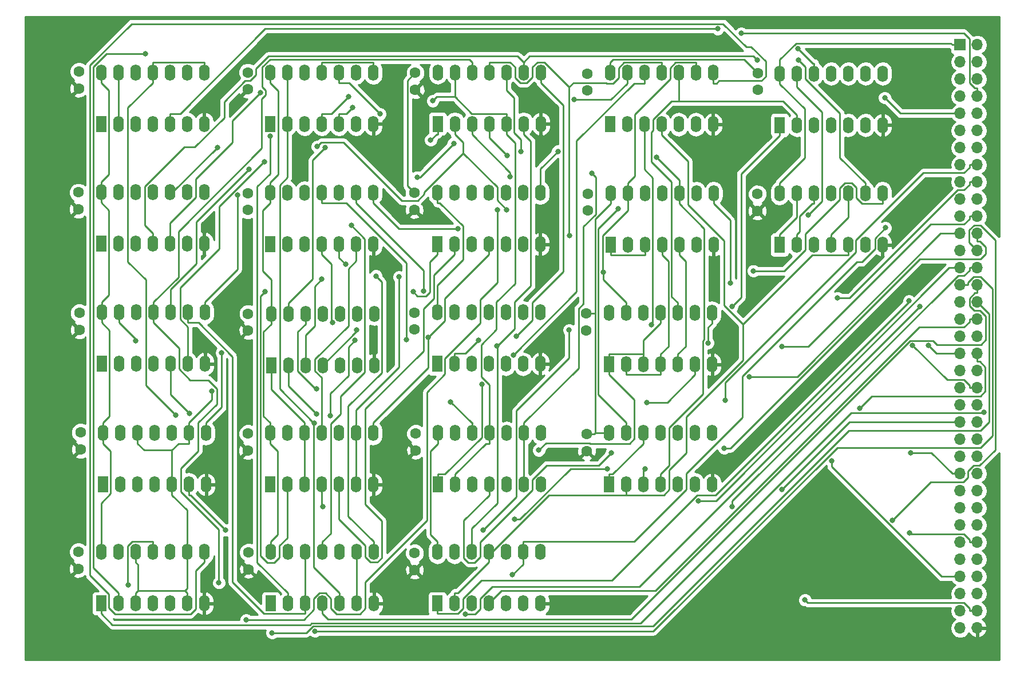
<source format=gbr>
G04 #@! TF.FileFunction,Copper,L2,Bot,Signal*
%FSLAX46Y46*%
G04 Gerber Fmt 4.6, Leading zero omitted, Abs format (unit mm)*
G04 Created by KiCad (PCBNEW (2016-09-07 BZR 7135, Git c8cf783)-product) date Sat Feb  4 03:26:47 2017*
%MOMM*%
%LPD*%
G01*
G04 APERTURE LIST*
%ADD10C,0.100000*%
%ADD11R,1.600000X2.400000*%
%ADD12O,1.600000X2.400000*%
%ADD13R,1.700000X1.700000*%
%ADD14O,1.700000X1.700000*%
%ADD15C,1.600000*%
%ADD16C,0.800000*%
%ADD17C,0.250000*%
%ADD18C,0.254000*%
G04 APERTURE END LIST*
D10*
D11*
X51086900Y-38000000D03*
D12*
X66326900Y-30380000D03*
X53626900Y-38000000D03*
X63786900Y-30380000D03*
X56166900Y-38000000D03*
X61246900Y-30380000D03*
X58706900Y-38000000D03*
X58706900Y-30380000D03*
X61246900Y-38000000D03*
X56166900Y-30380000D03*
X63786900Y-38000000D03*
X53626900Y-30380000D03*
X66326900Y-38000000D03*
X51086900Y-30380000D03*
D11*
X76091100Y-38000000D03*
D12*
X91331100Y-30380000D03*
X78631100Y-38000000D03*
X88791100Y-30380000D03*
X81171100Y-38000000D03*
X86251100Y-30380000D03*
X83711100Y-38000000D03*
X83711100Y-30380000D03*
X86251100Y-38000000D03*
X81171100Y-30380000D03*
X88791100Y-38000000D03*
X78631100Y-30380000D03*
X91331100Y-38000000D03*
X76091100Y-30380000D03*
D11*
X100862000Y-37975000D03*
D12*
X116102000Y-30355000D03*
X103402000Y-37975000D03*
X113562000Y-30355000D03*
X105942000Y-37975000D03*
X111022000Y-30355000D03*
X108482000Y-37975000D03*
X108482000Y-30355000D03*
X111022000Y-37975000D03*
X105942000Y-30355000D03*
X113562000Y-37975000D03*
X103402000Y-30355000D03*
X116102000Y-37975000D03*
X100862000Y-30355000D03*
D11*
X126342000Y-38050000D03*
D12*
X141582000Y-30430000D03*
X128882000Y-38050000D03*
X139042000Y-30430000D03*
X131422000Y-38050000D03*
X136502000Y-30430000D03*
X133962000Y-38050000D03*
X133962000Y-30430000D03*
X136502000Y-38050000D03*
X131422000Y-30430000D03*
X139042000Y-38050000D03*
X128882000Y-30430000D03*
X141582000Y-38050000D03*
X126342000Y-30430000D03*
D11*
X151461000Y-38150000D03*
D12*
X166701000Y-30530000D03*
X154001000Y-38150000D03*
X164161000Y-30530000D03*
X156541000Y-38150000D03*
X161621000Y-30530000D03*
X159081000Y-38150000D03*
X159081000Y-30530000D03*
X161621000Y-38150000D03*
X156541000Y-30530000D03*
X164161000Y-38150000D03*
X154001000Y-30530000D03*
X166701000Y-38150000D03*
X151461000Y-30530000D03*
D11*
X51086900Y-55728100D03*
D12*
X66326900Y-48108100D03*
X53626900Y-55728100D03*
X63786900Y-48108100D03*
X56166900Y-55728100D03*
X61246900Y-48108100D03*
X58706900Y-55728100D03*
X58706900Y-48108100D03*
X61246900Y-55728100D03*
X56166900Y-48108100D03*
X63786900Y-55728100D03*
X53626900Y-48108100D03*
X66326900Y-55728100D03*
X51086900Y-48108100D03*
D11*
X76091100Y-55780000D03*
D12*
X91331100Y-48160000D03*
X78631100Y-55780000D03*
X88791100Y-48160000D03*
X81171100Y-55780000D03*
X86251100Y-48160000D03*
X83711100Y-55780000D03*
X83711100Y-48160000D03*
X86251100Y-55780000D03*
X81171100Y-48160000D03*
X88791100Y-55780000D03*
X78631100Y-48160000D03*
X91331100Y-55780000D03*
X76091100Y-48160000D03*
D11*
X100803000Y-55799400D03*
D12*
X116043000Y-48179400D03*
X103343000Y-55799400D03*
X113503000Y-48179400D03*
X105883000Y-55799400D03*
X110963000Y-48179400D03*
X108423000Y-55799400D03*
X108423000Y-48179400D03*
X110963000Y-55799400D03*
X105883000Y-48179400D03*
X113503000Y-55799400D03*
X103343000Y-48179400D03*
X116043000Y-55799400D03*
X100803000Y-48179400D03*
D11*
X126442000Y-55888300D03*
D12*
X141682000Y-48268300D03*
X128982000Y-55888300D03*
X139142000Y-48268300D03*
X131522000Y-55888300D03*
X136602000Y-48268300D03*
X134062000Y-55888300D03*
X134062000Y-48268300D03*
X136602000Y-55888300D03*
X131522000Y-48268300D03*
X139142000Y-55888300D03*
X128982000Y-48268300D03*
X141682000Y-55888300D03*
X126442000Y-48268300D03*
D11*
X151425000Y-55888300D03*
D12*
X166665000Y-48268300D03*
X153965000Y-55888300D03*
X164125000Y-48268300D03*
X156505000Y-55888300D03*
X161585000Y-48268300D03*
X159045000Y-55888300D03*
X159045000Y-48268300D03*
X161585000Y-55888300D03*
X156505000Y-48268300D03*
X164125000Y-55888300D03*
X153965000Y-48268300D03*
X166665000Y-55888300D03*
X151425000Y-48268300D03*
D11*
X51205000Y-73508800D03*
D12*
X66445000Y-65888800D03*
X53745000Y-73508800D03*
X63905000Y-65888800D03*
X56285000Y-73508800D03*
X61365000Y-65888800D03*
X58825000Y-73508800D03*
X58825000Y-65888800D03*
X61365000Y-73508800D03*
X56285000Y-65888800D03*
X63905000Y-73508800D03*
X53745000Y-65888800D03*
X66445000Y-73508800D03*
X51205000Y-65888800D03*
D11*
X76225600Y-73695000D03*
D12*
X91465600Y-66075000D03*
X78765600Y-73695000D03*
X88925600Y-66075000D03*
X81305600Y-73695000D03*
X86385600Y-66075000D03*
X83845600Y-73695000D03*
X83845600Y-66075000D03*
X86385600Y-73695000D03*
X81305600Y-66075000D03*
X88925600Y-73695000D03*
X78765600Y-66075000D03*
X91465600Y-73695000D03*
X76225600Y-66075000D03*
D11*
X100803000Y-73521200D03*
D12*
X116043000Y-65901200D03*
X103343000Y-73521200D03*
X113503000Y-65901200D03*
X105883000Y-73521200D03*
X110963000Y-65901200D03*
X108423000Y-73521200D03*
X108423000Y-65901200D03*
X110963000Y-73521200D03*
X105883000Y-65901200D03*
X113503000Y-73521200D03*
X103343000Y-65901200D03*
X116043000Y-73521200D03*
X100803000Y-65901200D03*
D11*
X126232000Y-73599200D03*
D12*
X141472000Y-65979200D03*
X128772000Y-73599200D03*
X138932000Y-65979200D03*
X131312000Y-73599200D03*
X136392000Y-65979200D03*
X133852000Y-73599200D03*
X133852000Y-65979200D03*
X136392000Y-73599200D03*
X131312000Y-65979200D03*
X138932000Y-73599200D03*
X128772000Y-65979200D03*
X141472000Y-73599200D03*
X126232000Y-65979200D03*
D11*
X51380000Y-91390000D03*
D12*
X66620000Y-83770000D03*
X53920000Y-91390000D03*
X64080000Y-83770000D03*
X56460000Y-91390000D03*
X61540000Y-83770000D03*
X59000000Y-91390000D03*
X59000000Y-83770000D03*
X61540000Y-91390000D03*
X56460000Y-83770000D03*
X64080000Y-91390000D03*
X53920000Y-83770000D03*
X66620000Y-91390000D03*
X51380000Y-83770000D03*
D11*
X76091100Y-91390000D03*
D12*
X91331100Y-83770000D03*
X78631100Y-91390000D03*
X88791100Y-83770000D03*
X81171100Y-91390000D03*
X86251100Y-83770000D03*
X83711100Y-91390000D03*
X83711100Y-83770000D03*
X86251100Y-91390000D03*
X81171100Y-83770000D03*
X88791100Y-91390000D03*
X78631100Y-83770000D03*
X91331100Y-91390000D03*
X76091100Y-83770000D03*
D11*
X100912000Y-91390000D03*
D12*
X116152000Y-83770000D03*
X103452000Y-91390000D03*
X113612000Y-83770000D03*
X105992000Y-91390000D03*
X111072000Y-83770000D03*
X108532000Y-91390000D03*
X108532000Y-83770000D03*
X111072000Y-91390000D03*
X105992000Y-83770000D03*
X113612000Y-91390000D03*
X103452000Y-83770000D03*
X116152000Y-91390000D03*
X100912000Y-83770000D03*
D11*
X126232000Y-91390000D03*
D12*
X141472000Y-83770000D03*
X128772000Y-91390000D03*
X138932000Y-83770000D03*
X131312000Y-91390000D03*
X136392000Y-83770000D03*
X133852000Y-91390000D03*
X133852000Y-83770000D03*
X136392000Y-91390000D03*
X131312000Y-83770000D03*
X138932000Y-91390000D03*
X128772000Y-83770000D03*
X141472000Y-91390000D03*
X126232000Y-83770000D03*
D11*
X51105000Y-108995000D03*
D12*
X66345000Y-101375000D03*
X53645000Y-108995000D03*
X63805000Y-101375000D03*
X56185000Y-108995000D03*
X61265000Y-101375000D03*
X58725000Y-108995000D03*
X58725000Y-101375000D03*
X61265000Y-108995000D03*
X56185000Y-101375000D03*
X63805000Y-108995000D03*
X53645000Y-101375000D03*
X66345000Y-108995000D03*
X51105000Y-101375000D03*
D11*
X76200600Y-108995000D03*
D12*
X91440600Y-101375000D03*
X78740600Y-108995000D03*
X88900600Y-101375000D03*
X81280600Y-108995000D03*
X86360600Y-101375000D03*
X83820600Y-108995000D03*
X83820600Y-101375000D03*
X86360600Y-108995000D03*
X81280600Y-101375000D03*
X88900600Y-108995000D03*
X78740600Y-101375000D03*
X91440600Y-108995000D03*
X76200600Y-101375000D03*
D11*
X100812000Y-108995000D03*
D12*
X116052000Y-101375000D03*
X103352000Y-108995000D03*
X113512000Y-101375000D03*
X105892000Y-108995000D03*
X110972000Y-101375000D03*
X108432000Y-108995000D03*
X108432000Y-101375000D03*
X110972000Y-108995000D03*
X105892000Y-101375000D03*
X113512000Y-108995000D03*
X103352000Y-101375000D03*
X116052000Y-108995000D03*
X100812000Y-101375000D03*
D13*
X178150000Y-26270000D03*
D14*
X180690000Y-26270000D03*
X178150000Y-28810000D03*
X180690000Y-28810000D03*
X178150000Y-31350000D03*
X180690000Y-31350000D03*
X178150000Y-33890000D03*
X180690000Y-33890000D03*
X178150000Y-36430000D03*
X180690000Y-36430000D03*
X178150000Y-38970000D03*
X180690000Y-38970000D03*
X178150000Y-41510000D03*
X180690000Y-41510000D03*
X178150000Y-44050000D03*
X180690000Y-44050000D03*
X178150000Y-46590000D03*
X180690000Y-46590000D03*
X178150000Y-49130000D03*
X180690000Y-49130000D03*
X178150000Y-51670000D03*
X180690000Y-51670000D03*
X178150000Y-54210000D03*
X180690000Y-54210000D03*
X178150000Y-56750000D03*
X180690000Y-56750000D03*
X178150000Y-59290000D03*
X180690000Y-59290000D03*
X178150000Y-61830000D03*
X180690000Y-61830000D03*
X178150000Y-64370000D03*
X180690000Y-64370000D03*
X178150000Y-66910000D03*
X180690000Y-66910000D03*
X178150000Y-69450000D03*
X180690000Y-69450000D03*
X178150000Y-71990000D03*
X180690000Y-71990000D03*
X178150000Y-74530000D03*
X180690000Y-74530000D03*
X178150000Y-77070000D03*
X180690000Y-77070000D03*
X178150000Y-79610000D03*
X180690000Y-79610000D03*
X178150000Y-82150000D03*
X180690000Y-82150000D03*
X178150000Y-84690000D03*
X180690000Y-84690000D03*
X178150000Y-87230000D03*
X180690000Y-87230000D03*
X178150000Y-89770000D03*
X180690000Y-89770000D03*
X178150000Y-92310000D03*
X180690000Y-92310000D03*
X178150000Y-94850000D03*
X180690000Y-94850000D03*
X178150000Y-97390000D03*
X180690000Y-97390000D03*
X178150000Y-99930000D03*
X180690000Y-99930000D03*
X178150000Y-102470000D03*
X180690000Y-102470000D03*
X178150000Y-105010000D03*
X180690000Y-105010000D03*
X178150000Y-107550000D03*
X180690000Y-107550000D03*
X178150000Y-110090000D03*
X180690000Y-110090000D03*
X178150000Y-112630000D03*
X180690000Y-112630000D03*
D15*
X97450000Y-101525000D03*
X97450000Y-104025000D03*
X72900000Y-101425000D03*
X72900000Y-103925000D03*
X47725000Y-101350000D03*
X47725000Y-103850000D03*
X122925000Y-83900000D03*
X122925000Y-86400000D03*
X97625000Y-83825000D03*
X97625000Y-86325000D03*
X72800000Y-83850000D03*
X72800000Y-86350000D03*
X48050000Y-83675000D03*
X48050000Y-86175000D03*
X122825000Y-66050000D03*
X122825000Y-68550000D03*
X97400000Y-65925000D03*
X97400000Y-68425000D03*
X72825000Y-66075000D03*
X72825000Y-68575000D03*
X47875000Y-65975000D03*
X47875000Y-68475000D03*
X148150000Y-48375000D03*
X148150000Y-50875000D03*
X123100000Y-48300000D03*
X123100000Y-50800000D03*
X97400000Y-48175000D03*
X97400000Y-50675000D03*
X72750000Y-48225000D03*
X72750000Y-50725000D03*
X47725000Y-48125000D03*
X47725000Y-50625000D03*
X148225000Y-30450000D03*
X148225000Y-32950000D03*
X123000000Y-30550000D03*
X123000000Y-33050000D03*
X97550000Y-30425000D03*
X97550000Y-32925000D03*
X72775000Y-30350000D03*
X72775000Y-32850000D03*
X47800000Y-30225000D03*
X47800000Y-32725000D03*
D16*
X151815300Y-92096600D03*
X62089300Y-81089200D03*
X123696900Y-45311100D03*
X111150400Y-42703200D03*
X133233000Y-42941300D03*
X111604100Y-45818000D03*
X99831800Y-40364700D03*
X127559400Y-50576500D03*
X111062800Y-50684600D03*
X83053500Y-41335600D03*
X142283700Y-23906200D03*
X100139300Y-34562500D03*
X154261600Y-28545800D03*
X111930300Y-104763900D03*
X167090400Y-53372100D03*
X144418900Y-65001400D03*
X82628800Y-82261000D03*
X115825100Y-86293100D03*
X76055300Y-39822200D03*
X92347000Y-36514300D03*
X121086900Y-34399500D03*
X87657700Y-33953900D03*
X88273800Y-35554500D03*
X120409000Y-54503600D03*
X106947300Y-69996700D03*
X112493300Y-69432800D03*
X148151500Y-28545800D03*
X155696100Y-51430200D03*
X113155800Y-42050600D03*
X68265300Y-41490100D03*
X68507800Y-105930700D03*
X56168800Y-70095400D03*
X109603500Y-70897300D03*
X132467100Y-67702300D03*
X88889600Y-68459200D03*
X125325700Y-59911800D03*
X91727200Y-60503300D03*
X67490100Y-77513300D03*
X112057300Y-72173300D03*
X84234300Y-41461900D03*
X57626400Y-27601600D03*
X154136800Y-26823400D03*
X173491600Y-70802800D03*
X88085500Y-53015000D03*
X97237800Y-62848400D03*
X75299400Y-62848400D03*
X145762800Y-24585800D03*
X166991800Y-34103800D03*
X74672400Y-33363600D03*
X88629300Y-70039500D03*
X84956400Y-81150100D03*
X163253200Y-80066600D03*
X103853900Y-53468200D03*
X171124600Y-70802800D03*
X98816900Y-62744600D03*
X99482300Y-69598900D03*
X85291300Y-67362300D03*
X96237000Y-69895900D03*
X87255700Y-58790800D03*
X118637700Y-42030400D03*
X83742400Y-60953600D03*
X144140100Y-61508700D03*
X72530200Y-111404100D03*
X109680000Y-50710100D03*
X55122200Y-106227400D03*
X147570700Y-59753800D03*
X95144800Y-60640800D03*
X104969100Y-110554800D03*
X172152600Y-65007600D03*
X131568700Y-89072700D03*
X125974300Y-89072700D03*
X112261500Y-96527800D03*
X103232200Y-40862500D03*
X97819300Y-45859100D03*
X71260600Y-48496100D03*
X102797800Y-79118500D03*
X72956300Y-44672100D03*
X143376400Y-78859400D03*
X64132200Y-80831600D03*
X160023800Y-63755800D03*
X75214200Y-43616200D03*
X170791200Y-86704200D03*
X82978000Y-80959800D03*
X82978000Y-77166600D03*
X151744700Y-70959400D03*
X140825200Y-70393200D03*
X68916400Y-71880900D03*
X120296900Y-68484600D03*
X107567100Y-98096100D03*
X69511100Y-98101700D03*
X131802800Y-79202200D03*
X168086500Y-96666900D03*
X170675600Y-98504600D03*
X139440500Y-93783500D03*
X159120000Y-87842100D03*
X144440100Y-94675900D03*
X83863700Y-94608800D03*
X146964300Y-75398300D03*
X107387900Y-76535500D03*
X143239800Y-85992600D03*
X126563300Y-86686800D03*
X181707800Y-80693300D03*
X76383300Y-113355600D03*
X82706600Y-113105900D03*
X170570100Y-64211000D03*
X155184100Y-108467500D03*
D17*
X58706900Y-28854700D02*
X66326900Y-28854700D01*
X58706900Y-30380000D02*
X58706900Y-28854700D01*
X66326900Y-30380000D02*
X66326900Y-28854700D01*
X126742600Y-89864700D02*
X131312000Y-85295300D01*
X126232000Y-89864700D02*
X126742600Y-89864700D01*
X126232000Y-91390000D02*
X126232000Y-89864700D01*
X131312000Y-83770000D02*
X131312000Y-85295300D01*
X161761900Y-82150000D02*
X151815300Y-92096600D01*
X176974700Y-82150000D02*
X161761900Y-82150000D01*
X178150000Y-82150000D02*
X176974700Y-82150000D01*
X55038700Y-35573500D02*
X58706900Y-31905300D01*
X55038700Y-58405600D02*
X55038700Y-35573500D01*
X57699600Y-61066500D02*
X55038700Y-58405600D01*
X57699600Y-76699500D02*
X57699600Y-61066500D01*
X62089300Y-81089200D02*
X57699600Y-76699500D01*
X58706900Y-30380000D02*
X58706900Y-31905300D01*
X53626900Y-30380000D02*
X53626900Y-38000000D01*
X113612000Y-91390000D02*
X113612000Y-83770000D01*
X113612000Y-83770000D02*
X113612000Y-82244700D01*
X121691300Y-74165400D02*
X113612000Y-82244700D01*
X121691300Y-65366500D02*
X121691300Y-74165400D01*
X122425200Y-64632600D02*
X121691300Y-65366500D01*
X122425200Y-53173500D02*
X122425200Y-64632600D01*
X124225400Y-51373300D02*
X122425200Y-53173500D01*
X124225400Y-45839600D02*
X124225400Y-51373300D01*
X123696900Y-45311100D02*
X124225400Y-45839600D01*
X161585000Y-51823000D02*
X159045000Y-54363000D01*
X161585000Y-48268300D02*
X161585000Y-51823000D01*
X159045000Y-55888300D02*
X159045000Y-54363000D01*
X108482000Y-40034800D02*
X111150400Y-42703200D01*
X108482000Y-37975000D02*
X108482000Y-40034800D01*
X136602000Y-46310300D02*
X133233000Y-42941300D01*
X136602000Y-48268300D02*
X136602000Y-46310300D01*
X133852000Y-91390000D02*
X133852000Y-89864700D01*
X136602000Y-48268300D02*
X136602000Y-49793600D01*
X135126000Y-88590700D02*
X133852000Y-89864700D01*
X135126000Y-82970700D02*
X135126000Y-88590700D01*
X140099900Y-77996800D02*
X135126000Y-82970700D01*
X140099900Y-70092800D02*
X140099900Y-77996800D01*
X140275400Y-69917300D02*
X140099900Y-70092800D01*
X140275400Y-53467000D02*
X140275400Y-69917300D01*
X136602000Y-49793600D02*
X140275400Y-53467000D01*
X105942000Y-37975000D02*
X105942000Y-39500300D01*
X111604100Y-45162400D02*
X111604100Y-45818000D01*
X105942000Y-39500300D02*
X111604100Y-45162400D01*
X100696200Y-39500300D02*
X99831800Y-40364700D01*
X100862000Y-39500300D02*
X100696200Y-39500300D01*
X100862000Y-37975000D02*
X100862000Y-39500300D01*
X153965000Y-51823000D02*
X151425000Y-54363000D01*
X153965000Y-48268300D02*
X153965000Y-51823000D01*
X151425000Y-55888300D02*
X151425000Y-54363000D01*
X103402000Y-37975000D02*
X103402000Y-39500300D01*
X128772000Y-83770000D02*
X128772000Y-82244700D01*
X124600400Y-78073100D02*
X128772000Y-82244700D01*
X124600400Y-53535500D02*
X124600400Y-78073100D01*
X127559400Y-50576500D02*
X124600400Y-53535500D01*
X83652600Y-40736500D02*
X83053500Y-41335600D01*
X86958000Y-40736500D02*
X83652600Y-40736500D01*
X95539200Y-49317700D02*
X86958000Y-40736500D01*
X97890300Y-49317700D02*
X95539200Y-49317700D01*
X98899300Y-48308700D02*
X97890300Y-49317700D01*
X98899300Y-48091500D02*
X98899300Y-48308700D01*
X104644500Y-42346300D02*
X98899300Y-48091500D01*
X109660300Y-47362100D02*
X104644500Y-42346300D01*
X109660300Y-49282100D02*
X109660300Y-47362100D01*
X111062800Y-50684600D02*
X109660300Y-49282100D01*
X156505000Y-48268300D02*
X156505000Y-49793600D01*
X153965000Y-55888300D02*
X153965000Y-54363000D01*
X154431300Y-53896700D02*
X153965000Y-54363000D01*
X154431300Y-51669300D02*
X154431300Y-53896700D01*
X156307000Y-49793600D02*
X154431300Y-51669300D01*
X156505000Y-49793600D02*
X156307000Y-49793600D01*
X104644500Y-40742800D02*
X103402000Y-39500300D01*
X104644500Y-42346300D02*
X104644500Y-40742800D01*
X62772200Y-36474700D02*
X61246900Y-36474700D01*
X75340700Y-23906200D02*
X62772200Y-36474700D01*
X142283700Y-23906200D02*
X75340700Y-23906200D01*
X61246900Y-38000000D02*
X61246900Y-36474700D01*
X112329400Y-40807700D02*
X111022000Y-39500300D01*
X112329400Y-61594800D02*
X112329400Y-40807700D01*
X109548400Y-64375800D02*
X112329400Y-61594800D01*
X109548400Y-68421400D02*
X109548400Y-64375800D01*
X107293000Y-70676800D02*
X109548400Y-68421400D01*
X107293000Y-75414800D02*
X107293000Y-70676800D01*
X108532000Y-76653800D02*
X107293000Y-75414800D01*
X108532000Y-82244700D02*
X108532000Y-76653800D01*
X108532000Y-83658800D02*
X108532000Y-82244700D01*
X108532000Y-83658800D02*
X108532000Y-83770000D01*
X108021400Y-85295300D02*
X103452000Y-89864700D01*
X108532000Y-85295300D02*
X108021400Y-85295300D01*
X103452000Y-91390000D02*
X103452000Y-89864700D01*
X108532000Y-83770000D02*
X108532000Y-85295300D01*
X111022000Y-38408500D02*
X111022000Y-39500300D01*
X111022000Y-38408500D02*
X111022000Y-37975000D01*
X111022000Y-37975000D02*
X111022000Y-36449700D01*
X103402000Y-30355000D02*
X103402000Y-31767700D01*
X100731800Y-33970000D02*
X100139300Y-34562500D01*
X103402000Y-33970000D02*
X100731800Y-33970000D01*
X103402000Y-31767700D02*
X103402000Y-33970000D01*
X105881700Y-36449700D02*
X111022000Y-36449700D01*
X103402000Y-33970000D02*
X105881700Y-36449700D01*
X99786700Y-86420600D02*
X100912000Y-85295300D01*
X99786700Y-98824400D02*
X99786700Y-86420600D01*
X100812000Y-99849700D02*
X99786700Y-98824400D01*
X100812000Y-101375000D02*
X100812000Y-99849700D01*
X100912000Y-83770000D02*
X100912000Y-85295300D01*
X51105000Y-101375000D02*
X51105000Y-99849700D01*
X126442000Y-48268300D02*
X126442000Y-49793600D01*
X76091100Y-30380000D02*
X76091100Y-31905300D01*
X76091100Y-48160000D02*
X76091100Y-46634700D01*
X146200200Y-28425200D02*
X148225000Y-30450000D01*
X126821500Y-28425200D02*
X146200200Y-28425200D01*
X126342000Y-28904700D02*
X126821500Y-28425200D01*
X126342000Y-30430000D02*
X126342000Y-28904700D01*
X77289800Y-33104000D02*
X76091100Y-31905300D01*
X77289800Y-45436000D02*
X77289800Y-33104000D01*
X76091100Y-46634700D02*
X77289800Y-45436000D01*
X51205000Y-65888800D02*
X51205000Y-67414100D01*
X52212200Y-63356300D02*
X51205000Y-64363500D01*
X52212200Y-50758700D02*
X52212200Y-63356300D01*
X51086900Y-49633400D02*
X52212200Y-50758700D01*
X51086900Y-48108100D02*
X51086900Y-49633400D01*
X51205000Y-65888800D02*
X51205000Y-64363500D01*
X155162500Y-43005500D02*
X151425000Y-46743000D01*
X155162500Y-35756800D02*
X155162500Y-43005500D01*
X151461000Y-32055300D02*
X155162500Y-35756800D01*
X151425000Y-48268300D02*
X151425000Y-46743000D01*
X151461000Y-30584600D02*
X151461000Y-32055300D01*
X151461000Y-30584600D02*
X151461000Y-30530000D01*
X151461000Y-30530000D02*
X151461000Y-29004700D01*
X178150000Y-26270000D02*
X176974700Y-26270000D01*
X76091100Y-48160000D02*
X76091100Y-49685300D01*
X101186300Y-49704700D02*
X100803000Y-49704700D01*
X104579300Y-53097700D02*
X101186300Y-49704700D01*
X104579300Y-58074500D02*
X104579300Y-53097700D01*
X100803000Y-61850800D02*
X104579300Y-58074500D01*
X100803000Y-65901200D02*
X100803000Y-61850800D01*
X100803000Y-48179400D02*
X100803000Y-49704700D01*
X52212200Y-45457500D02*
X51086900Y-46582800D01*
X52212200Y-33030600D02*
X52212200Y-45457500D01*
X51086900Y-31905300D02*
X52212200Y-33030600D01*
X51086900Y-30380000D02*
X51086900Y-31905300D01*
X51086900Y-48108100D02*
X51086900Y-46582800D01*
X77216400Y-98833900D02*
X76200600Y-99849700D01*
X77216400Y-86420600D02*
X77216400Y-98833900D01*
X76091100Y-85295300D02*
X77216400Y-86420600D01*
X76091100Y-83770000D02*
X76091100Y-85295300D01*
X76200600Y-101375000D02*
X76200600Y-99849700D01*
X76225600Y-61009500D02*
X76225600Y-66075000D01*
X74965700Y-59749600D02*
X76225600Y-61009500D01*
X74965700Y-50810700D02*
X74965700Y-59749600D01*
X76091100Y-49685300D02*
X74965700Y-50810700D01*
X75100300Y-81253900D02*
X76091100Y-82244700D01*
X75100300Y-68725600D02*
X75100300Y-81253900D01*
X76225600Y-67600300D02*
X75100300Y-68725600D01*
X76225600Y-66075000D02*
X76225600Y-67600300D01*
X76091100Y-83770000D02*
X76091100Y-82244700D01*
X124013900Y-83900000D02*
X124143900Y-83770000D01*
X122925000Y-83900000D02*
X124013900Y-83900000D01*
X124143900Y-83770000D02*
X126232000Y-83770000D01*
X124143900Y-66050000D02*
X124143900Y-83770000D01*
X122825000Y-66050000D02*
X124143900Y-66050000D01*
X124143900Y-52091700D02*
X126442000Y-49793600D01*
X124143900Y-66050000D02*
X124143900Y-52091700D01*
X151461000Y-28473500D02*
X151461000Y-29004700D01*
X153870400Y-26064100D02*
X151461000Y-28473500D01*
X176768800Y-26064100D02*
X153870400Y-26064100D01*
X176974700Y-26270000D02*
X176768800Y-26064100D01*
X52505300Y-86420600D02*
X51380000Y-85295300D01*
X52505300Y-92724800D02*
X52505300Y-86420600D01*
X51105100Y-94125000D02*
X52505300Y-92724800D01*
X51105000Y-94125000D02*
X51105100Y-94125000D01*
X51105000Y-99849700D02*
X51105000Y-94125000D01*
X52330300Y-68539400D02*
X51205000Y-67414100D01*
X52330300Y-81294400D02*
X52330300Y-68539400D01*
X51380000Y-82244700D02*
X52330300Y-81294400D01*
X51380000Y-83770000D02*
X51380000Y-82244700D01*
X51380000Y-83770000D02*
X51380000Y-85295300D01*
X96405000Y-31570000D02*
X97550000Y-30425000D01*
X96405000Y-47180000D02*
X96405000Y-31570000D01*
X97400000Y-48175000D02*
X96405000Y-47180000D01*
X164125000Y-48268300D02*
X164125000Y-46743000D01*
X91331100Y-28854700D02*
X83711100Y-28854700D01*
X91331100Y-30380000D02*
X91331100Y-28854700D01*
X83711100Y-30380000D02*
X83711100Y-28854700D01*
X155271000Y-29555200D02*
X154261600Y-28545800D01*
X155271000Y-31311200D02*
X155271000Y-29555200D01*
X160351000Y-36391200D02*
X155271000Y-31311200D01*
X160351000Y-42969000D02*
X160351000Y-36391200D01*
X164125000Y-46743000D02*
X160351000Y-42969000D01*
X113512000Y-103182200D02*
X113512000Y-101375000D01*
X111930300Y-104763900D02*
X113512000Y-103182200D01*
X165539600Y-54922900D02*
X167090400Y-53372100D01*
X165539600Y-56502700D02*
X165539600Y-54922900D01*
X163604700Y-58437600D02*
X165539600Y-56502700D01*
X162856500Y-58437600D02*
X163604700Y-58437600D01*
X145912700Y-75381400D02*
X162856500Y-58437600D01*
X145912700Y-81466300D02*
X145912700Y-75381400D01*
X137662000Y-89717000D02*
X145912700Y-81466300D01*
X137662000Y-92131000D02*
X137662000Y-89717000D01*
X129943300Y-99849700D02*
X137662000Y-92131000D01*
X113512000Y-99849700D02*
X129943300Y-99849700D01*
X113512000Y-101375000D02*
X113512000Y-99849700D01*
X126232000Y-73599200D02*
X126232000Y-72073900D01*
X133852000Y-65979200D02*
X133852000Y-67504500D01*
X86360600Y-108995000D02*
X86360600Y-107469700D01*
X131312000Y-72073900D02*
X126232000Y-72073900D01*
X131312000Y-73599200D02*
X131312000Y-72073900D01*
X131312000Y-70044500D02*
X131312000Y-72073900D01*
X133852000Y-67504500D02*
X131312000Y-70044500D01*
X78631100Y-30380000D02*
X78631100Y-31905300D01*
X78631100Y-38000000D02*
X78631100Y-31905300D01*
X145736100Y-45400200D02*
X151461000Y-39675300D01*
X145736100Y-63684200D02*
X145736100Y-45400200D01*
X144418900Y-65001400D02*
X145736100Y-63684200D01*
X151461000Y-38150000D02*
X151461000Y-39675300D01*
X129949000Y-78841500D02*
X126232000Y-75124500D01*
X129949000Y-84601100D02*
X129949000Y-78841500D01*
X129236400Y-85313700D02*
X129949000Y-84601100D01*
X123430300Y-85313700D02*
X129236400Y-85313700D01*
X123354900Y-85238300D02*
X123430300Y-85313700D01*
X116879900Y-85238300D02*
X123354900Y-85238300D01*
X115825100Y-86293100D02*
X116879900Y-85238300D01*
X126232000Y-73599200D02*
X126232000Y-75124500D01*
X82539800Y-103648900D02*
X86360600Y-107469700D01*
X82539800Y-82261000D02*
X82539800Y-103648900D01*
X77498700Y-77219900D02*
X82539800Y-82261000D01*
X77498700Y-47047400D02*
X77498700Y-77219900D01*
X78631100Y-45915000D02*
X77498700Y-47047400D01*
X78631100Y-38000000D02*
X78631100Y-45915000D01*
X82539800Y-82261000D02*
X82628800Y-82261000D01*
X76055300Y-45364900D02*
X76055300Y-39822200D01*
X74176400Y-47243800D02*
X76055300Y-45364900D01*
X74176400Y-102905500D02*
X74176400Y-47243800D01*
X78740600Y-107469700D02*
X74176400Y-102905500D01*
X78740600Y-108995000D02*
X78740600Y-107469700D01*
X87738000Y-31905300D02*
X86251100Y-31905300D01*
X92347000Y-36514300D02*
X87738000Y-31905300D01*
X86251100Y-30380000D02*
X86251100Y-31905300D01*
X161585000Y-55888300D02*
X161585000Y-57413600D01*
X133962000Y-38050000D02*
X133962000Y-39575300D01*
X103862600Y-107469700D02*
X103352000Y-107469700D01*
X108432000Y-102900300D02*
X103862600Y-107469700D01*
X103352000Y-108995000D02*
X103352000Y-107469700D01*
X108432000Y-101375000D02*
X108432000Y-101808500D01*
X108432000Y-101808500D02*
X108432000Y-102900300D01*
X117325200Y-92915300D02*
X128772000Y-92915300D01*
X108432000Y-101808500D02*
X117325200Y-92915300D01*
X128772000Y-91390000D02*
X128772000Y-92802700D01*
X128772000Y-92802700D02*
X128772000Y-92915300D01*
X146044500Y-72966600D02*
X146044500Y-67653000D01*
X137662000Y-81349100D02*
X146044500Y-72966600D01*
X137662000Y-86713000D02*
X137662000Y-81349100D01*
X135122000Y-89253000D02*
X137662000Y-86713000D01*
X135122000Y-92118400D02*
X135122000Y-89253000D01*
X134325100Y-92915300D02*
X135122000Y-92118400D01*
X128772000Y-92915300D02*
X134325100Y-92915300D01*
X156283900Y-57413600D02*
X146044500Y-67653000D01*
X161585000Y-57413600D02*
X156283900Y-57413600D01*
X137862800Y-43476100D02*
X133962000Y-39575300D01*
X137862800Y-49924400D02*
X137862800Y-43476100D01*
X143245000Y-55306600D02*
X137862800Y-49924400D01*
X143245000Y-64853500D02*
X143245000Y-55306600D01*
X146044500Y-67653000D02*
X143245000Y-64853500D01*
X126437800Y-34399500D02*
X121086900Y-34399500D01*
X128882000Y-31955300D02*
X126437800Y-34399500D01*
X85136900Y-36474700D02*
X83711100Y-36474700D01*
X87657700Y-33953900D02*
X85136900Y-36474700D01*
X83711100Y-38000000D02*
X83711100Y-36474700D01*
X128882000Y-30430000D02*
X128882000Y-31955300D01*
X87353600Y-36474700D02*
X86251100Y-36474700D01*
X88273800Y-35554500D02*
X87353600Y-36474700D01*
X86251100Y-38000000D02*
X86251100Y-36474700D01*
X131522000Y-57413600D02*
X126442000Y-57413600D01*
X131522000Y-55888300D02*
X131522000Y-57413600D01*
X126442000Y-55888300D02*
X126442000Y-57413600D01*
X108482000Y-30355000D02*
X108482000Y-28829700D01*
X133962000Y-30430000D02*
X133962000Y-28904700D01*
X116654700Y-28829600D02*
X120319800Y-32494700D01*
X115628500Y-28829600D02*
X116654700Y-28829600D01*
X114905900Y-29552200D02*
X115628500Y-28829600D01*
X114905900Y-31027900D02*
X114905900Y-29552200D01*
X114013600Y-31920200D02*
X114905900Y-31027900D01*
X113103200Y-31920200D02*
X114013600Y-31920200D01*
X112292000Y-31109000D02*
X113103200Y-31920200D01*
X112292000Y-29559800D02*
X112292000Y-31109000D01*
X111561900Y-28829700D02*
X112292000Y-29559800D01*
X108482000Y-28829700D02*
X111561900Y-28829700D01*
X120922700Y-31891800D02*
X120319800Y-32494700D01*
X125812200Y-31891800D02*
X120922700Y-31891800D01*
X125904100Y-31983700D02*
X125812200Y-31891800D01*
X126807100Y-31983700D02*
X125904100Y-31983700D01*
X127612000Y-31178800D02*
X126807100Y-31983700D01*
X127612000Y-29701100D02*
X127612000Y-31178800D01*
X128408400Y-28904700D02*
X127612000Y-29701100D01*
X133962000Y-28904700D02*
X128408400Y-28904700D01*
X120319800Y-54414400D02*
X120409000Y-54503600D01*
X120319800Y-32494700D02*
X120319800Y-54414400D01*
X104948100Y-71995900D02*
X106947300Y-69996700D01*
X103343000Y-71995900D02*
X104948100Y-71995900D01*
X119408200Y-35186500D02*
X116102000Y-31880300D01*
X119408200Y-59849800D02*
X119408200Y-35186500D01*
X114858800Y-64399200D02*
X119408200Y-59849800D01*
X114858800Y-67067300D02*
X114858800Y-64399200D01*
X112493300Y-69432800D02*
X114858800Y-67067300D01*
X116102000Y-30355000D02*
X116102000Y-31880300D01*
X103343000Y-73521200D02*
X103343000Y-71995900D01*
X58706900Y-55728100D02*
X58706900Y-54202800D01*
X113562000Y-30355000D02*
X113562000Y-28829700D01*
X114458000Y-27933700D02*
X113562000Y-28829700D01*
X147539400Y-27933700D02*
X114458000Y-27933700D01*
X148151500Y-28545800D02*
X147539400Y-27933700D01*
X57512900Y-53008800D02*
X58706900Y-54202800D01*
X57512900Y-47275000D02*
X57512900Y-53008800D01*
X63380100Y-41407800D02*
X57512900Y-47275000D01*
X64947800Y-41407800D02*
X63380100Y-41407800D01*
X69278000Y-37077600D02*
X64947800Y-41407800D01*
X69278000Y-34673100D02*
X69278000Y-37077600D01*
X72351100Y-31600000D02*
X69278000Y-34673100D01*
X73138200Y-31600000D02*
X72351100Y-31600000D01*
X73976100Y-30762100D02*
X73138200Y-31600000D01*
X73976100Y-29779400D02*
X73976100Y-30762100D01*
X75820000Y-27935500D02*
X73976100Y-29779400D01*
X112667800Y-27935500D02*
X75820000Y-27935500D01*
X113562000Y-28829700D02*
X112667800Y-27935500D01*
X136392000Y-73599200D02*
X136392000Y-72073900D01*
X136602000Y-55888300D02*
X136602000Y-57413600D01*
X137526400Y-70939500D02*
X136392000Y-72073900D01*
X137526400Y-58338000D02*
X137526400Y-70939500D01*
X136602000Y-57413600D02*
X137526400Y-58338000D01*
X154001000Y-32543500D02*
X154001000Y-30530000D01*
X157678800Y-36221300D02*
X154001000Y-32543500D01*
X157678800Y-49447500D02*
X157678800Y-36221300D01*
X155696100Y-51430200D02*
X157678800Y-49447500D01*
X136392000Y-65979200D02*
X136392000Y-64453900D01*
X154001000Y-38150000D02*
X154001000Y-36624700D01*
X136502000Y-34610100D02*
X136502000Y-30430000D01*
X135400500Y-34610100D02*
X136502000Y-34610100D01*
X132692000Y-37318600D02*
X135400500Y-34610100D01*
X132692000Y-38980200D02*
X132692000Y-37318600D01*
X132482800Y-39189400D02*
X132692000Y-38980200D01*
X132482800Y-43569900D02*
X132482800Y-39189400D01*
X135476600Y-46563700D02*
X132482800Y-43569900D01*
X135476600Y-63538500D02*
X135476600Y-46563700D01*
X136392000Y-64453900D02*
X135476600Y-63538500D01*
X151986400Y-34610100D02*
X154001000Y-36624700D01*
X136502000Y-34610100D02*
X151986400Y-34610100D01*
X113155800Y-40322400D02*
X113155800Y-42050600D01*
X112147400Y-39314000D02*
X113155800Y-40322400D01*
X112147400Y-34129700D02*
X112147400Y-39314000D01*
X111022000Y-33004300D02*
X112147400Y-34129700D01*
X111022000Y-30355000D02*
X111022000Y-33004300D01*
X61647300Y-48108100D02*
X61246900Y-48108100D01*
X68265300Y-41490100D02*
X61647300Y-48108100D01*
X58825000Y-65888800D02*
X58825000Y-64363500D01*
X105942000Y-30355000D02*
X105942000Y-28829700D01*
X105513400Y-28401100D02*
X105942000Y-28829700D01*
X76062500Y-28401100D02*
X105513400Y-28401100D01*
X74922700Y-29540900D02*
X76062500Y-28401100D01*
X74922700Y-32501500D02*
X74922700Y-29540900D01*
X75397700Y-32976500D02*
X74922700Y-32501500D01*
X75397700Y-33664100D02*
X75397700Y-32976500D01*
X74820800Y-34241000D02*
X75397700Y-33664100D01*
X74820800Y-41605700D02*
X74820800Y-34241000D01*
X62516900Y-53909600D02*
X74820800Y-41605700D01*
X62516900Y-60671600D02*
X62516900Y-53909600D01*
X58825000Y-64363500D02*
X62516900Y-60671600D01*
X62635000Y-71224100D02*
X58825000Y-67414100D01*
X62635000Y-74274700D02*
X62635000Y-71224100D01*
X64273900Y-75913600D02*
X62635000Y-74274700D01*
X66950400Y-75913600D02*
X64273900Y-75913600D01*
X68215500Y-77178700D02*
X66950400Y-75913600D01*
X68215500Y-79453000D02*
X68215500Y-77178700D01*
X65423900Y-82244600D02*
X68215500Y-79453000D01*
X65423900Y-86424200D02*
X65423900Y-82244600D01*
X62908100Y-88940000D02*
X65423900Y-86424200D01*
X62908100Y-92418300D02*
X62908100Y-88940000D01*
X68507800Y-98018000D02*
X62908100Y-92418300D01*
X68507800Y-105930700D02*
X68507800Y-98018000D01*
X58825000Y-65888800D02*
X58825000Y-67414100D01*
X113562000Y-37975000D02*
X113562000Y-39500300D01*
X56168800Y-69837900D02*
X56168800Y-70095400D01*
X53745000Y-67414100D02*
X56168800Y-69837900D01*
X109603500Y-70897300D02*
X109693000Y-70897300D01*
X109693000Y-94100200D02*
X109693000Y-70897300D01*
X105892000Y-97901200D02*
X109693000Y-94100200D01*
X105892000Y-101375000D02*
X105892000Y-97901200D01*
X114633700Y-40572000D02*
X113562000Y-39500300D01*
X114633700Y-61975100D02*
X114633700Y-40572000D01*
X112233000Y-64375800D02*
X114633700Y-61975100D01*
X112233000Y-68357300D02*
X112233000Y-64375800D01*
X109693000Y-70897300D02*
X112233000Y-68357300D01*
X53745000Y-65888800D02*
X53745000Y-67414100D01*
X131422000Y-44708700D02*
X131422000Y-38050000D01*
X132649900Y-45936600D02*
X131422000Y-44708700D01*
X132649900Y-67519500D02*
X132649900Y-45936600D01*
X132467100Y-67702300D02*
X132649900Y-67519500D01*
X88889600Y-68651000D02*
X88889600Y-68459200D01*
X83845600Y-73695000D02*
X88889600Y-68651000D01*
X142151500Y-31955300D02*
X141582000Y-31955300D01*
X142501600Y-31605200D02*
X142151500Y-31955300D01*
X148707800Y-31605200D02*
X142501600Y-31605200D01*
X149370200Y-30942800D02*
X148707800Y-31605200D01*
X149370200Y-28708800D02*
X149370200Y-30942800D01*
X147236100Y-26574700D02*
X149370200Y-28708800D01*
X146498800Y-26574700D02*
X147236100Y-26574700D01*
X143078200Y-23154100D02*
X146498800Y-26574700D01*
X55613500Y-23154100D02*
X143078200Y-23154100D01*
X49459100Y-29308500D02*
X55613500Y-23154100D01*
X49459100Y-104842700D02*
X49459100Y-29308500D01*
X52230400Y-107614000D02*
X49459100Y-104842700D01*
X52230400Y-109633200D02*
X52230400Y-107614000D01*
X53140600Y-110543400D02*
X52230400Y-109633200D01*
X64313700Y-110543400D02*
X53140600Y-110543400D01*
X65075000Y-109782100D02*
X64313700Y-110543400D01*
X65075000Y-104170300D02*
X65075000Y-109782100D01*
X66345000Y-102900300D02*
X65075000Y-104170300D01*
X66345000Y-101375000D02*
X66345000Y-102900300D01*
X141582000Y-30430000D02*
X141582000Y-31955300D01*
X139042000Y-30430000D02*
X139042000Y-28904700D01*
X91440600Y-101375000D02*
X91440600Y-99849700D01*
X128772000Y-65979200D02*
X128772000Y-64453900D01*
X128982000Y-48268300D02*
X128982000Y-46743000D01*
X92597200Y-61373300D02*
X91727200Y-60503300D01*
X92597200Y-74824400D02*
X92597200Y-61373300D01*
X87643600Y-79778000D02*
X92597200Y-74824400D01*
X87643600Y-96052700D02*
X87643600Y-79778000D01*
X91440600Y-99849700D02*
X87643600Y-96052700D01*
X125316600Y-59902700D02*
X125325700Y-59911800D01*
X125316600Y-54486500D02*
X125316600Y-59902700D01*
X128982000Y-50821100D02*
X125316600Y-54486500D01*
X128982000Y-48268300D02*
X128982000Y-50821100D01*
X125325700Y-61007600D02*
X128772000Y-64453900D01*
X125325700Y-59911800D02*
X125325700Y-61007600D01*
X136012900Y-28904700D02*
X139042000Y-28904700D01*
X135232000Y-29685600D02*
X136012900Y-28904700D01*
X135232000Y-31360200D02*
X135232000Y-29685600D01*
X130029500Y-36562700D02*
X135232000Y-31360200D01*
X130029500Y-45695500D02*
X130029500Y-36562700D01*
X128982000Y-46743000D02*
X130029500Y-45695500D01*
X63805000Y-95180300D02*
X61540000Y-92915300D01*
X63805000Y-101375000D02*
X63805000Y-95180300D01*
X61540000Y-91390000D02*
X61540000Y-92915300D01*
X56460000Y-83770000D02*
X56460000Y-85295300D01*
X61540000Y-91390000D02*
X61540000Y-90627300D01*
X63805000Y-101375000D02*
X63805000Y-102900300D01*
X57474700Y-86310000D02*
X61540000Y-86310000D01*
X56460000Y-85295300D02*
X57474700Y-86310000D01*
X62554700Y-85295300D02*
X61540000Y-86310000D01*
X64080000Y-85295300D02*
X62554700Y-85295300D01*
X61540000Y-86310000D02*
X61540000Y-90627300D01*
X63805000Y-108995000D02*
X63805000Y-107469700D01*
X64080000Y-84203500D02*
X64080000Y-85295300D01*
X64080000Y-84203500D02*
X64080000Y-83770000D01*
X67490100Y-78834600D02*
X67490100Y-77513300D01*
X64080000Y-82244700D02*
X67490100Y-78834600D01*
X64080000Y-83770000D02*
X64080000Y-82244700D01*
X121409800Y-62820800D02*
X112057300Y-72173300D01*
X121409800Y-40442200D02*
X121409800Y-62820800D01*
X129896700Y-31955300D02*
X121409800Y-40442200D01*
X131422000Y-31955300D02*
X129896700Y-31955300D01*
X131422000Y-30430000D02*
X131422000Y-31955300D01*
X63805000Y-107469700D02*
X63457600Y-107122300D01*
X56185000Y-108995000D02*
X56185000Y-107469700D01*
X56532400Y-103247700D02*
X56532400Y-107122300D01*
X56185000Y-102900300D02*
X56532400Y-103247700D01*
X63457600Y-107122300D02*
X56532400Y-107122300D01*
X56532400Y-107122300D02*
X56185000Y-107469700D01*
X56185000Y-101375000D02*
X56185000Y-102900300D01*
X63805000Y-106774900D02*
X63805000Y-102900300D01*
X63457600Y-107122300D02*
X63805000Y-106774900D01*
X78765600Y-66075000D02*
X78765600Y-64549700D01*
X82359100Y-43337100D02*
X84234300Y-41461900D01*
X82359100Y-60956200D02*
X82359100Y-43337100D01*
X78765600Y-64549700D02*
X82359100Y-60956200D01*
X51838300Y-27601600D02*
X57626400Y-27601600D01*
X49911500Y-29528400D02*
X51838300Y-27601600D01*
X49911500Y-103736200D02*
X49911500Y-29528400D01*
X53645000Y-107469700D02*
X49911500Y-103736200D01*
X156318100Y-29004700D02*
X156541000Y-29004700D01*
X154136800Y-26823400D02*
X156318100Y-29004700D01*
X156541000Y-30530000D02*
X156541000Y-29004700D01*
X53645000Y-108995000D02*
X53645000Y-107469700D01*
X174678800Y-71990000D02*
X173491600Y-70802800D01*
X178150000Y-71990000D02*
X174678800Y-71990000D01*
X133852000Y-75124500D02*
X128772000Y-75124500D01*
X133852000Y-73599200D02*
X133852000Y-75124500D01*
X128772000Y-73599200D02*
X128772000Y-75124500D01*
X134977300Y-70948600D02*
X133852000Y-72073900D01*
X134977300Y-58328900D02*
X134977300Y-70948600D01*
X134062000Y-57413600D02*
X134977300Y-58328900D01*
X134062000Y-55888300D02*
X134062000Y-57413600D01*
X133852000Y-73599200D02*
X133852000Y-72073900D01*
X83820600Y-101375000D02*
X83820600Y-99849700D01*
X90063700Y-54993200D02*
X88085500Y-53015000D01*
X90063700Y-74715000D02*
X90063700Y-54993200D01*
X86463200Y-78315500D02*
X90063700Y-74715000D01*
X86463200Y-80962700D02*
X86463200Y-78315500D01*
X85071500Y-82354400D02*
X86463200Y-80962700D01*
X85071500Y-98598800D02*
X85071500Y-82354400D01*
X83820600Y-99849700D02*
X85071500Y-98598800D01*
X99677700Y-58450000D02*
X100803000Y-57324700D01*
X99677700Y-62930100D02*
X99677700Y-58450000D01*
X99132500Y-63475300D02*
X99677700Y-62930100D01*
X97864700Y-63475300D02*
X99132500Y-63475300D01*
X97237800Y-62848400D02*
X97864700Y-63475300D01*
X100803000Y-55799400D02*
X100803000Y-57324700D01*
X74649900Y-63497900D02*
X75299400Y-62848400D01*
X74649900Y-101924000D02*
X74649900Y-63497900D01*
X75655500Y-102929600D02*
X74649900Y-101924000D01*
X76707400Y-102929600D02*
X75655500Y-102929600D01*
X77470600Y-102166400D02*
X76707400Y-102929600D01*
X77470600Y-100444800D02*
X77470600Y-102166400D01*
X78631100Y-99284300D02*
X77470600Y-100444800D01*
X78631100Y-91390000D02*
X78631100Y-99284300D01*
X178683800Y-24585800D02*
X145762800Y-24585800D01*
X179514700Y-25416700D02*
X178683800Y-24585800D01*
X179514700Y-31906800D02*
X179514700Y-25416700D01*
X180322600Y-32714700D02*
X179514700Y-31906800D01*
X180690000Y-32714700D02*
X180322600Y-32714700D01*
X180690000Y-33890000D02*
X180690000Y-32714700D01*
X169318000Y-36430000D02*
X166991800Y-34103800D01*
X178150000Y-36430000D02*
X169318000Y-36430000D01*
X61246900Y-52690900D02*
X61246900Y-55728100D01*
X65056900Y-48880900D02*
X61246900Y-52690900D01*
X65056900Y-46164300D02*
X65056900Y-48880900D01*
X70523700Y-40697500D02*
X65056900Y-46164300D01*
X70523700Y-37512300D02*
X70523700Y-40697500D01*
X74672400Y-33363600D02*
X70523700Y-37512300D01*
X100303400Y-60364300D02*
X103343000Y-57324700D01*
X100303400Y-63832100D02*
X100303400Y-60364300D01*
X98750000Y-65385500D02*
X100303400Y-63832100D01*
X98750000Y-71587400D02*
X98750000Y-65385500D01*
X90167100Y-80170300D02*
X98750000Y-71587400D01*
X90167100Y-94319000D02*
X90167100Y-80170300D01*
X92589500Y-96741400D02*
X90167100Y-94319000D01*
X92589500Y-102254900D02*
X92589500Y-96741400D01*
X91943900Y-102900500D02*
X92589500Y-102254900D01*
X90930200Y-102900500D02*
X91943900Y-102900500D01*
X90170600Y-102140900D02*
X90930200Y-102900500D01*
X90170600Y-100444800D02*
X90170600Y-102140900D01*
X86251100Y-96525300D02*
X90170600Y-100444800D01*
X86251100Y-91390000D02*
X86251100Y-96525300D01*
X103343000Y-55799400D02*
X103343000Y-57324700D01*
X180690000Y-71990000D02*
X180690000Y-73165300D01*
X87655600Y-71013200D02*
X88629300Y-70039500D01*
X87655600Y-75220400D02*
X87655600Y-71013200D01*
X84956400Y-77919600D02*
X87655600Y-75220400D01*
X84956400Y-81150100D02*
X84956400Y-77919600D01*
X165037000Y-78282800D02*
X163253200Y-80066600D01*
X181153400Y-78282800D02*
X165037000Y-78282800D01*
X181865300Y-77570900D02*
X181153400Y-78282800D01*
X181865300Y-73973200D02*
X181865300Y-77570900D01*
X181057400Y-73165300D02*
X181865300Y-73973200D01*
X180690000Y-73165300D02*
X181057400Y-73165300D01*
X91331100Y-48160000D02*
X91331100Y-49685300D01*
X95114000Y-53468200D02*
X103853900Y-53468200D01*
X91331100Y-49685300D02*
X95114000Y-53468200D01*
X176216500Y-75894700D02*
X171124600Y-70802800D01*
X178706800Y-75894700D02*
X176216500Y-75894700D01*
X179514700Y-76702600D02*
X178706800Y-75894700D01*
X179514700Y-77070000D02*
X179514700Y-76702600D01*
X98816900Y-59711100D02*
X88791100Y-49685300D01*
X98816900Y-62744600D02*
X98816900Y-59711100D01*
X88791100Y-48160000D02*
X88791100Y-49685300D01*
X180690000Y-77070000D02*
X179514700Y-77070000D01*
X108423000Y-55799400D02*
X108423000Y-57324700D01*
X85125700Y-58719900D02*
X83711100Y-57305300D01*
X85125700Y-67196700D02*
X85125700Y-58719900D01*
X85291300Y-67362300D02*
X85125700Y-67196700D01*
X83711100Y-55780000D02*
X83711100Y-57305300D01*
X99482300Y-74093500D02*
X99482300Y-69598900D01*
X91331100Y-82244700D02*
X99482300Y-74093500D01*
X101944600Y-63803100D02*
X108423000Y-57324700D01*
X101944600Y-67136600D02*
X101944600Y-63803100D01*
X99482300Y-69598900D02*
X101944600Y-67136600D01*
X91331100Y-83770000D02*
X91331100Y-82244700D01*
X83711100Y-48160000D02*
X83711100Y-49685300D01*
X87306200Y-49685300D02*
X83711100Y-49685300D01*
X96237000Y-58616100D02*
X87306200Y-49685300D01*
X96237000Y-69895900D02*
X96237000Y-58616100D01*
X86251100Y-57786200D02*
X86251100Y-55780000D01*
X87255700Y-58790800D02*
X86251100Y-57786200D01*
X88791100Y-55780000D02*
X88791100Y-57305300D01*
X83711100Y-83770000D02*
X83711100Y-82244700D01*
X88791100Y-58281200D02*
X88791100Y-57305300D01*
X87655600Y-59416700D02*
X88791100Y-58281200D01*
X87655600Y-67893500D02*
X87655600Y-59416700D01*
X82720300Y-72828800D02*
X87655600Y-67893500D01*
X82720300Y-74561200D02*
X82720300Y-72828800D01*
X83711100Y-75552000D02*
X82720300Y-74561200D01*
X83711100Y-82244700D02*
X83711100Y-75552000D01*
X116043000Y-44625100D02*
X116043000Y-48179400D01*
X118637700Y-42030400D02*
X116043000Y-44625100D01*
X144140100Y-52251700D02*
X141682000Y-49793600D01*
X144140100Y-61508700D02*
X144140100Y-52251700D01*
X141682000Y-48268300D02*
X141682000Y-49793600D01*
X82674500Y-62021500D02*
X83742400Y-60953600D01*
X82674500Y-67874400D02*
X82674500Y-62021500D01*
X81305600Y-69243300D02*
X82674500Y-67874400D01*
X81305600Y-73695000D02*
X81305600Y-69243300D01*
X109680000Y-61475900D02*
X109680000Y-50710100D01*
X107153000Y-64002900D02*
X109680000Y-61475900D01*
X107153000Y-67511000D02*
X107153000Y-64002900D01*
X101928400Y-72735600D02*
X107153000Y-67511000D01*
X101928400Y-75046600D02*
X101928400Y-72735600D01*
X99289100Y-77685900D02*
X101928400Y-75046600D01*
X99289100Y-96683500D02*
X99289100Y-77685900D01*
X90170600Y-105802000D02*
X99289100Y-96683500D01*
X90170600Y-109746000D02*
X90170600Y-105802000D01*
X89374900Y-110541700D02*
X90170600Y-109746000D01*
X85892200Y-110541700D02*
X89374900Y-110541700D01*
X85090600Y-109740100D02*
X85892200Y-110541700D01*
X85090600Y-108250200D02*
X85090600Y-109740100D01*
X84297500Y-107457100D02*
X85090600Y-108250200D01*
X83366800Y-107457100D02*
X84297500Y-107457100D01*
X82550600Y-108273300D02*
X83366800Y-107457100D01*
X82550600Y-109925200D02*
X82550600Y-108273300D01*
X81071700Y-111404100D02*
X82550600Y-109925200D01*
X72530200Y-111404100D02*
X81071700Y-111404100D01*
X58725000Y-101375000D02*
X58725000Y-99849700D01*
X55018600Y-106123800D02*
X55122200Y-106227400D01*
X55018600Y-100511400D02*
X55018600Y-106123800D01*
X55680300Y-99849700D02*
X55018600Y-100511400D01*
X58725000Y-99849700D02*
X55680300Y-99849700D01*
X81171100Y-91390000D02*
X81171100Y-83770000D01*
X76225600Y-77299200D02*
X76225600Y-73695000D01*
X81171100Y-82244700D02*
X76225600Y-77299200D01*
X81171100Y-83770000D02*
X81171100Y-82244700D01*
X152097300Y-59753800D02*
X147570700Y-59753800D01*
X155235000Y-56616100D02*
X152097300Y-59753800D01*
X155235000Y-54223000D02*
X155235000Y-56616100D01*
X160315000Y-49143000D02*
X155235000Y-54223000D01*
X160315000Y-47470800D02*
X160315000Y-49143000D01*
X161065900Y-46719900D02*
X160315000Y-47470800D01*
X162090600Y-46719900D02*
X161065900Y-46719900D01*
X162777800Y-47407100D02*
X162090600Y-46719900D01*
X162777800Y-48920000D02*
X162777800Y-47407100D01*
X163651400Y-49793600D02*
X162777800Y-48920000D01*
X166665000Y-49793600D02*
X163651400Y-49793600D01*
X166665000Y-48268300D02*
X166665000Y-49793600D01*
X88791100Y-91390000D02*
X88791100Y-83770000D01*
X95144800Y-73960000D02*
X95144800Y-60640800D01*
X88791100Y-80313700D02*
X95144800Y-73960000D01*
X88791100Y-83770000D02*
X88791100Y-80313700D01*
X88900600Y-108995000D02*
X88900600Y-101375000D01*
X63905000Y-65888800D02*
X63905000Y-67414100D01*
X81280600Y-108995000D02*
X81280600Y-101375000D01*
X81280600Y-108995000D02*
X81280600Y-110520300D01*
X75177500Y-110520300D02*
X81280600Y-110520300D01*
X70514300Y-105857100D02*
X75177500Y-110520300D01*
X70514300Y-72453000D02*
X70514300Y-105857100D01*
X65475400Y-67414100D02*
X70514300Y-72453000D01*
X63905000Y-67414100D02*
X65475400Y-67414100D01*
X130658500Y-106501700D02*
X172152600Y-65007600D01*
X108930800Y-106501700D02*
X130658500Y-106501700D01*
X107162000Y-108270500D02*
X108930800Y-106501700D01*
X107162000Y-109770300D02*
X107162000Y-108270500D01*
X106377500Y-110554800D02*
X107162000Y-109770300D01*
X104969100Y-110554800D02*
X106377500Y-110554800D01*
X131312000Y-89329400D02*
X131568700Y-89072700D01*
X131312000Y-91390000D02*
X131312000Y-89329400D01*
X113040800Y-96527800D02*
X112261500Y-96527800D01*
X120495900Y-89072700D02*
X113040800Y-96527800D01*
X125974300Y-89072700D02*
X120495900Y-89072700D01*
X98235600Y-45859100D02*
X97819300Y-45859100D01*
X103232200Y-40862500D02*
X98235600Y-45859100D01*
X71260600Y-59547900D02*
X66445000Y-64363500D01*
X71260600Y-48496100D02*
X71260600Y-59547900D01*
X66445000Y-65888800D02*
X66445000Y-64363500D01*
X105924000Y-82244700D02*
X102797800Y-79118500D01*
X105992000Y-82244700D02*
X105924000Y-82244700D01*
X105992000Y-83770000D02*
X105992000Y-82244700D01*
X61365000Y-62515000D02*
X61365000Y-65888800D01*
X65180100Y-58699900D02*
X61365000Y-62515000D01*
X65180100Y-52448300D02*
X65180100Y-58699900D01*
X72956300Y-44672100D02*
X65180100Y-52448300D01*
X180690000Y-44050000D02*
X179514700Y-44050000D01*
X143376400Y-76271600D02*
X143376400Y-78859400D01*
X162710400Y-56937600D02*
X143376400Y-76271600D01*
X162710400Y-55234700D02*
X162710400Y-56937600D01*
X172719800Y-45225300D02*
X162710400Y-55234700D01*
X178706800Y-45225300D02*
X172719800Y-45225300D01*
X179514700Y-44417400D02*
X178706800Y-45225300D01*
X179514700Y-44050000D02*
X179514700Y-44417400D01*
X61365000Y-78064400D02*
X61365000Y-73508800D01*
X64132200Y-80831600D02*
X61365000Y-78064400D01*
X180690000Y-46590000D02*
X179514700Y-46590000D01*
X161801600Y-63755800D02*
X160023800Y-63755800D01*
X177792100Y-47765300D02*
X161801600Y-63755800D01*
X178706800Y-47765300D02*
X177792100Y-47765300D01*
X179514700Y-46957400D02*
X178706800Y-47765300D01*
X179514700Y-46590000D02*
X179514700Y-46957400D01*
X63905000Y-68051000D02*
X63905000Y-73508800D01*
X62767700Y-66913700D02*
X63905000Y-68051000D01*
X62767700Y-62254400D02*
X62767700Y-66913700D01*
X68517000Y-56505100D02*
X62767700Y-62254400D01*
X68517000Y-50214000D02*
X68517000Y-56505100D01*
X75114800Y-43616200D02*
X68517000Y-50214000D01*
X75214200Y-43616200D02*
X75114800Y-43616200D01*
X173908900Y-86704200D02*
X170791200Y-86704200D01*
X176974700Y-89770000D02*
X173908900Y-86704200D01*
X78765600Y-76747400D02*
X78765600Y-73695000D01*
X82978000Y-80959800D02*
X78765600Y-76747400D01*
X178150000Y-89770000D02*
X176974700Y-89770000D01*
X81305600Y-66075000D02*
X81305600Y-67600300D01*
X82978000Y-77166500D02*
X82978000Y-77166600D01*
X82778800Y-77166500D02*
X82978000Y-77166500D01*
X80180000Y-74567700D02*
X82778800Y-77166500D01*
X80180000Y-68725900D02*
X80180000Y-74567700D01*
X81305600Y-67600300D02*
X80180000Y-68725900D01*
X155644400Y-70959400D02*
X151744700Y-70959400D01*
X173758500Y-52845300D02*
X155644400Y-70959400D01*
X178706800Y-52845300D02*
X173758500Y-52845300D01*
X179514700Y-52037400D02*
X178706800Y-52845300D01*
X179514700Y-51670000D02*
X179514700Y-52037400D01*
X180690000Y-51670000D02*
X179514700Y-51670000D01*
X140825200Y-68151300D02*
X140825200Y-70393200D01*
X141472000Y-67504500D02*
X140825200Y-68151300D01*
X68916400Y-79948300D02*
X66620000Y-82244700D01*
X68916400Y-71880900D02*
X68916400Y-79948300D01*
X141472000Y-65979200D02*
X141472000Y-67504500D01*
X66620000Y-83770000D02*
X66620000Y-82244700D01*
X112486600Y-93176600D02*
X107567100Y-98096100D01*
X112486600Y-80445100D02*
X112486600Y-93176600D01*
X120296900Y-72634800D02*
X112486600Y-80445100D01*
X120296900Y-68484600D02*
X120296900Y-72634800D01*
X64324700Y-92915300D02*
X69511100Y-98101700D01*
X64080000Y-92915300D02*
X64324700Y-92915300D01*
X64080000Y-91390000D02*
X64080000Y-92915300D01*
X134854300Y-79202200D02*
X138932000Y-75124500D01*
X131802800Y-79202200D02*
X134854300Y-79202200D01*
X138932000Y-73599200D02*
X138932000Y-75124500D01*
X173775200Y-90978200D02*
X168086500Y-96666900D01*
X178642800Y-90978200D02*
X173775200Y-90978200D01*
X179325400Y-90295600D02*
X178642800Y-90978200D01*
X179325400Y-89433600D02*
X179325400Y-90295600D01*
X180164400Y-88594600D02*
X179325400Y-89433600D01*
X180987800Y-88594600D02*
X180164400Y-88594600D01*
X183355100Y-86227300D02*
X180987800Y-88594600D01*
X183355100Y-55211800D02*
X183355100Y-86227300D01*
X181155200Y-53011900D02*
X183355100Y-55211800D01*
X180203900Y-53011900D02*
X181155200Y-53011900D01*
X179504800Y-53711000D02*
X180203900Y-53011900D01*
X179504800Y-55564800D02*
X179504800Y-53711000D01*
X180690000Y-56750000D02*
X179504800Y-55564800D01*
X179514700Y-99562600D02*
X179514700Y-99930000D01*
X178706800Y-98754700D02*
X179514700Y-99562600D01*
X170925700Y-98754700D02*
X178706800Y-98754700D01*
X170675600Y-98504600D02*
X170925700Y-98754700D01*
X180690000Y-99930000D02*
X179514700Y-99930000D01*
X178150000Y-59290000D02*
X176974700Y-59290000D01*
X176516900Y-59290000D02*
X176974700Y-59290000D01*
X142023400Y-93783500D02*
X176516900Y-59290000D01*
X139440500Y-93783500D02*
X142023400Y-93783500D01*
X175403900Y-105010000D02*
X178150000Y-105010000D01*
X159120000Y-88726100D02*
X175403900Y-105010000D01*
X159120000Y-87842100D02*
X159120000Y-88726100D01*
X180690000Y-59290000D02*
X179514700Y-59290000D01*
X83711100Y-94456200D02*
X83863700Y-94608800D01*
X83711100Y-91390000D02*
X83711100Y-94456200D01*
X179514700Y-59657400D02*
X179514700Y-59290000D01*
X178706800Y-60465300D02*
X179514700Y-59657400D01*
X177817200Y-60465300D02*
X178706800Y-60465300D01*
X144440100Y-93842400D02*
X177817200Y-60465300D01*
X144440100Y-94675900D02*
X144440100Y-93842400D01*
X154055000Y-75398300D02*
X146964300Y-75398300D01*
X175243300Y-54210000D02*
X154055000Y-75398300D01*
X178150000Y-54210000D02*
X175243300Y-54210000D01*
X101896600Y-89864700D02*
X100912000Y-89864700D01*
X107387900Y-84373400D02*
X101896600Y-89864700D01*
X107387900Y-76535500D02*
X107387900Y-84373400D01*
X100912000Y-91390000D02*
X100912000Y-89864700D01*
X144200200Y-85992600D02*
X143239800Y-85992600D01*
X172172800Y-58020000D02*
X144200200Y-85992600D01*
X181120300Y-58020000D02*
X172172800Y-58020000D01*
X181912400Y-57227900D02*
X181120300Y-58020000D01*
X181912400Y-56240400D02*
X181912400Y-57227900D01*
X181057300Y-55385300D02*
X181912400Y-56240400D01*
X180690000Y-55385300D02*
X181057300Y-55385300D01*
X104743500Y-96703800D02*
X108532000Y-92915300D01*
X104743500Y-102297500D02*
X104743500Y-96703800D01*
X105373700Y-102927700D02*
X104743500Y-102297500D01*
X106331000Y-102927700D02*
X105373700Y-102927700D01*
X107162000Y-102096700D02*
X106331000Y-102927700D01*
X107162000Y-99872100D02*
X107162000Y-102096700D01*
X114882000Y-92152100D02*
X107162000Y-99872100D01*
X114882000Y-90661100D02*
X114882000Y-92152100D01*
X117021000Y-88522100D02*
X114882000Y-90661100D01*
X124728000Y-88522100D02*
X117021000Y-88522100D01*
X126563300Y-86686800D02*
X124728000Y-88522100D01*
X108532000Y-91390000D02*
X108532000Y-92915300D01*
X180690000Y-54210000D02*
X180690000Y-55385300D01*
X51105000Y-108995000D02*
X51105000Y-110520300D01*
X52728400Y-112143700D02*
X51105000Y-110520300D01*
X82006200Y-112143700D02*
X52728400Y-112143700D01*
X82219600Y-111930300D02*
X82006200Y-112143700D01*
X130890700Y-111930300D02*
X82219600Y-111930300D01*
X162029000Y-80792000D02*
X130890700Y-111930300D01*
X181609100Y-80792000D02*
X162029000Y-80792000D01*
X181707800Y-80693300D02*
X181609100Y-80792000D01*
X81431200Y-113355600D02*
X76383300Y-113355600D01*
X82406200Y-112380600D02*
X81431200Y-113355600D01*
X132702400Y-112380600D02*
X82406200Y-112380600D01*
X161663000Y-83420000D02*
X132702400Y-112380600D01*
X181124000Y-83420000D02*
X161663000Y-83420000D01*
X182445000Y-82099000D02*
X181124000Y-83420000D01*
X182445000Y-66125000D02*
X182445000Y-82099000D01*
X180690000Y-64370000D02*
X182445000Y-66125000D01*
X132742900Y-113105900D02*
X82706600Y-113105900D01*
X159950400Y-85898400D02*
X132742900Y-113105900D01*
X181173900Y-85898400D02*
X159950400Y-85898400D01*
X182901900Y-84170400D02*
X181173900Y-85898400D01*
X182901900Y-62372100D02*
X182901900Y-84170400D01*
X181176300Y-60646500D02*
X182901900Y-62372100D01*
X180141500Y-60646500D02*
X181176300Y-60646500D01*
X179325300Y-61462700D02*
X180141500Y-60646500D01*
X179325300Y-61830000D02*
X179325300Y-61462700D01*
X178150000Y-61830000D02*
X179325300Y-61830000D01*
X180690000Y-61830000D02*
X180690000Y-63005300D01*
X83820600Y-108995000D02*
X83820600Y-110520300D01*
X84599700Y-111299400D02*
X83820600Y-110520300D01*
X129543400Y-111299400D02*
X84599700Y-111299400D01*
X170767400Y-70075400D02*
X129543400Y-111299400D01*
X174126300Y-70075400D02*
X170767400Y-70075400D01*
X174699200Y-70648300D02*
X174126300Y-70075400D01*
X181203200Y-70648300D02*
X174699200Y-70648300D01*
X181896200Y-69955300D02*
X181203200Y-70648300D01*
X181896200Y-66436000D02*
X181896200Y-69955300D01*
X181100200Y-65640000D02*
X181896200Y-66436000D01*
X180208200Y-65640000D02*
X181100200Y-65640000D01*
X179514600Y-64946400D02*
X180208200Y-65640000D01*
X179514600Y-63813400D02*
X179514600Y-64946400D01*
X180322700Y-63005300D02*
X179514600Y-63813400D01*
X180690000Y-63005300D02*
X180322700Y-63005300D01*
X103840700Y-110520300D02*
X100812000Y-110520300D01*
X104622000Y-109739000D02*
X103840700Y-110520300D01*
X104622000Y-108266700D02*
X104622000Y-109739000D01*
X107339100Y-105549600D02*
X104622000Y-108266700D01*
X126647700Y-105549600D02*
X107339100Y-105549600D01*
X139281900Y-92915400D02*
X126647700Y-105549600D01*
X141962900Y-92915400D02*
X139281900Y-92915400D01*
X170570100Y-64308200D02*
X141962900Y-92915400D01*
X170570100Y-64211000D02*
X170570100Y-64308200D01*
X100812000Y-108995000D02*
X100812000Y-110520300D01*
X110291800Y-107135200D02*
X108432000Y-108995000D01*
X133070700Y-107135200D02*
X110291800Y-107135200D01*
X172120600Y-68085300D02*
X133070700Y-107135200D01*
X178706800Y-68085300D02*
X172120600Y-68085300D01*
X179514700Y-67277400D02*
X178706800Y-68085300D01*
X179514700Y-66910000D02*
X179514700Y-67277400D01*
X180690000Y-66910000D02*
X179514700Y-66910000D01*
X155631300Y-108914700D02*
X155184100Y-108467500D01*
X178706800Y-108914700D02*
X155631300Y-108914700D01*
X179514700Y-109722600D02*
X178706800Y-108914700D01*
X179514700Y-110090000D02*
X179514700Y-109722600D01*
X180690000Y-110090000D02*
X179514700Y-110090000D01*
D18*
G36*
X183915000Y-54708071D02*
X183892501Y-54674399D01*
X181836842Y-52618740D01*
X182091054Y-52238285D01*
X182204093Y-51670000D01*
X182091054Y-51101715D01*
X181769147Y-50619946D01*
X181439974Y-50400000D01*
X181769147Y-50180054D01*
X182091054Y-49698285D01*
X182204093Y-49130000D01*
X182091054Y-48561715D01*
X181769147Y-48079946D01*
X181439974Y-47860000D01*
X181769147Y-47640054D01*
X182091054Y-47158285D01*
X182204093Y-46590000D01*
X182091054Y-46021715D01*
X181769147Y-45539946D01*
X181439974Y-45320000D01*
X181769147Y-45100054D01*
X182091054Y-44618285D01*
X182204093Y-44050000D01*
X182091054Y-43481715D01*
X181769147Y-42999946D01*
X181439974Y-42780000D01*
X181769147Y-42560054D01*
X182091054Y-42078285D01*
X182204093Y-41510000D01*
X182091054Y-40941715D01*
X181769147Y-40459946D01*
X181439974Y-40240000D01*
X181769147Y-40020054D01*
X182091054Y-39538285D01*
X182204093Y-38970000D01*
X182091054Y-38401715D01*
X181769147Y-37919946D01*
X181439974Y-37700000D01*
X181769147Y-37480054D01*
X182091054Y-36998285D01*
X182204093Y-36430000D01*
X182091054Y-35861715D01*
X181769147Y-35379946D01*
X181439974Y-35160000D01*
X181769147Y-34940054D01*
X182091054Y-34458285D01*
X182204093Y-33890000D01*
X182091054Y-33321715D01*
X181769147Y-32839946D01*
X181439974Y-32620000D01*
X181769147Y-32400054D01*
X182091054Y-31918285D01*
X182204093Y-31350000D01*
X182091054Y-30781715D01*
X181769147Y-30299946D01*
X181439974Y-30080000D01*
X181769147Y-29860054D01*
X182091054Y-29378285D01*
X182204093Y-28810000D01*
X182091054Y-28241715D01*
X181769147Y-27759946D01*
X181439974Y-27540000D01*
X181769147Y-27320054D01*
X182091054Y-26838285D01*
X182204093Y-26270000D01*
X182091054Y-25701715D01*
X181769147Y-25219946D01*
X181287378Y-24898039D01*
X180719093Y-24785000D01*
X180660907Y-24785000D01*
X180092622Y-24898039D01*
X180073265Y-24910973D01*
X180052101Y-24879299D01*
X179221201Y-24048399D01*
X178974639Y-23883652D01*
X178683800Y-23825800D01*
X146466561Y-23825800D01*
X146349846Y-23708881D01*
X145969577Y-23550980D01*
X145557829Y-23550621D01*
X145177285Y-23707858D01*
X144941817Y-23942915D01*
X143615601Y-22616699D01*
X143369039Y-22451952D01*
X143078200Y-22394100D01*
X55613500Y-22394100D01*
X55322661Y-22451952D01*
X55076099Y-22616699D01*
X48921699Y-28771099D01*
X48756952Y-29017661D01*
X48734595Y-29130058D01*
X48613923Y-29009176D01*
X48086691Y-28790250D01*
X47515813Y-28789752D01*
X46988200Y-29007757D01*
X46584176Y-29411077D01*
X46365250Y-29938309D01*
X46364752Y-30509187D01*
X46582757Y-31036800D01*
X46986077Y-31440824D01*
X47052544Y-31468423D01*
X47045995Y-31471136D01*
X46971861Y-31717255D01*
X47800000Y-32545395D01*
X47814142Y-32531252D01*
X47993748Y-32710858D01*
X47979605Y-32725000D01*
X47993748Y-32739142D01*
X47814142Y-32918748D01*
X47800000Y-32904605D01*
X46971861Y-33732745D01*
X47045995Y-33978864D01*
X47583223Y-34171965D01*
X48153454Y-34144778D01*
X48554005Y-33978864D01*
X48628139Y-33732747D01*
X48699100Y-33803708D01*
X48699100Y-47069633D01*
X48538923Y-46909176D01*
X48011691Y-46690250D01*
X47440813Y-46689752D01*
X46913200Y-46907757D01*
X46509176Y-47311077D01*
X46290250Y-47838309D01*
X46289752Y-48409187D01*
X46507757Y-48936800D01*
X46911077Y-49340824D01*
X46977544Y-49368423D01*
X46970995Y-49371136D01*
X46896861Y-49617255D01*
X47725000Y-50445395D01*
X47739142Y-50431252D01*
X47918748Y-50610858D01*
X47904605Y-50625000D01*
X47918748Y-50639142D01*
X47739142Y-50818748D01*
X47725000Y-50804605D01*
X46896861Y-51632745D01*
X46970995Y-51878864D01*
X47508223Y-52071965D01*
X48078454Y-52044778D01*
X48479005Y-51878864D01*
X48553139Y-51632747D01*
X48668014Y-51747622D01*
X48699100Y-51716536D01*
X48699100Y-64769371D01*
X48688923Y-64759176D01*
X48161691Y-64540250D01*
X47590813Y-64539752D01*
X47063200Y-64757757D01*
X46659176Y-65161077D01*
X46440250Y-65688309D01*
X46439752Y-66259187D01*
X46657757Y-66786800D01*
X47061077Y-67190824D01*
X47127544Y-67218423D01*
X47120995Y-67221136D01*
X47046861Y-67467255D01*
X47875000Y-68295395D01*
X47889142Y-68281252D01*
X48068748Y-68460858D01*
X48054605Y-68475000D01*
X48068748Y-68489142D01*
X47889142Y-68668748D01*
X47875000Y-68654605D01*
X47046861Y-69482745D01*
X47120995Y-69728864D01*
X47658223Y-69921965D01*
X48228454Y-69894778D01*
X48629005Y-69728864D01*
X48699100Y-69496154D01*
X48699100Y-82390735D01*
X48336691Y-82240250D01*
X47765813Y-82239752D01*
X47238200Y-82457757D01*
X46834176Y-82861077D01*
X46615250Y-83388309D01*
X46614752Y-83959187D01*
X46832757Y-84486800D01*
X47236077Y-84890824D01*
X47302544Y-84918423D01*
X47295995Y-84921136D01*
X47221861Y-85167255D01*
X48050000Y-85995395D01*
X48064142Y-85981252D01*
X48243748Y-86160858D01*
X48229605Y-86175000D01*
X48243748Y-86189142D01*
X48064142Y-86368748D01*
X48050000Y-86354605D01*
X47221861Y-87182745D01*
X47295995Y-87428864D01*
X47833223Y-87621965D01*
X48403454Y-87594778D01*
X48699100Y-87472317D01*
X48699100Y-100294633D01*
X48538923Y-100134176D01*
X48011691Y-99915250D01*
X47440813Y-99914752D01*
X46913200Y-100132757D01*
X46509176Y-100536077D01*
X46290250Y-101063309D01*
X46289752Y-101634187D01*
X46507757Y-102161800D01*
X46911077Y-102565824D01*
X46977544Y-102593423D01*
X46970995Y-102596136D01*
X46896861Y-102842255D01*
X47725000Y-103670395D01*
X47739142Y-103656252D01*
X47918748Y-103835858D01*
X47904605Y-103850000D01*
X47918748Y-103864142D01*
X47739142Y-104043748D01*
X47725000Y-104029605D01*
X46896861Y-104857745D01*
X46970995Y-105103864D01*
X47508223Y-105296965D01*
X48078454Y-105269778D01*
X48479005Y-105103864D01*
X48553139Y-104857747D01*
X48668014Y-104972622D01*
X48715498Y-104925138D01*
X48756952Y-105133539D01*
X48921699Y-105380101D01*
X50689158Y-107147560D01*
X50305000Y-107147560D01*
X50057235Y-107196843D01*
X49847191Y-107337191D01*
X49706843Y-107547235D01*
X49657560Y-107795000D01*
X49657560Y-110195000D01*
X49706843Y-110442765D01*
X49847191Y-110652809D01*
X50057235Y-110793157D01*
X50305000Y-110842440D01*
X50423767Y-110842440D01*
X50567599Y-111057701D01*
X52190999Y-112681101D01*
X52437560Y-112845848D01*
X52728400Y-112903700D01*
X75450264Y-112903700D01*
X75348480Y-113148823D01*
X75348121Y-113560571D01*
X75505358Y-113941115D01*
X75796254Y-114232519D01*
X76176523Y-114390420D01*
X76588271Y-114390779D01*
X76968815Y-114233542D01*
X77086963Y-114115600D01*
X81431200Y-114115600D01*
X81722039Y-114057748D01*
X81968601Y-113893001D01*
X81999274Y-113862328D01*
X82119554Y-113982819D01*
X82499823Y-114140720D01*
X82911571Y-114141079D01*
X83292115Y-113983842D01*
X83410263Y-113865900D01*
X132742900Y-113865900D01*
X133033739Y-113808048D01*
X133280301Y-113643301D01*
X158360000Y-88563603D01*
X158360000Y-88726100D01*
X158417852Y-89016939D01*
X158582599Y-89263501D01*
X174866499Y-105547401D01*
X175113060Y-105712148D01*
X175403900Y-105770000D01*
X176877046Y-105770000D01*
X177070853Y-106060054D01*
X177400026Y-106280000D01*
X177070853Y-106499946D01*
X176748946Y-106981715D01*
X176635907Y-107550000D01*
X176748946Y-108118285D01*
X176773278Y-108154700D01*
X156174725Y-108154700D01*
X156062042Y-107881985D01*
X155771146Y-107590581D01*
X155390877Y-107432680D01*
X154979129Y-107432321D01*
X154598585Y-107589558D01*
X154307181Y-107880454D01*
X154149280Y-108260723D01*
X154148921Y-108672471D01*
X154306158Y-109053015D01*
X154597054Y-109344419D01*
X154977323Y-109502320D01*
X155169307Y-109502487D01*
X155340460Y-109616848D01*
X155631300Y-109674700D01*
X176718515Y-109674700D01*
X176635907Y-110090000D01*
X176748946Y-110658285D01*
X177070853Y-111140054D01*
X177400026Y-111360000D01*
X177070853Y-111579946D01*
X176748946Y-112061715D01*
X176635907Y-112630000D01*
X176748946Y-113198285D01*
X177070853Y-113680054D01*
X177552622Y-114001961D01*
X178120907Y-114115000D01*
X178179093Y-114115000D01*
X178747378Y-114001961D01*
X179229147Y-113680054D01*
X179418345Y-113396899D01*
X179418355Y-113396924D01*
X179808642Y-113825183D01*
X180333108Y-114071486D01*
X180563000Y-113950819D01*
X180563000Y-112757000D01*
X180817000Y-112757000D01*
X180817000Y-113950819D01*
X181046892Y-114071486D01*
X181571358Y-113825183D01*
X181961645Y-113396924D01*
X182131476Y-112986890D01*
X182010155Y-112757000D01*
X180817000Y-112757000D01*
X180563000Y-112757000D01*
X180543000Y-112757000D01*
X180543000Y-112503000D01*
X180563000Y-112503000D01*
X180563000Y-112483000D01*
X180817000Y-112483000D01*
X180817000Y-112503000D01*
X182010155Y-112503000D01*
X182131476Y-112273110D01*
X181961645Y-111863076D01*
X181571358Y-111434817D01*
X181428447Y-111367702D01*
X181769147Y-111140054D01*
X182091054Y-110658285D01*
X182204093Y-110090000D01*
X182091054Y-109521715D01*
X181769147Y-109039946D01*
X181439974Y-108820000D01*
X181769147Y-108600054D01*
X182091054Y-108118285D01*
X182204093Y-107550000D01*
X182091054Y-106981715D01*
X181769147Y-106499946D01*
X181439974Y-106280000D01*
X181769147Y-106060054D01*
X182091054Y-105578285D01*
X182204093Y-105010000D01*
X182091054Y-104441715D01*
X181769147Y-103959946D01*
X181439974Y-103740000D01*
X181769147Y-103520054D01*
X182091054Y-103038285D01*
X182204093Y-102470000D01*
X182091054Y-101901715D01*
X181769147Y-101419946D01*
X181439974Y-101200000D01*
X181769147Y-100980054D01*
X182091054Y-100498285D01*
X182204093Y-99930000D01*
X182091054Y-99361715D01*
X181769147Y-98879946D01*
X181439974Y-98660000D01*
X181769147Y-98440054D01*
X182091054Y-97958285D01*
X182204093Y-97390000D01*
X182091054Y-96821715D01*
X181769147Y-96339946D01*
X181439974Y-96120000D01*
X181769147Y-95900054D01*
X182091054Y-95418285D01*
X182204093Y-94850000D01*
X182091054Y-94281715D01*
X181769147Y-93799946D01*
X181439974Y-93580000D01*
X181769147Y-93360054D01*
X182091054Y-92878285D01*
X182204093Y-92310000D01*
X182091054Y-91741715D01*
X181769147Y-91259946D01*
X181439974Y-91040000D01*
X181769147Y-90820054D01*
X182091054Y-90338285D01*
X182204093Y-89770000D01*
X182091054Y-89201715D01*
X181836482Y-88820720D01*
X183892501Y-86764701D01*
X183915000Y-86731029D01*
X183915000Y-117365000D01*
X39860000Y-117365000D01*
X39860000Y-103633223D01*
X46278035Y-103633223D01*
X46305222Y-104203454D01*
X46471136Y-104604005D01*
X46717255Y-104678139D01*
X47545395Y-103850000D01*
X46717255Y-103021861D01*
X46471136Y-103095995D01*
X46278035Y-103633223D01*
X39860000Y-103633223D01*
X39860000Y-85958223D01*
X46603035Y-85958223D01*
X46630222Y-86528454D01*
X46796136Y-86929005D01*
X47042255Y-87003139D01*
X47870395Y-86175000D01*
X47042255Y-85346861D01*
X46796136Y-85420995D01*
X46603035Y-85958223D01*
X39860000Y-85958223D01*
X39860000Y-68258223D01*
X46428035Y-68258223D01*
X46455222Y-68828454D01*
X46621136Y-69229005D01*
X46867255Y-69303139D01*
X47695395Y-68475000D01*
X46867255Y-67646861D01*
X46621136Y-67720995D01*
X46428035Y-68258223D01*
X39860000Y-68258223D01*
X39860000Y-50408223D01*
X46278035Y-50408223D01*
X46305222Y-50978454D01*
X46471136Y-51379005D01*
X46717255Y-51453139D01*
X47545395Y-50625000D01*
X46717255Y-49796861D01*
X46471136Y-49870995D01*
X46278035Y-50408223D01*
X39860000Y-50408223D01*
X39860000Y-32508223D01*
X46353035Y-32508223D01*
X46380222Y-33078454D01*
X46546136Y-33479005D01*
X46792255Y-33553139D01*
X47620395Y-32725000D01*
X46792255Y-31896861D01*
X46546136Y-31970995D01*
X46353035Y-32508223D01*
X39860000Y-32508223D01*
X39860000Y-22110000D01*
X183915000Y-22110000D01*
X183915000Y-54708071D01*
X183915000Y-54708071D01*
G37*
X183915000Y-54708071D02*
X183892501Y-54674399D01*
X181836842Y-52618740D01*
X182091054Y-52238285D01*
X182204093Y-51670000D01*
X182091054Y-51101715D01*
X181769147Y-50619946D01*
X181439974Y-50400000D01*
X181769147Y-50180054D01*
X182091054Y-49698285D01*
X182204093Y-49130000D01*
X182091054Y-48561715D01*
X181769147Y-48079946D01*
X181439974Y-47860000D01*
X181769147Y-47640054D01*
X182091054Y-47158285D01*
X182204093Y-46590000D01*
X182091054Y-46021715D01*
X181769147Y-45539946D01*
X181439974Y-45320000D01*
X181769147Y-45100054D01*
X182091054Y-44618285D01*
X182204093Y-44050000D01*
X182091054Y-43481715D01*
X181769147Y-42999946D01*
X181439974Y-42780000D01*
X181769147Y-42560054D01*
X182091054Y-42078285D01*
X182204093Y-41510000D01*
X182091054Y-40941715D01*
X181769147Y-40459946D01*
X181439974Y-40240000D01*
X181769147Y-40020054D01*
X182091054Y-39538285D01*
X182204093Y-38970000D01*
X182091054Y-38401715D01*
X181769147Y-37919946D01*
X181439974Y-37700000D01*
X181769147Y-37480054D01*
X182091054Y-36998285D01*
X182204093Y-36430000D01*
X182091054Y-35861715D01*
X181769147Y-35379946D01*
X181439974Y-35160000D01*
X181769147Y-34940054D01*
X182091054Y-34458285D01*
X182204093Y-33890000D01*
X182091054Y-33321715D01*
X181769147Y-32839946D01*
X181439974Y-32620000D01*
X181769147Y-32400054D01*
X182091054Y-31918285D01*
X182204093Y-31350000D01*
X182091054Y-30781715D01*
X181769147Y-30299946D01*
X181439974Y-30080000D01*
X181769147Y-29860054D01*
X182091054Y-29378285D01*
X182204093Y-28810000D01*
X182091054Y-28241715D01*
X181769147Y-27759946D01*
X181439974Y-27540000D01*
X181769147Y-27320054D01*
X182091054Y-26838285D01*
X182204093Y-26270000D01*
X182091054Y-25701715D01*
X181769147Y-25219946D01*
X181287378Y-24898039D01*
X180719093Y-24785000D01*
X180660907Y-24785000D01*
X180092622Y-24898039D01*
X180073265Y-24910973D01*
X180052101Y-24879299D01*
X179221201Y-24048399D01*
X178974639Y-23883652D01*
X178683800Y-23825800D01*
X146466561Y-23825800D01*
X146349846Y-23708881D01*
X145969577Y-23550980D01*
X145557829Y-23550621D01*
X145177285Y-23707858D01*
X144941817Y-23942915D01*
X143615601Y-22616699D01*
X143369039Y-22451952D01*
X143078200Y-22394100D01*
X55613500Y-22394100D01*
X55322661Y-22451952D01*
X55076099Y-22616699D01*
X48921699Y-28771099D01*
X48756952Y-29017661D01*
X48734595Y-29130058D01*
X48613923Y-29009176D01*
X48086691Y-28790250D01*
X47515813Y-28789752D01*
X46988200Y-29007757D01*
X46584176Y-29411077D01*
X46365250Y-29938309D01*
X46364752Y-30509187D01*
X46582757Y-31036800D01*
X46986077Y-31440824D01*
X47052544Y-31468423D01*
X47045995Y-31471136D01*
X46971861Y-31717255D01*
X47800000Y-32545395D01*
X47814142Y-32531252D01*
X47993748Y-32710858D01*
X47979605Y-32725000D01*
X47993748Y-32739142D01*
X47814142Y-32918748D01*
X47800000Y-32904605D01*
X46971861Y-33732745D01*
X47045995Y-33978864D01*
X47583223Y-34171965D01*
X48153454Y-34144778D01*
X48554005Y-33978864D01*
X48628139Y-33732747D01*
X48699100Y-33803708D01*
X48699100Y-47069633D01*
X48538923Y-46909176D01*
X48011691Y-46690250D01*
X47440813Y-46689752D01*
X46913200Y-46907757D01*
X46509176Y-47311077D01*
X46290250Y-47838309D01*
X46289752Y-48409187D01*
X46507757Y-48936800D01*
X46911077Y-49340824D01*
X46977544Y-49368423D01*
X46970995Y-49371136D01*
X46896861Y-49617255D01*
X47725000Y-50445395D01*
X47739142Y-50431252D01*
X47918748Y-50610858D01*
X47904605Y-50625000D01*
X47918748Y-50639142D01*
X47739142Y-50818748D01*
X47725000Y-50804605D01*
X46896861Y-51632745D01*
X46970995Y-51878864D01*
X47508223Y-52071965D01*
X48078454Y-52044778D01*
X48479005Y-51878864D01*
X48553139Y-51632747D01*
X48668014Y-51747622D01*
X48699100Y-51716536D01*
X48699100Y-64769371D01*
X48688923Y-64759176D01*
X48161691Y-64540250D01*
X47590813Y-64539752D01*
X47063200Y-64757757D01*
X46659176Y-65161077D01*
X46440250Y-65688309D01*
X46439752Y-66259187D01*
X46657757Y-66786800D01*
X47061077Y-67190824D01*
X47127544Y-67218423D01*
X47120995Y-67221136D01*
X47046861Y-67467255D01*
X47875000Y-68295395D01*
X47889142Y-68281252D01*
X48068748Y-68460858D01*
X48054605Y-68475000D01*
X48068748Y-68489142D01*
X47889142Y-68668748D01*
X47875000Y-68654605D01*
X47046861Y-69482745D01*
X47120995Y-69728864D01*
X47658223Y-69921965D01*
X48228454Y-69894778D01*
X48629005Y-69728864D01*
X48699100Y-69496154D01*
X48699100Y-82390735D01*
X48336691Y-82240250D01*
X47765813Y-82239752D01*
X47238200Y-82457757D01*
X46834176Y-82861077D01*
X46615250Y-83388309D01*
X46614752Y-83959187D01*
X46832757Y-84486800D01*
X47236077Y-84890824D01*
X47302544Y-84918423D01*
X47295995Y-84921136D01*
X47221861Y-85167255D01*
X48050000Y-85995395D01*
X48064142Y-85981252D01*
X48243748Y-86160858D01*
X48229605Y-86175000D01*
X48243748Y-86189142D01*
X48064142Y-86368748D01*
X48050000Y-86354605D01*
X47221861Y-87182745D01*
X47295995Y-87428864D01*
X47833223Y-87621965D01*
X48403454Y-87594778D01*
X48699100Y-87472317D01*
X48699100Y-100294633D01*
X48538923Y-100134176D01*
X48011691Y-99915250D01*
X47440813Y-99914752D01*
X46913200Y-100132757D01*
X46509176Y-100536077D01*
X46290250Y-101063309D01*
X46289752Y-101634187D01*
X46507757Y-102161800D01*
X46911077Y-102565824D01*
X46977544Y-102593423D01*
X46970995Y-102596136D01*
X46896861Y-102842255D01*
X47725000Y-103670395D01*
X47739142Y-103656252D01*
X47918748Y-103835858D01*
X47904605Y-103850000D01*
X47918748Y-103864142D01*
X47739142Y-104043748D01*
X47725000Y-104029605D01*
X46896861Y-104857745D01*
X46970995Y-105103864D01*
X47508223Y-105296965D01*
X48078454Y-105269778D01*
X48479005Y-105103864D01*
X48553139Y-104857747D01*
X48668014Y-104972622D01*
X48715498Y-104925138D01*
X48756952Y-105133539D01*
X48921699Y-105380101D01*
X50689158Y-107147560D01*
X50305000Y-107147560D01*
X50057235Y-107196843D01*
X49847191Y-107337191D01*
X49706843Y-107547235D01*
X49657560Y-107795000D01*
X49657560Y-110195000D01*
X49706843Y-110442765D01*
X49847191Y-110652809D01*
X50057235Y-110793157D01*
X50305000Y-110842440D01*
X50423767Y-110842440D01*
X50567599Y-111057701D01*
X52190999Y-112681101D01*
X52437560Y-112845848D01*
X52728400Y-112903700D01*
X75450264Y-112903700D01*
X75348480Y-113148823D01*
X75348121Y-113560571D01*
X75505358Y-113941115D01*
X75796254Y-114232519D01*
X76176523Y-114390420D01*
X76588271Y-114390779D01*
X76968815Y-114233542D01*
X77086963Y-114115600D01*
X81431200Y-114115600D01*
X81722039Y-114057748D01*
X81968601Y-113893001D01*
X81999274Y-113862328D01*
X82119554Y-113982819D01*
X82499823Y-114140720D01*
X82911571Y-114141079D01*
X83292115Y-113983842D01*
X83410263Y-113865900D01*
X132742900Y-113865900D01*
X133033739Y-113808048D01*
X133280301Y-113643301D01*
X158360000Y-88563603D01*
X158360000Y-88726100D01*
X158417852Y-89016939D01*
X158582599Y-89263501D01*
X174866499Y-105547401D01*
X175113060Y-105712148D01*
X175403900Y-105770000D01*
X176877046Y-105770000D01*
X177070853Y-106060054D01*
X177400026Y-106280000D01*
X177070853Y-106499946D01*
X176748946Y-106981715D01*
X176635907Y-107550000D01*
X176748946Y-108118285D01*
X176773278Y-108154700D01*
X156174725Y-108154700D01*
X156062042Y-107881985D01*
X155771146Y-107590581D01*
X155390877Y-107432680D01*
X154979129Y-107432321D01*
X154598585Y-107589558D01*
X154307181Y-107880454D01*
X154149280Y-108260723D01*
X154148921Y-108672471D01*
X154306158Y-109053015D01*
X154597054Y-109344419D01*
X154977323Y-109502320D01*
X155169307Y-109502487D01*
X155340460Y-109616848D01*
X155631300Y-109674700D01*
X176718515Y-109674700D01*
X176635907Y-110090000D01*
X176748946Y-110658285D01*
X177070853Y-111140054D01*
X177400026Y-111360000D01*
X177070853Y-111579946D01*
X176748946Y-112061715D01*
X176635907Y-112630000D01*
X176748946Y-113198285D01*
X177070853Y-113680054D01*
X177552622Y-114001961D01*
X178120907Y-114115000D01*
X178179093Y-114115000D01*
X178747378Y-114001961D01*
X179229147Y-113680054D01*
X179418345Y-113396899D01*
X179418355Y-113396924D01*
X179808642Y-113825183D01*
X180333108Y-114071486D01*
X180563000Y-113950819D01*
X180563000Y-112757000D01*
X180817000Y-112757000D01*
X180817000Y-113950819D01*
X181046892Y-114071486D01*
X181571358Y-113825183D01*
X181961645Y-113396924D01*
X182131476Y-112986890D01*
X182010155Y-112757000D01*
X180817000Y-112757000D01*
X180563000Y-112757000D01*
X180543000Y-112757000D01*
X180543000Y-112503000D01*
X180563000Y-112503000D01*
X180563000Y-112483000D01*
X180817000Y-112483000D01*
X180817000Y-112503000D01*
X182010155Y-112503000D01*
X182131476Y-112273110D01*
X181961645Y-111863076D01*
X181571358Y-111434817D01*
X181428447Y-111367702D01*
X181769147Y-111140054D01*
X182091054Y-110658285D01*
X182204093Y-110090000D01*
X182091054Y-109521715D01*
X181769147Y-109039946D01*
X181439974Y-108820000D01*
X181769147Y-108600054D01*
X182091054Y-108118285D01*
X182204093Y-107550000D01*
X182091054Y-106981715D01*
X181769147Y-106499946D01*
X181439974Y-106280000D01*
X181769147Y-106060054D01*
X182091054Y-105578285D01*
X182204093Y-105010000D01*
X182091054Y-104441715D01*
X181769147Y-103959946D01*
X181439974Y-103740000D01*
X181769147Y-103520054D01*
X182091054Y-103038285D01*
X182204093Y-102470000D01*
X182091054Y-101901715D01*
X181769147Y-101419946D01*
X181439974Y-101200000D01*
X181769147Y-100980054D01*
X182091054Y-100498285D01*
X182204093Y-99930000D01*
X182091054Y-99361715D01*
X181769147Y-98879946D01*
X181439974Y-98660000D01*
X181769147Y-98440054D01*
X182091054Y-97958285D01*
X182204093Y-97390000D01*
X182091054Y-96821715D01*
X181769147Y-96339946D01*
X181439974Y-96120000D01*
X181769147Y-95900054D01*
X182091054Y-95418285D01*
X182204093Y-94850000D01*
X182091054Y-94281715D01*
X181769147Y-93799946D01*
X181439974Y-93580000D01*
X181769147Y-93360054D01*
X182091054Y-92878285D01*
X182204093Y-92310000D01*
X182091054Y-91741715D01*
X181769147Y-91259946D01*
X181439974Y-91040000D01*
X181769147Y-90820054D01*
X182091054Y-90338285D01*
X182204093Y-89770000D01*
X182091054Y-89201715D01*
X181836482Y-88820720D01*
X183892501Y-86764701D01*
X183915000Y-86731029D01*
X183915000Y-117365000D01*
X39860000Y-117365000D01*
X39860000Y-103633223D01*
X46278035Y-103633223D01*
X46305222Y-104203454D01*
X46471136Y-104604005D01*
X46717255Y-104678139D01*
X47545395Y-103850000D01*
X46717255Y-103021861D01*
X46471136Y-103095995D01*
X46278035Y-103633223D01*
X39860000Y-103633223D01*
X39860000Y-85958223D01*
X46603035Y-85958223D01*
X46630222Y-86528454D01*
X46796136Y-86929005D01*
X47042255Y-87003139D01*
X47870395Y-86175000D01*
X47042255Y-85346861D01*
X46796136Y-85420995D01*
X46603035Y-85958223D01*
X39860000Y-85958223D01*
X39860000Y-68258223D01*
X46428035Y-68258223D01*
X46455222Y-68828454D01*
X46621136Y-69229005D01*
X46867255Y-69303139D01*
X47695395Y-68475000D01*
X46867255Y-67646861D01*
X46621136Y-67720995D01*
X46428035Y-68258223D01*
X39860000Y-68258223D01*
X39860000Y-50408223D01*
X46278035Y-50408223D01*
X46305222Y-50978454D01*
X46471136Y-51379005D01*
X46717255Y-51453139D01*
X47545395Y-50625000D01*
X46717255Y-49796861D01*
X46471136Y-49870995D01*
X46278035Y-50408223D01*
X39860000Y-50408223D01*
X39860000Y-32508223D01*
X46353035Y-32508223D01*
X46380222Y-33078454D01*
X46546136Y-33479005D01*
X46792255Y-33553139D01*
X47620395Y-32725000D01*
X46792255Y-31896861D01*
X46546136Y-31970995D01*
X46353035Y-32508223D01*
X39860000Y-32508223D01*
X39860000Y-22110000D01*
X183915000Y-22110000D01*
X183915000Y-54708071D01*
G36*
X69754300Y-105857100D02*
X69812152Y-106147939D01*
X69976899Y-106394501D01*
X74226498Y-110644100D01*
X73233961Y-110644100D01*
X73117246Y-110527181D01*
X72736977Y-110369280D01*
X72325229Y-110368921D01*
X71944685Y-110526158D01*
X71653281Y-110817054D01*
X71495380Y-111197323D01*
X71495217Y-111383700D01*
X53043202Y-111383700D01*
X52918779Y-111259277D01*
X53140600Y-111303400D01*
X64313700Y-111303400D01*
X64604539Y-111245548D01*
X64851101Y-111080801D01*
X65428052Y-110503850D01*
X65913181Y-110769367D01*
X65995961Y-110786904D01*
X66218000Y-110664915D01*
X66218000Y-109122000D01*
X66472000Y-109122000D01*
X66472000Y-110664915D01*
X66694039Y-110786904D01*
X66776819Y-110769367D01*
X67269896Y-110499500D01*
X67622166Y-110061483D01*
X67780000Y-109522000D01*
X67780000Y-109122000D01*
X66472000Y-109122000D01*
X66218000Y-109122000D01*
X66198000Y-109122000D01*
X66198000Y-108868000D01*
X66218000Y-108868000D01*
X66218000Y-107325085D01*
X66472000Y-107325085D01*
X66472000Y-108868000D01*
X67780000Y-108868000D01*
X67780000Y-108468000D01*
X67622166Y-107928517D01*
X67269896Y-107490500D01*
X66776819Y-107220633D01*
X66694039Y-107203096D01*
X66472000Y-107325085D01*
X66218000Y-107325085D01*
X65995961Y-107203096D01*
X65913181Y-107220633D01*
X65835000Y-107263422D01*
X65835000Y-104485102D01*
X66882401Y-103437701D01*
X67047148Y-103191140D01*
X67083085Y-103010475D01*
X67359698Y-102825648D01*
X67670767Y-102360101D01*
X67747800Y-101972830D01*
X67747800Y-105226939D01*
X67630881Y-105343654D01*
X67472980Y-105723923D01*
X67472621Y-106135671D01*
X67629858Y-106516215D01*
X67920754Y-106807619D01*
X68301023Y-106965520D01*
X68712771Y-106965879D01*
X69093315Y-106808642D01*
X69384719Y-106517746D01*
X69542620Y-106137477D01*
X69542979Y-105725729D01*
X69385742Y-105345185D01*
X69267800Y-105227037D01*
X69267800Y-99121354D01*
X69304323Y-99136520D01*
X69716071Y-99136879D01*
X69754300Y-99121083D01*
X69754300Y-105857100D01*
X69754300Y-105857100D01*
G37*
X69754300Y-105857100D02*
X69812152Y-106147939D01*
X69976899Y-106394501D01*
X74226498Y-110644100D01*
X73233961Y-110644100D01*
X73117246Y-110527181D01*
X72736977Y-110369280D01*
X72325229Y-110368921D01*
X71944685Y-110526158D01*
X71653281Y-110817054D01*
X71495380Y-111197323D01*
X71495217Y-111383700D01*
X53043202Y-111383700D01*
X52918779Y-111259277D01*
X53140600Y-111303400D01*
X64313700Y-111303400D01*
X64604539Y-111245548D01*
X64851101Y-111080801D01*
X65428052Y-110503850D01*
X65913181Y-110769367D01*
X65995961Y-110786904D01*
X66218000Y-110664915D01*
X66218000Y-109122000D01*
X66472000Y-109122000D01*
X66472000Y-110664915D01*
X66694039Y-110786904D01*
X66776819Y-110769367D01*
X67269896Y-110499500D01*
X67622166Y-110061483D01*
X67780000Y-109522000D01*
X67780000Y-109122000D01*
X66472000Y-109122000D01*
X66218000Y-109122000D01*
X66198000Y-109122000D01*
X66198000Y-108868000D01*
X66218000Y-108868000D01*
X66218000Y-107325085D01*
X66472000Y-107325085D01*
X66472000Y-108868000D01*
X67780000Y-108868000D01*
X67780000Y-108468000D01*
X67622166Y-107928517D01*
X67269896Y-107490500D01*
X66776819Y-107220633D01*
X66694039Y-107203096D01*
X66472000Y-107325085D01*
X66218000Y-107325085D01*
X65995961Y-107203096D01*
X65913181Y-107220633D01*
X65835000Y-107263422D01*
X65835000Y-104485102D01*
X66882401Y-103437701D01*
X67047148Y-103191140D01*
X67083085Y-103010475D01*
X67359698Y-102825648D01*
X67670767Y-102360101D01*
X67747800Y-101972830D01*
X67747800Y-105226939D01*
X67630881Y-105343654D01*
X67472980Y-105723923D01*
X67472621Y-106135671D01*
X67629858Y-106516215D01*
X67920754Y-106807619D01*
X68301023Y-106965520D01*
X68712771Y-106965879D01*
X69093315Y-106808642D01*
X69384719Y-106517746D01*
X69542620Y-106137477D01*
X69542979Y-105725729D01*
X69385742Y-105345185D01*
X69267800Y-105227037D01*
X69267800Y-99121354D01*
X69304323Y-99136520D01*
X69716071Y-99136879D01*
X69754300Y-99121083D01*
X69754300Y-105857100D01*
G36*
X99026700Y-98824400D02*
X99084552Y-99115239D01*
X99249299Y-99361801D01*
X99806023Y-99918525D01*
X99797302Y-99924352D01*
X99486233Y-100389899D01*
X99377000Y-100939050D01*
X99377000Y-101810950D01*
X99486233Y-102360101D01*
X99797302Y-102825648D01*
X100262849Y-103136717D01*
X100812000Y-103245950D01*
X101361151Y-103136717D01*
X101826698Y-102825648D01*
X102082000Y-102443562D01*
X102337302Y-102825648D01*
X102802849Y-103136717D01*
X103352000Y-103245950D01*
X103901151Y-103136717D01*
X104264879Y-102893681D01*
X104836299Y-103465101D01*
X105082860Y-103629848D01*
X105373700Y-103687700D01*
X106331000Y-103687700D01*
X106621839Y-103629848D01*
X106639351Y-103618147D01*
X103547798Y-106709700D01*
X103352000Y-106709700D01*
X103061161Y-106767552D01*
X102814599Y-106932299D01*
X102649852Y-107178861D01*
X102613915Y-107359525D01*
X102337302Y-107544352D01*
X102238882Y-107691648D01*
X102210157Y-107547235D01*
X102069809Y-107337191D01*
X101859765Y-107196843D01*
X101612000Y-107147560D01*
X100012000Y-107147560D01*
X99764235Y-107196843D01*
X99554191Y-107337191D01*
X99413843Y-107547235D01*
X99364560Y-107795000D01*
X99364560Y-110195000D01*
X99413843Y-110442765D01*
X99478413Y-110539400D01*
X92292594Y-110539400D01*
X92365496Y-110499500D01*
X92717766Y-110061483D01*
X92875600Y-109522000D01*
X92875600Y-109122000D01*
X91567600Y-109122000D01*
X91567600Y-109142000D01*
X91313600Y-109142000D01*
X91313600Y-109122000D01*
X91293600Y-109122000D01*
X91293600Y-108868000D01*
X91313600Y-108868000D01*
X91313600Y-107325085D01*
X91567600Y-107325085D01*
X91567600Y-108868000D01*
X92875600Y-108868000D01*
X92875600Y-108468000D01*
X92717766Y-107928517D01*
X92365496Y-107490500D01*
X91872419Y-107220633D01*
X91789639Y-107203096D01*
X91567600Y-107325085D01*
X91313600Y-107325085D01*
X91091561Y-107203096D01*
X91008781Y-107220633D01*
X90930600Y-107263422D01*
X90930600Y-106116802D01*
X92014657Y-105032745D01*
X96621861Y-105032745D01*
X96695995Y-105278864D01*
X97233223Y-105471965D01*
X97803454Y-105444778D01*
X98204005Y-105278864D01*
X98278139Y-105032745D01*
X97450000Y-104204605D01*
X96621861Y-105032745D01*
X92014657Y-105032745D01*
X93239179Y-103808223D01*
X96003035Y-103808223D01*
X96030222Y-104378454D01*
X96196136Y-104779005D01*
X96442255Y-104853139D01*
X97270395Y-104025000D01*
X97629605Y-104025000D01*
X98457745Y-104853139D01*
X98703864Y-104779005D01*
X98896965Y-104241777D01*
X98869778Y-103671546D01*
X98703864Y-103270995D01*
X98457745Y-103196861D01*
X97629605Y-104025000D01*
X97270395Y-104025000D01*
X96442255Y-103196861D01*
X96196136Y-103270995D01*
X96003035Y-103808223D01*
X93239179Y-103808223D01*
X96161641Y-100885761D01*
X96015250Y-101238309D01*
X96014752Y-101809187D01*
X96232757Y-102336800D01*
X96636077Y-102740824D01*
X96702544Y-102768423D01*
X96695995Y-102771136D01*
X96621861Y-103017255D01*
X97450000Y-103845395D01*
X98278139Y-103017255D01*
X98204005Y-102771136D01*
X98197517Y-102768804D01*
X98261800Y-102742243D01*
X98665824Y-102338923D01*
X98884750Y-101811691D01*
X98885248Y-101240813D01*
X98667243Y-100713200D01*
X98263923Y-100309176D01*
X97736691Y-100090250D01*
X97165813Y-100089752D01*
X96811076Y-100236326D01*
X99026700Y-98020702D01*
X99026700Y-98824400D01*
X99026700Y-98824400D01*
G37*
X99026700Y-98824400D02*
X99084552Y-99115239D01*
X99249299Y-99361801D01*
X99806023Y-99918525D01*
X99797302Y-99924352D01*
X99486233Y-100389899D01*
X99377000Y-100939050D01*
X99377000Y-101810950D01*
X99486233Y-102360101D01*
X99797302Y-102825648D01*
X100262849Y-103136717D01*
X100812000Y-103245950D01*
X101361151Y-103136717D01*
X101826698Y-102825648D01*
X102082000Y-102443562D01*
X102337302Y-102825648D01*
X102802849Y-103136717D01*
X103352000Y-103245950D01*
X103901151Y-103136717D01*
X104264879Y-102893681D01*
X104836299Y-103465101D01*
X105082860Y-103629848D01*
X105373700Y-103687700D01*
X106331000Y-103687700D01*
X106621839Y-103629848D01*
X106639351Y-103618147D01*
X103547798Y-106709700D01*
X103352000Y-106709700D01*
X103061161Y-106767552D01*
X102814599Y-106932299D01*
X102649852Y-107178861D01*
X102613915Y-107359525D01*
X102337302Y-107544352D01*
X102238882Y-107691648D01*
X102210157Y-107547235D01*
X102069809Y-107337191D01*
X101859765Y-107196843D01*
X101612000Y-107147560D01*
X100012000Y-107147560D01*
X99764235Y-107196843D01*
X99554191Y-107337191D01*
X99413843Y-107547235D01*
X99364560Y-107795000D01*
X99364560Y-110195000D01*
X99413843Y-110442765D01*
X99478413Y-110539400D01*
X92292594Y-110539400D01*
X92365496Y-110499500D01*
X92717766Y-110061483D01*
X92875600Y-109522000D01*
X92875600Y-109122000D01*
X91567600Y-109122000D01*
X91567600Y-109142000D01*
X91313600Y-109142000D01*
X91313600Y-109122000D01*
X91293600Y-109122000D01*
X91293600Y-108868000D01*
X91313600Y-108868000D01*
X91313600Y-107325085D01*
X91567600Y-107325085D01*
X91567600Y-108868000D01*
X92875600Y-108868000D01*
X92875600Y-108468000D01*
X92717766Y-107928517D01*
X92365496Y-107490500D01*
X91872419Y-107220633D01*
X91789639Y-107203096D01*
X91567600Y-107325085D01*
X91313600Y-107325085D01*
X91091561Y-107203096D01*
X91008781Y-107220633D01*
X90930600Y-107263422D01*
X90930600Y-106116802D01*
X92014657Y-105032745D01*
X96621861Y-105032745D01*
X96695995Y-105278864D01*
X97233223Y-105471965D01*
X97803454Y-105444778D01*
X98204005Y-105278864D01*
X98278139Y-105032745D01*
X97450000Y-104204605D01*
X96621861Y-105032745D01*
X92014657Y-105032745D01*
X93239179Y-103808223D01*
X96003035Y-103808223D01*
X96030222Y-104378454D01*
X96196136Y-104779005D01*
X96442255Y-104853139D01*
X97270395Y-104025000D01*
X97629605Y-104025000D01*
X98457745Y-104853139D01*
X98703864Y-104779005D01*
X98896965Y-104241777D01*
X98869778Y-103671546D01*
X98703864Y-103270995D01*
X98457745Y-103196861D01*
X97629605Y-104025000D01*
X97270395Y-104025000D01*
X96442255Y-103196861D01*
X96196136Y-103270995D01*
X96003035Y-103808223D01*
X93239179Y-103808223D01*
X96161641Y-100885761D01*
X96015250Y-101238309D01*
X96014752Y-101809187D01*
X96232757Y-102336800D01*
X96636077Y-102740824D01*
X96702544Y-102768423D01*
X96695995Y-102771136D01*
X96621861Y-103017255D01*
X97450000Y-103845395D01*
X98278139Y-103017255D01*
X98204005Y-102771136D01*
X98197517Y-102768804D01*
X98261800Y-102742243D01*
X98665824Y-102338923D01*
X98884750Y-101811691D01*
X98885248Y-101240813D01*
X98667243Y-100713200D01*
X98263923Y-100309176D01*
X97736691Y-100090250D01*
X97165813Y-100089752D01*
X96811076Y-100236326D01*
X99026700Y-98020702D01*
X99026700Y-98824400D01*
G36*
X129228598Y-110539400D02*
X116903994Y-110539400D01*
X116976896Y-110499500D01*
X117329166Y-110061483D01*
X117487000Y-109522000D01*
X117487000Y-109122000D01*
X116179000Y-109122000D01*
X116179000Y-109142000D01*
X115925000Y-109142000D01*
X115925000Y-109122000D01*
X115905000Y-109122000D01*
X115905000Y-108868000D01*
X115925000Y-108868000D01*
X115925000Y-108848000D01*
X116179000Y-108848000D01*
X116179000Y-108868000D01*
X117487000Y-108868000D01*
X117487000Y-108468000D01*
X117329166Y-107928517D01*
X117302371Y-107895200D01*
X131872798Y-107895200D01*
X129228598Y-110539400D01*
X129228598Y-110539400D01*
G37*
X129228598Y-110539400D02*
X116903994Y-110539400D01*
X116976896Y-110499500D01*
X117329166Y-110061483D01*
X117487000Y-109522000D01*
X117487000Y-109122000D01*
X116179000Y-109122000D01*
X116179000Y-109142000D01*
X115925000Y-109142000D01*
X115925000Y-109122000D01*
X115905000Y-109122000D01*
X115905000Y-108868000D01*
X115925000Y-108868000D01*
X115925000Y-108848000D01*
X116179000Y-108848000D01*
X116179000Y-108868000D01*
X117487000Y-108868000D01*
X117487000Y-108468000D01*
X117329166Y-107928517D01*
X117302371Y-107895200D01*
X131872798Y-107895200D01*
X129228598Y-110539400D01*
G36*
X72533223Y-52171965D02*
X73103454Y-52144778D01*
X73416400Y-52015151D01*
X73416400Y-64766776D01*
X73111691Y-64640250D01*
X72540813Y-64639752D01*
X72013200Y-64857757D01*
X71609176Y-65261077D01*
X71390250Y-65788309D01*
X71389752Y-66359187D01*
X71607757Y-66886800D01*
X72011077Y-67290824D01*
X72077544Y-67318423D01*
X72070995Y-67321136D01*
X71996861Y-67567255D01*
X72825000Y-68395395D01*
X72839142Y-68381252D01*
X73018748Y-68560858D01*
X73004605Y-68575000D01*
X73018748Y-68589143D01*
X72839142Y-68768748D01*
X72825000Y-68754605D01*
X71996861Y-69582745D01*
X72070995Y-69828864D01*
X72608223Y-70021965D01*
X73178454Y-69994778D01*
X73416400Y-69896217D01*
X73416400Y-82552157D01*
X73086691Y-82415250D01*
X72515813Y-82414752D01*
X71988200Y-82632757D01*
X71584176Y-83036077D01*
X71365250Y-83563309D01*
X71364752Y-84134187D01*
X71582757Y-84661800D01*
X71986077Y-85065824D01*
X72052544Y-85093423D01*
X72045995Y-85096136D01*
X71971861Y-85342255D01*
X72800000Y-86170395D01*
X72814142Y-86156252D01*
X72993748Y-86335858D01*
X72979605Y-86350000D01*
X72993748Y-86364142D01*
X72814142Y-86543748D01*
X72800000Y-86529605D01*
X71971861Y-87357745D01*
X72045995Y-87603864D01*
X72583223Y-87796965D01*
X73153454Y-87769778D01*
X73416400Y-87660862D01*
X73416400Y-100085634D01*
X73186691Y-99990250D01*
X72615813Y-99989752D01*
X72088200Y-100207757D01*
X71684176Y-100611077D01*
X71465250Y-101138309D01*
X71464752Y-101709187D01*
X71682757Y-102236800D01*
X72086077Y-102640824D01*
X72152544Y-102668423D01*
X72145995Y-102671136D01*
X72071861Y-102917255D01*
X72900000Y-103745395D01*
X72914143Y-103731253D01*
X73093748Y-103910858D01*
X73079605Y-103925000D01*
X73907745Y-104753139D01*
X74153864Y-104679005D01*
X74344562Y-104148464D01*
X77734623Y-107538525D01*
X77725902Y-107544352D01*
X77627482Y-107691648D01*
X77598757Y-107547235D01*
X77458409Y-107337191D01*
X77248365Y-107196843D01*
X77000600Y-107147560D01*
X75400600Y-107147560D01*
X75152835Y-107196843D01*
X74942791Y-107337191D01*
X74802443Y-107547235D01*
X74753160Y-107795000D01*
X74753160Y-109021158D01*
X71274300Y-105542298D01*
X71274300Y-104932745D01*
X72071861Y-104932745D01*
X72145995Y-105178864D01*
X72683223Y-105371965D01*
X73253454Y-105344778D01*
X73654005Y-105178864D01*
X73728139Y-104932745D01*
X72900000Y-104104605D01*
X72071861Y-104932745D01*
X71274300Y-104932745D01*
X71274300Y-103708223D01*
X71453035Y-103708223D01*
X71480222Y-104278454D01*
X71646136Y-104679005D01*
X71892255Y-104753139D01*
X72720395Y-103925000D01*
X71892255Y-103096861D01*
X71646136Y-103170995D01*
X71453035Y-103708223D01*
X71274300Y-103708223D01*
X71274300Y-86133223D01*
X71353035Y-86133223D01*
X71380222Y-86703454D01*
X71546136Y-87104005D01*
X71792255Y-87178139D01*
X72620395Y-86350000D01*
X71792255Y-85521861D01*
X71546136Y-85595995D01*
X71353035Y-86133223D01*
X71274300Y-86133223D01*
X71274300Y-72453000D01*
X71216448Y-72162161D01*
X71051701Y-71915599D01*
X67494325Y-68358223D01*
X71378035Y-68358223D01*
X71405222Y-68928454D01*
X71571136Y-69329005D01*
X71817255Y-69403139D01*
X72645395Y-68575000D01*
X71817255Y-67746861D01*
X71571136Y-67820995D01*
X71378035Y-68358223D01*
X67494325Y-68358223D01*
X66821051Y-67684949D01*
X66994151Y-67650517D01*
X67459698Y-67339448D01*
X67770767Y-66873901D01*
X67880000Y-66324750D01*
X67880000Y-65452850D01*
X67770767Y-64903699D01*
X67459698Y-64438152D01*
X67450977Y-64432325D01*
X71798001Y-60085301D01*
X71962748Y-59838739D01*
X72020600Y-59547900D01*
X72020600Y-51987708D01*
X72533223Y-52171965D01*
X72533223Y-52171965D01*
G37*
X72533223Y-52171965D02*
X73103454Y-52144778D01*
X73416400Y-52015151D01*
X73416400Y-64766776D01*
X73111691Y-64640250D01*
X72540813Y-64639752D01*
X72013200Y-64857757D01*
X71609176Y-65261077D01*
X71390250Y-65788309D01*
X71389752Y-66359187D01*
X71607757Y-66886800D01*
X72011077Y-67290824D01*
X72077544Y-67318423D01*
X72070995Y-67321136D01*
X71996861Y-67567255D01*
X72825000Y-68395395D01*
X72839142Y-68381252D01*
X73018748Y-68560858D01*
X73004605Y-68575000D01*
X73018748Y-68589143D01*
X72839142Y-68768748D01*
X72825000Y-68754605D01*
X71996861Y-69582745D01*
X72070995Y-69828864D01*
X72608223Y-70021965D01*
X73178454Y-69994778D01*
X73416400Y-69896217D01*
X73416400Y-82552157D01*
X73086691Y-82415250D01*
X72515813Y-82414752D01*
X71988200Y-82632757D01*
X71584176Y-83036077D01*
X71365250Y-83563309D01*
X71364752Y-84134187D01*
X71582757Y-84661800D01*
X71986077Y-85065824D01*
X72052544Y-85093423D01*
X72045995Y-85096136D01*
X71971861Y-85342255D01*
X72800000Y-86170395D01*
X72814142Y-86156252D01*
X72993748Y-86335858D01*
X72979605Y-86350000D01*
X72993748Y-86364142D01*
X72814142Y-86543748D01*
X72800000Y-86529605D01*
X71971861Y-87357745D01*
X72045995Y-87603864D01*
X72583223Y-87796965D01*
X73153454Y-87769778D01*
X73416400Y-87660862D01*
X73416400Y-100085634D01*
X73186691Y-99990250D01*
X72615813Y-99989752D01*
X72088200Y-100207757D01*
X71684176Y-100611077D01*
X71465250Y-101138309D01*
X71464752Y-101709187D01*
X71682757Y-102236800D01*
X72086077Y-102640824D01*
X72152544Y-102668423D01*
X72145995Y-102671136D01*
X72071861Y-102917255D01*
X72900000Y-103745395D01*
X72914143Y-103731253D01*
X73093748Y-103910858D01*
X73079605Y-103925000D01*
X73907745Y-104753139D01*
X74153864Y-104679005D01*
X74344562Y-104148464D01*
X77734623Y-107538525D01*
X77725902Y-107544352D01*
X77627482Y-107691648D01*
X77598757Y-107547235D01*
X77458409Y-107337191D01*
X77248365Y-107196843D01*
X77000600Y-107147560D01*
X75400600Y-107147560D01*
X75152835Y-107196843D01*
X74942791Y-107337191D01*
X74802443Y-107547235D01*
X74753160Y-107795000D01*
X74753160Y-109021158D01*
X71274300Y-105542298D01*
X71274300Y-104932745D01*
X72071861Y-104932745D01*
X72145995Y-105178864D01*
X72683223Y-105371965D01*
X73253454Y-105344778D01*
X73654005Y-105178864D01*
X73728139Y-104932745D01*
X72900000Y-104104605D01*
X72071861Y-104932745D01*
X71274300Y-104932745D01*
X71274300Y-103708223D01*
X71453035Y-103708223D01*
X71480222Y-104278454D01*
X71646136Y-104679005D01*
X71892255Y-104753139D01*
X72720395Y-103925000D01*
X71892255Y-103096861D01*
X71646136Y-103170995D01*
X71453035Y-103708223D01*
X71274300Y-103708223D01*
X71274300Y-86133223D01*
X71353035Y-86133223D01*
X71380222Y-86703454D01*
X71546136Y-87104005D01*
X71792255Y-87178139D01*
X72620395Y-86350000D01*
X71792255Y-85521861D01*
X71546136Y-85595995D01*
X71353035Y-86133223D01*
X71274300Y-86133223D01*
X71274300Y-72453000D01*
X71216448Y-72162161D01*
X71051701Y-71915599D01*
X67494325Y-68358223D01*
X71378035Y-68358223D01*
X71405222Y-68928454D01*
X71571136Y-69329005D01*
X71817255Y-69403139D01*
X72645395Y-68575000D01*
X71817255Y-67746861D01*
X71571136Y-67820995D01*
X71378035Y-68358223D01*
X67494325Y-68358223D01*
X66821051Y-67684949D01*
X66994151Y-67650517D01*
X67459698Y-67339448D01*
X67770767Y-66873901D01*
X67880000Y-66324750D01*
X67880000Y-65452850D01*
X67770767Y-64903699D01*
X67459698Y-64438152D01*
X67450977Y-64432325D01*
X71798001Y-60085301D01*
X71962748Y-59838739D01*
X72020600Y-59547900D01*
X72020600Y-51987708D01*
X72533223Y-52171965D01*
G36*
X99545191Y-75179009D02*
X99755235Y-75319357D01*
X100003000Y-75368640D01*
X100531558Y-75368640D01*
X98751699Y-77148499D01*
X98586952Y-77395061D01*
X98529100Y-77685900D01*
X98529100Y-82699510D01*
X98438923Y-82609176D01*
X97911691Y-82390250D01*
X97340813Y-82389752D01*
X96813200Y-82607757D01*
X96409176Y-83011077D01*
X96190250Y-83538309D01*
X96189752Y-84109187D01*
X96407757Y-84636800D01*
X96811077Y-85040824D01*
X96877544Y-85068423D01*
X96870995Y-85071136D01*
X96796861Y-85317255D01*
X97625000Y-86145395D01*
X97639142Y-86131252D01*
X97818748Y-86310858D01*
X97804605Y-86325000D01*
X97818748Y-86339142D01*
X97639142Y-86518748D01*
X97625000Y-86504605D01*
X96796861Y-87332745D01*
X96870995Y-87578864D01*
X97408223Y-87771965D01*
X97978454Y-87744778D01*
X98379005Y-87578864D01*
X98453139Y-87332747D01*
X98529100Y-87408708D01*
X98529100Y-96368698D01*
X93349500Y-101548298D01*
X93349500Y-96741400D01*
X93291648Y-96450561D01*
X93126901Y-96203999D01*
X90927100Y-94004198D01*
X90927100Y-93170260D01*
X90982061Y-93181904D01*
X91204100Y-93059915D01*
X91204100Y-91517000D01*
X91458100Y-91517000D01*
X91458100Y-93059915D01*
X91680139Y-93181904D01*
X91762919Y-93164367D01*
X92255996Y-92894500D01*
X92608266Y-92456483D01*
X92766100Y-91917000D01*
X92766100Y-91517000D01*
X91458100Y-91517000D01*
X91204100Y-91517000D01*
X91184100Y-91517000D01*
X91184100Y-91263000D01*
X91204100Y-91263000D01*
X91204100Y-89720085D01*
X91458100Y-89720085D01*
X91458100Y-91263000D01*
X92766100Y-91263000D01*
X92766100Y-90863000D01*
X92608266Y-90323517D01*
X92255996Y-89885500D01*
X91762919Y-89615633D01*
X91680139Y-89598096D01*
X91458100Y-89720085D01*
X91204100Y-89720085D01*
X90982061Y-89598096D01*
X90927100Y-89609740D01*
X90927100Y-86108223D01*
X96178035Y-86108223D01*
X96205222Y-86678454D01*
X96371136Y-87079005D01*
X96617255Y-87153139D01*
X97445395Y-86325000D01*
X96617255Y-85496861D01*
X96371136Y-85570995D01*
X96178035Y-86108223D01*
X90927100Y-86108223D01*
X90927100Y-85560589D01*
X91331100Y-85640950D01*
X91880251Y-85531717D01*
X92345798Y-85220648D01*
X92656867Y-84755101D01*
X92766100Y-84205950D01*
X92766100Y-83334050D01*
X92656867Y-82784899D01*
X92345798Y-82319352D01*
X92337077Y-82313525D01*
X99515712Y-75134890D01*
X99545191Y-75179009D01*
X99545191Y-75179009D01*
G37*
X99545191Y-75179009D02*
X99755235Y-75319357D01*
X100003000Y-75368640D01*
X100531558Y-75368640D01*
X98751699Y-77148499D01*
X98586952Y-77395061D01*
X98529100Y-77685900D01*
X98529100Y-82699510D01*
X98438923Y-82609176D01*
X97911691Y-82390250D01*
X97340813Y-82389752D01*
X96813200Y-82607757D01*
X96409176Y-83011077D01*
X96190250Y-83538309D01*
X96189752Y-84109187D01*
X96407757Y-84636800D01*
X96811077Y-85040824D01*
X96877544Y-85068423D01*
X96870995Y-85071136D01*
X96796861Y-85317255D01*
X97625000Y-86145395D01*
X97639142Y-86131252D01*
X97818748Y-86310858D01*
X97804605Y-86325000D01*
X97818748Y-86339142D01*
X97639142Y-86518748D01*
X97625000Y-86504605D01*
X96796861Y-87332745D01*
X96870995Y-87578864D01*
X97408223Y-87771965D01*
X97978454Y-87744778D01*
X98379005Y-87578864D01*
X98453139Y-87332747D01*
X98529100Y-87408708D01*
X98529100Y-96368698D01*
X93349500Y-101548298D01*
X93349500Y-96741400D01*
X93291648Y-96450561D01*
X93126901Y-96203999D01*
X90927100Y-94004198D01*
X90927100Y-93170260D01*
X90982061Y-93181904D01*
X91204100Y-93059915D01*
X91204100Y-91517000D01*
X91458100Y-91517000D01*
X91458100Y-93059915D01*
X91680139Y-93181904D01*
X91762919Y-93164367D01*
X92255996Y-92894500D01*
X92608266Y-92456483D01*
X92766100Y-91917000D01*
X92766100Y-91517000D01*
X91458100Y-91517000D01*
X91204100Y-91517000D01*
X91184100Y-91517000D01*
X91184100Y-91263000D01*
X91204100Y-91263000D01*
X91204100Y-89720085D01*
X91458100Y-89720085D01*
X91458100Y-91263000D01*
X92766100Y-91263000D01*
X92766100Y-90863000D01*
X92608266Y-90323517D01*
X92255996Y-89885500D01*
X91762919Y-89615633D01*
X91680139Y-89598096D01*
X91458100Y-89720085D01*
X91204100Y-89720085D01*
X90982061Y-89598096D01*
X90927100Y-89609740D01*
X90927100Y-86108223D01*
X96178035Y-86108223D01*
X96205222Y-86678454D01*
X96371136Y-87079005D01*
X96617255Y-87153139D01*
X97445395Y-86325000D01*
X96617255Y-85496861D01*
X96371136Y-85570995D01*
X96178035Y-86108223D01*
X90927100Y-86108223D01*
X90927100Y-85560589D01*
X91331100Y-85640950D01*
X91880251Y-85531717D01*
X92345798Y-85220648D01*
X92656867Y-84755101D01*
X92766100Y-84205950D01*
X92766100Y-83334050D01*
X92656867Y-82784899D01*
X92345798Y-82319352D01*
X92337077Y-82313525D01*
X99515712Y-75134890D01*
X99545191Y-75179009D01*
G36*
X69754300Y-72767802D02*
X69754300Y-97082004D01*
X69717877Y-97066880D01*
X69550936Y-97066734D01*
X65186884Y-92702682D01*
X65347507Y-92462293D01*
X65695104Y-92894500D01*
X66188181Y-93164367D01*
X66270961Y-93181904D01*
X66493000Y-93059915D01*
X66493000Y-91517000D01*
X66747000Y-91517000D01*
X66747000Y-93059915D01*
X66969039Y-93181904D01*
X67051819Y-93164367D01*
X67544896Y-92894500D01*
X67897166Y-92456483D01*
X68055000Y-91917000D01*
X68055000Y-91517000D01*
X66747000Y-91517000D01*
X66493000Y-91517000D01*
X66473000Y-91517000D01*
X66473000Y-91263000D01*
X66493000Y-91263000D01*
X66493000Y-89720085D01*
X66747000Y-89720085D01*
X66747000Y-91263000D01*
X68055000Y-91263000D01*
X68055000Y-90863000D01*
X67897166Y-90323517D01*
X67544896Y-89885500D01*
X67051819Y-89615633D01*
X66969039Y-89598096D01*
X66747000Y-89720085D01*
X66493000Y-89720085D01*
X66270961Y-89598096D01*
X66188181Y-89615633D01*
X65695104Y-89885500D01*
X65347507Y-90317707D01*
X65094698Y-89939352D01*
X64629151Y-89628283D01*
X64080000Y-89519050D01*
X63668100Y-89600982D01*
X63668100Y-89254802D01*
X65961301Y-86961601D01*
X66126048Y-86715040D01*
X66137314Y-86658400D01*
X66183900Y-86424200D01*
X66183900Y-85554204D01*
X66620000Y-85640950D01*
X67169151Y-85531717D01*
X67634698Y-85220648D01*
X67945767Y-84755101D01*
X68055000Y-84205950D01*
X68055000Y-83334050D01*
X67945767Y-82784899D01*
X67634698Y-82319352D01*
X67625977Y-82313525D01*
X69453801Y-80485701D01*
X69618548Y-80239139D01*
X69676400Y-79948300D01*
X69676400Y-72689902D01*
X69754300Y-72767802D01*
X69754300Y-72767802D01*
G37*
X69754300Y-72767802D02*
X69754300Y-97082004D01*
X69717877Y-97066880D01*
X69550936Y-97066734D01*
X65186884Y-92702682D01*
X65347507Y-92462293D01*
X65695104Y-92894500D01*
X66188181Y-93164367D01*
X66270961Y-93181904D01*
X66493000Y-93059915D01*
X66493000Y-91517000D01*
X66747000Y-91517000D01*
X66747000Y-93059915D01*
X66969039Y-93181904D01*
X67051819Y-93164367D01*
X67544896Y-92894500D01*
X67897166Y-92456483D01*
X68055000Y-91917000D01*
X68055000Y-91517000D01*
X66747000Y-91517000D01*
X66493000Y-91517000D01*
X66473000Y-91517000D01*
X66473000Y-91263000D01*
X66493000Y-91263000D01*
X66493000Y-89720085D01*
X66747000Y-89720085D01*
X66747000Y-91263000D01*
X68055000Y-91263000D01*
X68055000Y-90863000D01*
X67897166Y-90323517D01*
X67544896Y-89885500D01*
X67051819Y-89615633D01*
X66969039Y-89598096D01*
X66747000Y-89720085D01*
X66493000Y-89720085D01*
X66270961Y-89598096D01*
X66188181Y-89615633D01*
X65695104Y-89885500D01*
X65347507Y-90317707D01*
X65094698Y-89939352D01*
X64629151Y-89628283D01*
X64080000Y-89519050D01*
X63668100Y-89600982D01*
X63668100Y-89254802D01*
X65961301Y-86961601D01*
X66126048Y-86715040D01*
X66137314Y-86658400D01*
X66183900Y-86424200D01*
X66183900Y-85554204D01*
X66620000Y-85640950D01*
X67169151Y-85531717D01*
X67634698Y-85220648D01*
X67945767Y-84755101D01*
X68055000Y-84205950D01*
X68055000Y-83334050D01*
X67945767Y-82784899D01*
X67634698Y-82319352D01*
X67625977Y-82313525D01*
X69453801Y-80485701D01*
X69618548Y-80239139D01*
X69676400Y-79948300D01*
X69676400Y-72689902D01*
X69754300Y-72767802D01*
G36*
X171277476Y-63454622D02*
X171157146Y-63334081D01*
X170776877Y-63176180D01*
X170365129Y-63175821D01*
X169984585Y-63333058D01*
X169693181Y-63623954D01*
X169535280Y-64004223D01*
X169535050Y-64268448D01*
X142907000Y-90896498D01*
X142907000Y-90863000D01*
X142749166Y-90323517D01*
X142396896Y-89885500D01*
X141903819Y-89615633D01*
X141821039Y-89598096D01*
X141599000Y-89720085D01*
X141599000Y-91263000D01*
X141619000Y-91263000D01*
X141619000Y-91517000D01*
X141599000Y-91517000D01*
X141599000Y-91537000D01*
X141345000Y-91537000D01*
X141345000Y-91517000D01*
X141325000Y-91517000D01*
X141325000Y-91263000D01*
X141345000Y-91263000D01*
X141345000Y-89720085D01*
X141122961Y-89598096D01*
X141040181Y-89615633D01*
X140547104Y-89885500D01*
X140199507Y-90317707D01*
X139946698Y-89939352D01*
X139481151Y-89628283D01*
X138934295Y-89519507D01*
X142219711Y-86234091D01*
X142361858Y-86578115D01*
X142652754Y-86869519D01*
X143033023Y-87027420D01*
X143444771Y-87027779D01*
X143825315Y-86870542D01*
X143943463Y-86752600D01*
X144200200Y-86752600D01*
X144491039Y-86694748D01*
X144737601Y-86530001D01*
X172487602Y-58780000D01*
X175952098Y-58780000D01*
X171277476Y-63454622D01*
X171277476Y-63454622D01*
G37*
X171277476Y-63454622D02*
X171157146Y-63334081D01*
X170776877Y-63176180D01*
X170365129Y-63175821D01*
X169984585Y-63333058D01*
X169693181Y-63623954D01*
X169535280Y-64004223D01*
X169535050Y-64268448D01*
X142907000Y-90896498D01*
X142907000Y-90863000D01*
X142749166Y-90323517D01*
X142396896Y-89885500D01*
X141903819Y-89615633D01*
X141821039Y-89598096D01*
X141599000Y-89720085D01*
X141599000Y-91263000D01*
X141619000Y-91263000D01*
X141619000Y-91517000D01*
X141599000Y-91517000D01*
X141599000Y-91537000D01*
X141345000Y-91537000D01*
X141345000Y-91517000D01*
X141325000Y-91517000D01*
X141325000Y-91263000D01*
X141345000Y-91263000D01*
X141345000Y-89720085D01*
X141122961Y-89598096D01*
X141040181Y-89615633D01*
X140547104Y-89885500D01*
X140199507Y-90317707D01*
X139946698Y-89939352D01*
X139481151Y-89628283D01*
X138934295Y-89519507D01*
X142219711Y-86234091D01*
X142361858Y-86578115D01*
X142652754Y-86869519D01*
X143033023Y-87027420D01*
X143444771Y-87027779D01*
X143825315Y-86870542D01*
X143943463Y-86752600D01*
X144200200Y-86752600D01*
X144491039Y-86694748D01*
X144737601Y-86530001D01*
X172487602Y-58780000D01*
X175952098Y-58780000D01*
X171277476Y-63454622D01*
G36*
X116279000Y-91263000D02*
X116299000Y-91263000D01*
X116299000Y-91517000D01*
X116279000Y-91517000D01*
X116279000Y-91537000D01*
X116025000Y-91537000D01*
X116025000Y-91517000D01*
X116005000Y-91517000D01*
X116005000Y-91263000D01*
X116025000Y-91263000D01*
X116025000Y-91243000D01*
X116279000Y-91243000D01*
X116279000Y-91263000D01*
X116279000Y-91263000D01*
G37*
X116279000Y-91263000D02*
X116299000Y-91263000D01*
X116299000Y-91517000D01*
X116279000Y-91517000D01*
X116279000Y-91537000D01*
X116025000Y-91537000D01*
X116025000Y-91517000D01*
X116005000Y-91517000D01*
X116005000Y-91263000D01*
X116025000Y-91263000D01*
X116025000Y-91243000D01*
X116279000Y-91243000D01*
X116279000Y-91263000D01*
G36*
X115137302Y-85220648D02*
X115356258Y-85366950D01*
X115239585Y-85415158D01*
X114948181Y-85706054D01*
X114790280Y-86086323D01*
X114789921Y-86498071D01*
X114947158Y-86878615D01*
X115238054Y-87170019D01*
X115618323Y-87327920D01*
X116030071Y-87328279D01*
X116410615Y-87171042D01*
X116702019Y-86880146D01*
X116859920Y-86499877D01*
X116860066Y-86332936D01*
X117194702Y-85998300D01*
X121544504Y-85998300D01*
X121478035Y-86183223D01*
X121505222Y-86753454D01*
X121671136Y-87154005D01*
X121917255Y-87228139D01*
X122745395Y-86400000D01*
X122731253Y-86385858D01*
X122910858Y-86206253D01*
X122925000Y-86220395D01*
X122939143Y-86206253D01*
X123118748Y-86385858D01*
X123104605Y-86400000D01*
X123932745Y-87228139D01*
X124178864Y-87154005D01*
X124371965Y-86616777D01*
X124346073Y-86073700D01*
X125712480Y-86073700D01*
X125686381Y-86099754D01*
X125528480Y-86480023D01*
X125528334Y-86646964D01*
X124413198Y-87762100D01*
X123417701Y-87762100D01*
X123679005Y-87653864D01*
X123753139Y-87407745D01*
X122925000Y-86579605D01*
X122096861Y-87407745D01*
X122170995Y-87653864D01*
X122472119Y-87762100D01*
X117021000Y-87762100D01*
X116730161Y-87819952D01*
X116483599Y-87984699D01*
X114568100Y-89900198D01*
X114372000Y-89769168D01*
X114372000Y-85390832D01*
X114626698Y-85220648D01*
X114882000Y-84838562D01*
X115137302Y-85220648D01*
X115137302Y-85220648D01*
G37*
X115137302Y-85220648D02*
X115356258Y-85366950D01*
X115239585Y-85415158D01*
X114948181Y-85706054D01*
X114790280Y-86086323D01*
X114789921Y-86498071D01*
X114947158Y-86878615D01*
X115238054Y-87170019D01*
X115618323Y-87327920D01*
X116030071Y-87328279D01*
X116410615Y-87171042D01*
X116702019Y-86880146D01*
X116859920Y-86499877D01*
X116860066Y-86332936D01*
X117194702Y-85998300D01*
X121544504Y-85998300D01*
X121478035Y-86183223D01*
X121505222Y-86753454D01*
X121671136Y-87154005D01*
X121917255Y-87228139D01*
X122745395Y-86400000D01*
X122731253Y-86385858D01*
X122910858Y-86206253D01*
X122925000Y-86220395D01*
X122939143Y-86206253D01*
X123118748Y-86385858D01*
X123104605Y-86400000D01*
X123932745Y-87228139D01*
X124178864Y-87154005D01*
X124371965Y-86616777D01*
X124346073Y-86073700D01*
X125712480Y-86073700D01*
X125686381Y-86099754D01*
X125528480Y-86480023D01*
X125528334Y-86646964D01*
X124413198Y-87762100D01*
X123417701Y-87762100D01*
X123679005Y-87653864D01*
X123753139Y-87407745D01*
X122925000Y-86579605D01*
X122096861Y-87407745D01*
X122170995Y-87653864D01*
X122472119Y-87762100D01*
X117021000Y-87762100D01*
X116730161Y-87819952D01*
X116483599Y-87984699D01*
X114568100Y-89900198D01*
X114372000Y-89769168D01*
X114372000Y-85390832D01*
X114626698Y-85220648D01*
X114882000Y-84838562D01*
X115137302Y-85220648D01*
G36*
X121665200Y-64317798D02*
X121153899Y-64829099D01*
X120989152Y-65075661D01*
X120931300Y-65366500D01*
X120931300Y-67655118D01*
X120883946Y-67607681D01*
X120503677Y-67449780D01*
X120091929Y-67449421D01*
X119711385Y-67606658D01*
X119419981Y-67897554D01*
X119262080Y-68277823D01*
X119261721Y-68689571D01*
X119418958Y-69070115D01*
X119536900Y-69188263D01*
X119536900Y-72319998D01*
X117341237Y-74515661D01*
X117478000Y-74048200D01*
X117478000Y-73648200D01*
X116170000Y-73648200D01*
X116170000Y-75191115D01*
X116392039Y-75313104D01*
X116474819Y-75295567D01*
X116665926Y-75190972D01*
X111949199Y-79907699D01*
X111784452Y-80154261D01*
X111726600Y-80445100D01*
X111726600Y-82078742D01*
X111621151Y-82008283D01*
X111072000Y-81899050D01*
X110522849Y-82008283D01*
X110453000Y-82054955D01*
X110453000Y-75290705D01*
X110963000Y-75392150D01*
X111512151Y-75282917D01*
X111977698Y-74971848D01*
X112233000Y-74589762D01*
X112488302Y-74971848D01*
X112953849Y-75282917D01*
X113503000Y-75392150D01*
X114052151Y-75282917D01*
X114517698Y-74971848D01*
X114770507Y-74593493D01*
X115118104Y-75025700D01*
X115611181Y-75295567D01*
X115693961Y-75313104D01*
X115916000Y-75191115D01*
X115916000Y-73648200D01*
X115896000Y-73648200D01*
X115896000Y-73394200D01*
X115916000Y-73394200D01*
X115916000Y-71851285D01*
X116170000Y-71851285D01*
X116170000Y-73394200D01*
X117478000Y-73394200D01*
X117478000Y-72994200D01*
X117320166Y-72454717D01*
X116967896Y-72016700D01*
X116474819Y-71746833D01*
X116392039Y-71729296D01*
X116170000Y-71851285D01*
X115916000Y-71851285D01*
X115693961Y-71729296D01*
X115611181Y-71746833D01*
X115118104Y-72016700D01*
X114770507Y-72448907D01*
X114517698Y-72070552D01*
X114052151Y-71759483D01*
X113629908Y-71675494D01*
X121665200Y-63640202D01*
X121665200Y-64317798D01*
X121665200Y-64317798D01*
G37*
X121665200Y-64317798D02*
X121153899Y-64829099D01*
X120989152Y-65075661D01*
X120931300Y-65366500D01*
X120931300Y-67655118D01*
X120883946Y-67607681D01*
X120503677Y-67449780D01*
X120091929Y-67449421D01*
X119711385Y-67606658D01*
X119419981Y-67897554D01*
X119262080Y-68277823D01*
X119261721Y-68689571D01*
X119418958Y-69070115D01*
X119536900Y-69188263D01*
X119536900Y-72319998D01*
X117341237Y-74515661D01*
X117478000Y-74048200D01*
X117478000Y-73648200D01*
X116170000Y-73648200D01*
X116170000Y-75191115D01*
X116392039Y-75313104D01*
X116474819Y-75295567D01*
X116665926Y-75190972D01*
X111949199Y-79907699D01*
X111784452Y-80154261D01*
X111726600Y-80445100D01*
X111726600Y-82078742D01*
X111621151Y-82008283D01*
X111072000Y-81899050D01*
X110522849Y-82008283D01*
X110453000Y-82054955D01*
X110453000Y-75290705D01*
X110963000Y-75392150D01*
X111512151Y-75282917D01*
X111977698Y-74971848D01*
X112233000Y-74589762D01*
X112488302Y-74971848D01*
X112953849Y-75282917D01*
X113503000Y-75392150D01*
X114052151Y-75282917D01*
X114517698Y-74971848D01*
X114770507Y-74593493D01*
X115118104Y-75025700D01*
X115611181Y-75295567D01*
X115693961Y-75313104D01*
X115916000Y-75191115D01*
X115916000Y-73648200D01*
X115896000Y-73648200D01*
X115896000Y-73394200D01*
X115916000Y-73394200D01*
X115916000Y-71851285D01*
X116170000Y-71851285D01*
X116170000Y-73394200D01*
X117478000Y-73394200D01*
X117478000Y-72994200D01*
X117320166Y-72454717D01*
X116967896Y-72016700D01*
X116474819Y-71746833D01*
X116392039Y-71729296D01*
X116170000Y-71851285D01*
X115916000Y-71851285D01*
X115693961Y-71729296D01*
X115611181Y-71746833D01*
X115118104Y-72016700D01*
X114770507Y-72448907D01*
X114517698Y-72070552D01*
X114052151Y-71759483D01*
X113629908Y-71675494D01*
X121665200Y-63640202D01*
X121665200Y-64317798D01*
G36*
X145284500Y-67967802D02*
X145284500Y-72651798D01*
X140859900Y-77076398D01*
X140859900Y-75274897D01*
X141040181Y-75373567D01*
X141122961Y-75391104D01*
X141345000Y-75269115D01*
X141345000Y-73726200D01*
X141599000Y-73726200D01*
X141599000Y-75269115D01*
X141821039Y-75391104D01*
X141903819Y-75373567D01*
X142396896Y-75103700D01*
X142749166Y-74665683D01*
X142907000Y-74126200D01*
X142907000Y-73726200D01*
X141599000Y-73726200D01*
X141345000Y-73726200D01*
X141325000Y-73726200D01*
X141325000Y-73472200D01*
X141345000Y-73472200D01*
X141345000Y-71929285D01*
X141599000Y-71929285D01*
X141599000Y-73472200D01*
X142907000Y-73472200D01*
X142907000Y-73072200D01*
X142749166Y-72532717D01*
X142396896Y-72094700D01*
X141903819Y-71824833D01*
X141821039Y-71807296D01*
X141599000Y-71929285D01*
X141345000Y-71929285D01*
X141122961Y-71807296D01*
X141040181Y-71824833D01*
X140859900Y-71923503D01*
X140859900Y-71428231D01*
X141030171Y-71428379D01*
X141410715Y-71271142D01*
X141702119Y-70980246D01*
X141860020Y-70599977D01*
X141860379Y-70188229D01*
X141703142Y-69807685D01*
X141585200Y-69689537D01*
X141585200Y-68466102D01*
X142009401Y-68041901D01*
X142174148Y-67795340D01*
X142210085Y-67614675D01*
X142486698Y-67429848D01*
X142797767Y-66964301D01*
X142907000Y-66415150D01*
X142907000Y-65590302D01*
X145284500Y-67967802D01*
X145284500Y-67967802D01*
G37*
X145284500Y-67967802D02*
X145284500Y-72651798D01*
X140859900Y-77076398D01*
X140859900Y-75274897D01*
X141040181Y-75373567D01*
X141122961Y-75391104D01*
X141345000Y-75269115D01*
X141345000Y-73726200D01*
X141599000Y-73726200D01*
X141599000Y-75269115D01*
X141821039Y-75391104D01*
X141903819Y-75373567D01*
X142396896Y-75103700D01*
X142749166Y-74665683D01*
X142907000Y-74126200D01*
X142907000Y-73726200D01*
X141599000Y-73726200D01*
X141345000Y-73726200D01*
X141325000Y-73726200D01*
X141325000Y-73472200D01*
X141345000Y-73472200D01*
X141345000Y-71929285D01*
X141599000Y-71929285D01*
X141599000Y-73472200D01*
X142907000Y-73472200D01*
X142907000Y-73072200D01*
X142749166Y-72532717D01*
X142396896Y-72094700D01*
X141903819Y-71824833D01*
X141821039Y-71807296D01*
X141599000Y-71929285D01*
X141345000Y-71929285D01*
X141122961Y-71807296D01*
X141040181Y-71824833D01*
X140859900Y-71923503D01*
X140859900Y-71428231D01*
X141030171Y-71428379D01*
X141410715Y-71271142D01*
X141702119Y-70980246D01*
X141860020Y-70599977D01*
X141860379Y-70188229D01*
X141703142Y-69807685D01*
X141585200Y-69689537D01*
X141585200Y-68466102D01*
X142009401Y-68041901D01*
X142174148Y-67795340D01*
X142210085Y-67614675D01*
X142486698Y-67429848D01*
X142797767Y-66964301D01*
X142907000Y-66415150D01*
X142907000Y-65590302D01*
X145284500Y-67967802D01*
G36*
X68160022Y-71173524D02*
X68039481Y-71293854D01*
X67881580Y-71674123D01*
X67881221Y-72085871D01*
X68038458Y-72466415D01*
X68156400Y-72584563D01*
X68156400Y-76044798D01*
X67487801Y-75376199D01*
X67241239Y-75211452D01*
X67070062Y-75177403D01*
X67369896Y-75013300D01*
X67722166Y-74575283D01*
X67880000Y-74035800D01*
X67880000Y-73635800D01*
X66572000Y-73635800D01*
X66572000Y-73655800D01*
X66318000Y-73655800D01*
X66318000Y-73635800D01*
X66298000Y-73635800D01*
X66298000Y-73381800D01*
X66318000Y-73381800D01*
X66318000Y-71838885D01*
X66572000Y-71838885D01*
X66572000Y-73381800D01*
X67880000Y-73381800D01*
X67880000Y-72981800D01*
X67722166Y-72442317D01*
X67369896Y-72004300D01*
X66876819Y-71734433D01*
X66794039Y-71716896D01*
X66572000Y-71838885D01*
X66318000Y-71838885D01*
X66095961Y-71716896D01*
X66013181Y-71734433D01*
X65520104Y-72004300D01*
X65172507Y-72436507D01*
X64919698Y-72058152D01*
X64665000Y-71887968D01*
X64665000Y-68174100D01*
X65160598Y-68174100D01*
X68160022Y-71173524D01*
X68160022Y-71173524D01*
G37*
X68160022Y-71173524D02*
X68039481Y-71293854D01*
X67881580Y-71674123D01*
X67881221Y-72085871D01*
X68038458Y-72466415D01*
X68156400Y-72584563D01*
X68156400Y-76044798D01*
X67487801Y-75376199D01*
X67241239Y-75211452D01*
X67070062Y-75177403D01*
X67369896Y-75013300D01*
X67722166Y-74575283D01*
X67880000Y-74035800D01*
X67880000Y-73635800D01*
X66572000Y-73635800D01*
X66572000Y-73655800D01*
X66318000Y-73655800D01*
X66318000Y-73635800D01*
X66298000Y-73635800D01*
X66298000Y-73381800D01*
X66318000Y-73381800D01*
X66318000Y-71838885D01*
X66572000Y-71838885D01*
X66572000Y-73381800D01*
X67880000Y-73381800D01*
X67880000Y-72981800D01*
X67722166Y-72442317D01*
X67369896Y-72004300D01*
X66876819Y-71734433D01*
X66794039Y-71716896D01*
X66572000Y-71838885D01*
X66318000Y-71838885D01*
X66095961Y-71716896D01*
X66013181Y-71734433D01*
X65520104Y-72004300D01*
X65172507Y-72436507D01*
X64919698Y-72058152D01*
X64665000Y-71887968D01*
X64665000Y-68174100D01*
X65160598Y-68174100D01*
X68160022Y-71173524D01*
G36*
X91458100Y-55653000D02*
X91478100Y-55653000D01*
X91478100Y-55907000D01*
X91458100Y-55907000D01*
X91458100Y-57449915D01*
X91680139Y-57571904D01*
X91762919Y-57554367D01*
X92255996Y-57284500D01*
X92608266Y-56846483D01*
X92766100Y-56307000D01*
X92766100Y-56220002D01*
X95477000Y-58930902D01*
X95477000Y-59658060D01*
X95351577Y-59605980D01*
X94939829Y-59605621D01*
X94559285Y-59762858D01*
X94267881Y-60053754D01*
X94109980Y-60434023D01*
X94109621Y-60845771D01*
X94266858Y-61226315D01*
X94384800Y-61344463D01*
X94384800Y-73645198D01*
X93357200Y-74672798D01*
X93357200Y-61373300D01*
X93299348Y-61082461D01*
X93134601Y-60835899D01*
X92762235Y-60463533D01*
X92762379Y-60298329D01*
X92605142Y-59917785D01*
X92314246Y-59626381D01*
X91933977Y-59468480D01*
X91522229Y-59468121D01*
X91141685Y-59625358D01*
X90850281Y-59916254D01*
X90823700Y-59980268D01*
X90823700Y-57513001D01*
X90899281Y-57554367D01*
X90982061Y-57571904D01*
X91204100Y-57449915D01*
X91204100Y-55907000D01*
X91184100Y-55907000D01*
X91184100Y-55653000D01*
X91204100Y-55653000D01*
X91204100Y-55633000D01*
X91458100Y-55633000D01*
X91458100Y-55653000D01*
X91458100Y-55653000D01*
G37*
X91458100Y-55653000D02*
X91478100Y-55653000D01*
X91478100Y-55907000D01*
X91458100Y-55907000D01*
X91458100Y-57449915D01*
X91680139Y-57571904D01*
X91762919Y-57554367D01*
X92255996Y-57284500D01*
X92608266Y-56846483D01*
X92766100Y-56307000D01*
X92766100Y-56220002D01*
X95477000Y-58930902D01*
X95477000Y-59658060D01*
X95351577Y-59605980D01*
X94939829Y-59605621D01*
X94559285Y-59762858D01*
X94267881Y-60053754D01*
X94109980Y-60434023D01*
X94109621Y-60845771D01*
X94266858Y-61226315D01*
X94384800Y-61344463D01*
X94384800Y-73645198D01*
X93357200Y-74672798D01*
X93357200Y-61373300D01*
X93299348Y-61082461D01*
X93134601Y-60835899D01*
X92762235Y-60463533D01*
X92762379Y-60298329D01*
X92605142Y-59917785D01*
X92314246Y-59626381D01*
X91933977Y-59468480D01*
X91522229Y-59468121D01*
X91141685Y-59625358D01*
X90850281Y-59916254D01*
X90823700Y-59980268D01*
X90823700Y-57513001D01*
X90899281Y-57554367D01*
X90982061Y-57571904D01*
X91204100Y-57449915D01*
X91204100Y-55907000D01*
X91184100Y-55907000D01*
X91184100Y-55653000D01*
X91204100Y-55653000D01*
X91204100Y-55633000D01*
X91458100Y-55633000D01*
X91458100Y-55653000D01*
G36*
X90916449Y-67836717D02*
X91465600Y-67945950D01*
X91837200Y-67872034D01*
X91837200Y-71907876D01*
X91814639Y-71903096D01*
X91592600Y-72025085D01*
X91592600Y-73568000D01*
X91612600Y-73568000D01*
X91612600Y-73822000D01*
X91592600Y-73822000D01*
X91592600Y-73842000D01*
X91338600Y-73842000D01*
X91338600Y-73822000D01*
X91318600Y-73822000D01*
X91318600Y-73568000D01*
X91338600Y-73568000D01*
X91338600Y-72025085D01*
X91116561Y-71903096D01*
X91033781Y-71920633D01*
X90823700Y-72035613D01*
X90823700Y-67774744D01*
X90916449Y-67836717D01*
X90916449Y-67836717D01*
G37*
X90916449Y-67836717D02*
X91465600Y-67945950D01*
X91837200Y-67872034D01*
X91837200Y-71907876D01*
X91814639Y-71903096D01*
X91592600Y-72025085D01*
X91592600Y-73568000D01*
X91612600Y-73568000D01*
X91612600Y-73822000D01*
X91592600Y-73822000D01*
X91592600Y-73842000D01*
X91338600Y-73842000D01*
X91338600Y-73822000D01*
X91318600Y-73822000D01*
X91318600Y-73568000D01*
X91338600Y-73568000D01*
X91338600Y-72025085D01*
X91116561Y-71903096D01*
X91033781Y-71920633D01*
X90823700Y-72035613D01*
X90823700Y-67774744D01*
X90916449Y-67836717D01*
G36*
X123018748Y-68535858D02*
X123004605Y-68550000D01*
X123018748Y-68564143D01*
X122839142Y-68743748D01*
X122825000Y-68729605D01*
X122810858Y-68743748D01*
X122631253Y-68564143D01*
X122645395Y-68550000D01*
X122631253Y-68535858D01*
X122810858Y-68356253D01*
X122825000Y-68370395D01*
X122839142Y-68356252D01*
X123018748Y-68535858D01*
X123018748Y-68535858D01*
G37*
X123018748Y-68535858D02*
X123004605Y-68550000D01*
X123018748Y-68564143D01*
X122839142Y-68743748D01*
X122825000Y-68729605D01*
X122810858Y-68743748D01*
X122631253Y-68564143D01*
X122645395Y-68550000D01*
X122631253Y-68535858D01*
X122810858Y-68356253D01*
X122825000Y-68370395D01*
X122839142Y-68356252D01*
X123018748Y-68535858D01*
G36*
X97593748Y-68410858D02*
X97579605Y-68425000D01*
X97593748Y-68439143D01*
X97414142Y-68618748D01*
X97400000Y-68604605D01*
X97385858Y-68618748D01*
X97206253Y-68439143D01*
X97220395Y-68425000D01*
X97206253Y-68410858D01*
X97385858Y-68231253D01*
X97400000Y-68245395D01*
X97414142Y-68231252D01*
X97593748Y-68410858D01*
X97593748Y-68410858D01*
G37*
X97593748Y-68410858D02*
X97579605Y-68425000D01*
X97593748Y-68439143D01*
X97414142Y-68618748D01*
X97400000Y-68604605D01*
X97385858Y-68618748D01*
X97206253Y-68439143D01*
X97220395Y-68425000D01*
X97206253Y-68410858D01*
X97385858Y-68231253D01*
X97400000Y-68245395D01*
X97414142Y-68231252D01*
X97593748Y-68410858D01*
G36*
X152986302Y-39600648D02*
X153451849Y-39911717D01*
X154001000Y-40020950D01*
X154402500Y-39941087D01*
X154402500Y-42690698D01*
X150887599Y-46205599D01*
X150722852Y-46452161D01*
X150686915Y-46632825D01*
X150410302Y-46817652D01*
X150099233Y-47283199D01*
X149990000Y-47832350D01*
X149990000Y-48704250D01*
X150099233Y-49253401D01*
X150410302Y-49718948D01*
X150875849Y-50030017D01*
X151425000Y-50139250D01*
X151974151Y-50030017D01*
X152439698Y-49718948D01*
X152695000Y-49336862D01*
X152950302Y-49718948D01*
X153205000Y-49889132D01*
X153205000Y-51508198D01*
X150887599Y-53825599D01*
X150743767Y-54040860D01*
X150625000Y-54040860D01*
X150377235Y-54090143D01*
X150167191Y-54230491D01*
X150026843Y-54440535D01*
X149977560Y-54688300D01*
X149977560Y-57088300D01*
X150026843Y-57336065D01*
X150167191Y-57546109D01*
X150377235Y-57686457D01*
X150625000Y-57735740D01*
X152225000Y-57735740D01*
X152472765Y-57686457D01*
X152682809Y-57546109D01*
X152823157Y-57336065D01*
X152851882Y-57191652D01*
X152950302Y-57338948D01*
X153242266Y-57534032D01*
X151782498Y-58993800D01*
X148274461Y-58993800D01*
X148157746Y-58876881D01*
X147777477Y-58718980D01*
X147365729Y-58718621D01*
X146985185Y-58875858D01*
X146693781Y-59166754D01*
X146535880Y-59547023D01*
X146535521Y-59958771D01*
X146692758Y-60339315D01*
X146983654Y-60630719D01*
X147363923Y-60788620D01*
X147775671Y-60788979D01*
X148156215Y-60631742D01*
X148274363Y-60513800D01*
X152097300Y-60513800D01*
X152111778Y-60510920D01*
X146044500Y-66578198D01*
X145175178Y-65708876D01*
X145295819Y-65588446D01*
X145453720Y-65208177D01*
X145453866Y-65041236D01*
X146273501Y-64221601D01*
X146438248Y-63975039D01*
X146496100Y-63684200D01*
X146496100Y-51882745D01*
X147321861Y-51882745D01*
X147395995Y-52128864D01*
X147933223Y-52321965D01*
X148503454Y-52294778D01*
X148904005Y-52128864D01*
X148978139Y-51882745D01*
X148150000Y-51054605D01*
X147321861Y-51882745D01*
X146496100Y-51882745D01*
X146496100Y-50658223D01*
X146703035Y-50658223D01*
X146730222Y-51228454D01*
X146896136Y-51629005D01*
X147142255Y-51703139D01*
X147970395Y-50875000D01*
X148329605Y-50875000D01*
X149157745Y-51703139D01*
X149403864Y-51629005D01*
X149596965Y-51091777D01*
X149569778Y-50521546D01*
X149403864Y-50120995D01*
X149157745Y-50046861D01*
X148329605Y-50875000D01*
X147970395Y-50875000D01*
X147142255Y-50046861D01*
X146896136Y-50120995D01*
X146703035Y-50658223D01*
X146496100Y-50658223D01*
X146496100Y-48659187D01*
X146714752Y-48659187D01*
X146932757Y-49186800D01*
X147336077Y-49590824D01*
X147402544Y-49618423D01*
X147395995Y-49621136D01*
X147321861Y-49867255D01*
X148150000Y-50695395D01*
X148978139Y-49867255D01*
X148904005Y-49621136D01*
X148897517Y-49618804D01*
X148961800Y-49592243D01*
X149365824Y-49188923D01*
X149584750Y-48661691D01*
X149585248Y-48090813D01*
X149367243Y-47563200D01*
X148963923Y-47159176D01*
X148436691Y-46940250D01*
X147865813Y-46939752D01*
X147338200Y-47157757D01*
X146934176Y-47561077D01*
X146715250Y-48088309D01*
X146714752Y-48659187D01*
X146496100Y-48659187D01*
X146496100Y-45715002D01*
X151998401Y-40212701D01*
X152142234Y-39997440D01*
X152261000Y-39997440D01*
X152508765Y-39948157D01*
X152718809Y-39807809D01*
X152859157Y-39597765D01*
X152887882Y-39453352D01*
X152986302Y-39600648D01*
X152986302Y-39600648D01*
G37*
X152986302Y-39600648D02*
X153451849Y-39911717D01*
X154001000Y-40020950D01*
X154402500Y-39941087D01*
X154402500Y-42690698D01*
X150887599Y-46205599D01*
X150722852Y-46452161D01*
X150686915Y-46632825D01*
X150410302Y-46817652D01*
X150099233Y-47283199D01*
X149990000Y-47832350D01*
X149990000Y-48704250D01*
X150099233Y-49253401D01*
X150410302Y-49718948D01*
X150875849Y-50030017D01*
X151425000Y-50139250D01*
X151974151Y-50030017D01*
X152439698Y-49718948D01*
X152695000Y-49336862D01*
X152950302Y-49718948D01*
X153205000Y-49889132D01*
X153205000Y-51508198D01*
X150887599Y-53825599D01*
X150743767Y-54040860D01*
X150625000Y-54040860D01*
X150377235Y-54090143D01*
X150167191Y-54230491D01*
X150026843Y-54440535D01*
X149977560Y-54688300D01*
X149977560Y-57088300D01*
X150026843Y-57336065D01*
X150167191Y-57546109D01*
X150377235Y-57686457D01*
X150625000Y-57735740D01*
X152225000Y-57735740D01*
X152472765Y-57686457D01*
X152682809Y-57546109D01*
X152823157Y-57336065D01*
X152851882Y-57191652D01*
X152950302Y-57338948D01*
X153242266Y-57534032D01*
X151782498Y-58993800D01*
X148274461Y-58993800D01*
X148157746Y-58876881D01*
X147777477Y-58718980D01*
X147365729Y-58718621D01*
X146985185Y-58875858D01*
X146693781Y-59166754D01*
X146535880Y-59547023D01*
X146535521Y-59958771D01*
X146692758Y-60339315D01*
X146983654Y-60630719D01*
X147363923Y-60788620D01*
X147775671Y-60788979D01*
X148156215Y-60631742D01*
X148274363Y-60513800D01*
X152097300Y-60513800D01*
X152111778Y-60510920D01*
X146044500Y-66578198D01*
X145175178Y-65708876D01*
X145295819Y-65588446D01*
X145453720Y-65208177D01*
X145453866Y-65041236D01*
X146273501Y-64221601D01*
X146438248Y-63975039D01*
X146496100Y-63684200D01*
X146496100Y-51882745D01*
X147321861Y-51882745D01*
X147395995Y-52128864D01*
X147933223Y-52321965D01*
X148503454Y-52294778D01*
X148904005Y-52128864D01*
X148978139Y-51882745D01*
X148150000Y-51054605D01*
X147321861Y-51882745D01*
X146496100Y-51882745D01*
X146496100Y-50658223D01*
X146703035Y-50658223D01*
X146730222Y-51228454D01*
X146896136Y-51629005D01*
X147142255Y-51703139D01*
X147970395Y-50875000D01*
X148329605Y-50875000D01*
X149157745Y-51703139D01*
X149403864Y-51629005D01*
X149596965Y-51091777D01*
X149569778Y-50521546D01*
X149403864Y-50120995D01*
X149157745Y-50046861D01*
X148329605Y-50875000D01*
X147970395Y-50875000D01*
X147142255Y-50046861D01*
X146896136Y-50120995D01*
X146703035Y-50658223D01*
X146496100Y-50658223D01*
X146496100Y-48659187D01*
X146714752Y-48659187D01*
X146932757Y-49186800D01*
X147336077Y-49590824D01*
X147402544Y-49618423D01*
X147395995Y-49621136D01*
X147321861Y-49867255D01*
X148150000Y-50695395D01*
X148978139Y-49867255D01*
X148904005Y-49621136D01*
X148897517Y-49618804D01*
X148961800Y-49592243D01*
X149365824Y-49188923D01*
X149584750Y-48661691D01*
X149585248Y-48090813D01*
X149367243Y-47563200D01*
X148963923Y-47159176D01*
X148436691Y-46940250D01*
X147865813Y-46939752D01*
X147338200Y-47157757D01*
X146934176Y-47561077D01*
X146715250Y-48088309D01*
X146714752Y-48659187D01*
X146496100Y-48659187D01*
X146496100Y-45715002D01*
X151998401Y-40212701D01*
X152142234Y-39997440D01*
X152261000Y-39997440D01*
X152508765Y-39948157D01*
X152718809Y-39807809D01*
X152859157Y-39597765D01*
X152887882Y-39453352D01*
X152986302Y-39600648D01*
G36*
X141809000Y-55761300D02*
X141829000Y-55761300D01*
X141829000Y-56015300D01*
X141809000Y-56015300D01*
X141809000Y-57558215D01*
X142031039Y-57680204D01*
X142113819Y-57662667D01*
X142485000Y-57459515D01*
X142485000Y-64527417D01*
X142021151Y-64217483D01*
X141472000Y-64108250D01*
X141035400Y-64195095D01*
X141035400Y-57545115D01*
X141250181Y-57662667D01*
X141332961Y-57680204D01*
X141555000Y-57558215D01*
X141555000Y-56015300D01*
X141535000Y-56015300D01*
X141535000Y-55761300D01*
X141555000Y-55761300D01*
X141555000Y-55741300D01*
X141809000Y-55741300D01*
X141809000Y-55761300D01*
X141809000Y-55761300D01*
G37*
X141809000Y-55761300D02*
X141829000Y-55761300D01*
X141829000Y-56015300D01*
X141809000Y-56015300D01*
X141809000Y-57558215D01*
X142031039Y-57680204D01*
X142113819Y-57662667D01*
X142485000Y-57459515D01*
X142485000Y-64527417D01*
X142021151Y-64217483D01*
X141472000Y-64108250D01*
X141035400Y-64195095D01*
X141035400Y-57545115D01*
X141250181Y-57662667D01*
X141332961Y-57680204D01*
X141555000Y-57558215D01*
X141555000Y-56015300D01*
X141535000Y-56015300D01*
X141535000Y-55761300D01*
X141555000Y-55761300D01*
X141555000Y-55741300D01*
X141809000Y-55741300D01*
X141809000Y-55761300D01*
G36*
X118648200Y-59534998D02*
X114321399Y-63861799D01*
X114156652Y-64108361D01*
X114138928Y-64197466D01*
X114052151Y-64139483D01*
X113628407Y-64055195D01*
X115171101Y-62512502D01*
X115281180Y-62347755D01*
X115335848Y-62265939D01*
X115393700Y-61975100D01*
X115393700Y-57454737D01*
X115611181Y-57573767D01*
X115693961Y-57591304D01*
X115916000Y-57469315D01*
X115916000Y-55926400D01*
X116170000Y-55926400D01*
X116170000Y-57469315D01*
X116392039Y-57591304D01*
X116474819Y-57573767D01*
X116967896Y-57303900D01*
X117320166Y-56865883D01*
X117478000Y-56326400D01*
X117478000Y-55926400D01*
X116170000Y-55926400D01*
X115916000Y-55926400D01*
X115896000Y-55926400D01*
X115896000Y-55672400D01*
X115916000Y-55672400D01*
X115916000Y-54129485D01*
X116170000Y-54129485D01*
X116170000Y-55672400D01*
X117478000Y-55672400D01*
X117478000Y-55272400D01*
X117320166Y-54732917D01*
X116967896Y-54294900D01*
X116474819Y-54025033D01*
X116392039Y-54007496D01*
X116170000Y-54129485D01*
X115916000Y-54129485D01*
X115693961Y-54007496D01*
X115611181Y-54025033D01*
X115393700Y-54144063D01*
X115393700Y-49874199D01*
X115493849Y-49941117D01*
X116043000Y-50050350D01*
X116592151Y-49941117D01*
X117057698Y-49630048D01*
X117368767Y-49164501D01*
X117478000Y-48615350D01*
X117478000Y-47743450D01*
X117368767Y-47194299D01*
X117057698Y-46728752D01*
X116803000Y-46558568D01*
X116803000Y-44939902D01*
X118648200Y-43094702D01*
X118648200Y-59534998D01*
X118648200Y-59534998D01*
G37*
X118648200Y-59534998D02*
X114321399Y-63861799D01*
X114156652Y-64108361D01*
X114138928Y-64197466D01*
X114052151Y-64139483D01*
X113628407Y-64055195D01*
X115171101Y-62512502D01*
X115281180Y-62347755D01*
X115335848Y-62265939D01*
X115393700Y-61975100D01*
X115393700Y-57454737D01*
X115611181Y-57573767D01*
X115693961Y-57591304D01*
X115916000Y-57469315D01*
X115916000Y-55926400D01*
X116170000Y-55926400D01*
X116170000Y-57469315D01*
X116392039Y-57591304D01*
X116474819Y-57573767D01*
X116967896Y-57303900D01*
X117320166Y-56865883D01*
X117478000Y-56326400D01*
X117478000Y-55926400D01*
X116170000Y-55926400D01*
X115916000Y-55926400D01*
X115896000Y-55926400D01*
X115896000Y-55672400D01*
X115916000Y-55672400D01*
X115916000Y-54129485D01*
X116170000Y-54129485D01*
X116170000Y-55672400D01*
X117478000Y-55672400D01*
X117478000Y-55272400D01*
X117320166Y-54732917D01*
X116967896Y-54294900D01*
X116474819Y-54025033D01*
X116392039Y-54007496D01*
X116170000Y-54129485D01*
X115916000Y-54129485D01*
X115693961Y-54007496D01*
X115611181Y-54025033D01*
X115393700Y-54144063D01*
X115393700Y-49874199D01*
X115493849Y-49941117D01*
X116043000Y-50050350D01*
X116592151Y-49941117D01*
X117057698Y-49630048D01*
X117368767Y-49164501D01*
X117478000Y-48615350D01*
X117478000Y-47743450D01*
X117368767Y-47194299D01*
X117057698Y-46728752D01*
X116803000Y-46558568D01*
X116803000Y-44939902D01*
X118648200Y-43094702D01*
X118648200Y-59534998D01*
G36*
X176748946Y-46021715D02*
X176635907Y-46590000D01*
X176748946Y-47158285D01*
X176979405Y-47503193D01*
X168100000Y-56382598D01*
X168100000Y-56015300D01*
X166792000Y-56015300D01*
X166792000Y-57558215D01*
X166877441Y-57605157D01*
X161486798Y-62995800D01*
X160727561Y-62995800D01*
X160610846Y-62878881D01*
X160230577Y-62720980D01*
X159818829Y-62720621D01*
X159528193Y-62840709D01*
X163171302Y-59197600D01*
X163604700Y-59197600D01*
X163895539Y-59139748D01*
X164142101Y-58975001D01*
X165733060Y-57384042D01*
X165740104Y-57392800D01*
X166233181Y-57662667D01*
X166315961Y-57680204D01*
X166538000Y-57558215D01*
X166538000Y-56015300D01*
X166518000Y-56015300D01*
X166518000Y-55761300D01*
X166538000Y-55761300D01*
X166538000Y-55741300D01*
X166792000Y-55741300D01*
X166792000Y-55761300D01*
X168100000Y-55761300D01*
X168100000Y-55361300D01*
X167942166Y-54821817D01*
X167589896Y-54383800D01*
X167487641Y-54327835D01*
X167675915Y-54250042D01*
X167967319Y-53959146D01*
X168125220Y-53578877D01*
X168125579Y-53167129D01*
X167968342Y-52786585D01*
X167677446Y-52495181D01*
X167297177Y-52337280D01*
X166885429Y-52336921D01*
X166540431Y-52479471D01*
X173034602Y-45985300D01*
X176773278Y-45985300D01*
X176748946Y-46021715D01*
X176748946Y-46021715D01*
G37*
X176748946Y-46021715D02*
X176635907Y-46590000D01*
X176748946Y-47158285D01*
X176979405Y-47503193D01*
X168100000Y-56382598D01*
X168100000Y-56015300D01*
X166792000Y-56015300D01*
X166792000Y-57558215D01*
X166877441Y-57605157D01*
X161486798Y-62995800D01*
X160727561Y-62995800D01*
X160610846Y-62878881D01*
X160230577Y-62720980D01*
X159818829Y-62720621D01*
X159528193Y-62840709D01*
X163171302Y-59197600D01*
X163604700Y-59197600D01*
X163895539Y-59139748D01*
X164142101Y-58975001D01*
X165733060Y-57384042D01*
X165740104Y-57392800D01*
X166233181Y-57662667D01*
X166315961Y-57680204D01*
X166538000Y-57558215D01*
X166538000Y-56015300D01*
X166518000Y-56015300D01*
X166518000Y-55761300D01*
X166538000Y-55761300D01*
X166538000Y-55741300D01*
X166792000Y-55741300D01*
X166792000Y-55761300D01*
X168100000Y-55761300D01*
X168100000Y-55361300D01*
X167942166Y-54821817D01*
X167589896Y-54383800D01*
X167487641Y-54327835D01*
X167675915Y-54250042D01*
X167967319Y-53959146D01*
X168125220Y-53578877D01*
X168125579Y-53167129D01*
X167968342Y-52786585D01*
X167677446Y-52495181D01*
X167297177Y-52337280D01*
X166885429Y-52336921D01*
X166540431Y-52479471D01*
X173034602Y-45985300D01*
X176773278Y-45985300D01*
X176748946Y-46021715D01*
G36*
X152995023Y-36693525D02*
X152986302Y-36699352D01*
X152887882Y-36846648D01*
X152859157Y-36702235D01*
X152718809Y-36492191D01*
X152508765Y-36351843D01*
X152261000Y-36302560D01*
X150661000Y-36302560D01*
X150413235Y-36351843D01*
X150203191Y-36492191D01*
X150062843Y-36702235D01*
X150013560Y-36950000D01*
X150013560Y-39350000D01*
X150062843Y-39597765D01*
X150203191Y-39807809D01*
X150233462Y-39828036D01*
X145198699Y-44862799D01*
X145033952Y-45109361D01*
X144976100Y-45400200D01*
X144976100Y-60881170D01*
X144900100Y-60805037D01*
X144900100Y-52251700D01*
X144872678Y-52113840D01*
X144842248Y-51960860D01*
X144677501Y-51714299D01*
X142687977Y-49724775D01*
X142696698Y-49718948D01*
X143007767Y-49253401D01*
X143117000Y-48704250D01*
X143117000Y-47832350D01*
X143007767Y-47283199D01*
X142696698Y-46817652D01*
X142231151Y-46506583D01*
X141682000Y-46397350D01*
X141132849Y-46506583D01*
X140667302Y-46817652D01*
X140412000Y-47199738D01*
X140156698Y-46817652D01*
X139691151Y-46506583D01*
X139142000Y-46397350D01*
X138622800Y-46500625D01*
X138622800Y-43476100D01*
X138585782Y-43290000D01*
X138564948Y-43185260D01*
X138400201Y-42938699D01*
X134967977Y-39506475D01*
X134976698Y-39500648D01*
X135232000Y-39118562D01*
X135487302Y-39500648D01*
X135952849Y-39811717D01*
X136502000Y-39920950D01*
X137051151Y-39811717D01*
X137516698Y-39500648D01*
X137772000Y-39118562D01*
X138027302Y-39500648D01*
X138492849Y-39811717D01*
X139042000Y-39920950D01*
X139591151Y-39811717D01*
X140056698Y-39500648D01*
X140309507Y-39122293D01*
X140657104Y-39554500D01*
X141150181Y-39824367D01*
X141232961Y-39841904D01*
X141455000Y-39719915D01*
X141455000Y-38177000D01*
X141709000Y-38177000D01*
X141709000Y-39719915D01*
X141931039Y-39841904D01*
X142013819Y-39824367D01*
X142506896Y-39554500D01*
X142859166Y-39116483D01*
X143017000Y-38577000D01*
X143017000Y-38177000D01*
X141709000Y-38177000D01*
X141455000Y-38177000D01*
X141435000Y-38177000D01*
X141435000Y-37923000D01*
X141455000Y-37923000D01*
X141455000Y-36380085D01*
X141709000Y-36380085D01*
X141709000Y-37923000D01*
X143017000Y-37923000D01*
X143017000Y-37523000D01*
X142859166Y-36983517D01*
X142506896Y-36545500D01*
X142013819Y-36275633D01*
X141931039Y-36258096D01*
X141709000Y-36380085D01*
X141455000Y-36380085D01*
X141232961Y-36258096D01*
X141150181Y-36275633D01*
X140657104Y-36545500D01*
X140309507Y-36977707D01*
X140056698Y-36599352D01*
X139591151Y-36288283D01*
X139042000Y-36179050D01*
X138492849Y-36288283D01*
X138027302Y-36599352D01*
X137772000Y-36981438D01*
X137516698Y-36599352D01*
X137051151Y-36288283D01*
X136502000Y-36179050D01*
X135952849Y-36288283D01*
X135487302Y-36599352D01*
X135232000Y-36981438D01*
X134976698Y-36599352D01*
X134682576Y-36402826D01*
X135715302Y-35370100D01*
X151671598Y-35370100D01*
X152995023Y-36693525D01*
X152995023Y-36693525D01*
G37*
X152995023Y-36693525D02*
X152986302Y-36699352D01*
X152887882Y-36846648D01*
X152859157Y-36702235D01*
X152718809Y-36492191D01*
X152508765Y-36351843D01*
X152261000Y-36302560D01*
X150661000Y-36302560D01*
X150413235Y-36351843D01*
X150203191Y-36492191D01*
X150062843Y-36702235D01*
X150013560Y-36950000D01*
X150013560Y-39350000D01*
X150062843Y-39597765D01*
X150203191Y-39807809D01*
X150233462Y-39828036D01*
X145198699Y-44862799D01*
X145033952Y-45109361D01*
X144976100Y-45400200D01*
X144976100Y-60881170D01*
X144900100Y-60805037D01*
X144900100Y-52251700D01*
X144872678Y-52113840D01*
X144842248Y-51960860D01*
X144677501Y-51714299D01*
X142687977Y-49724775D01*
X142696698Y-49718948D01*
X143007767Y-49253401D01*
X143117000Y-48704250D01*
X143117000Y-47832350D01*
X143007767Y-47283199D01*
X142696698Y-46817652D01*
X142231151Y-46506583D01*
X141682000Y-46397350D01*
X141132849Y-46506583D01*
X140667302Y-46817652D01*
X140412000Y-47199738D01*
X140156698Y-46817652D01*
X139691151Y-46506583D01*
X139142000Y-46397350D01*
X138622800Y-46500625D01*
X138622800Y-43476100D01*
X138585782Y-43290000D01*
X138564948Y-43185260D01*
X138400201Y-42938699D01*
X134967977Y-39506475D01*
X134976698Y-39500648D01*
X135232000Y-39118562D01*
X135487302Y-39500648D01*
X135952849Y-39811717D01*
X136502000Y-39920950D01*
X137051151Y-39811717D01*
X137516698Y-39500648D01*
X137772000Y-39118562D01*
X138027302Y-39500648D01*
X138492849Y-39811717D01*
X139042000Y-39920950D01*
X139591151Y-39811717D01*
X140056698Y-39500648D01*
X140309507Y-39122293D01*
X140657104Y-39554500D01*
X141150181Y-39824367D01*
X141232961Y-39841904D01*
X141455000Y-39719915D01*
X141455000Y-38177000D01*
X141709000Y-38177000D01*
X141709000Y-39719915D01*
X141931039Y-39841904D01*
X142013819Y-39824367D01*
X142506896Y-39554500D01*
X142859166Y-39116483D01*
X143017000Y-38577000D01*
X143017000Y-38177000D01*
X141709000Y-38177000D01*
X141455000Y-38177000D01*
X141435000Y-38177000D01*
X141435000Y-37923000D01*
X141455000Y-37923000D01*
X141455000Y-36380085D01*
X141709000Y-36380085D01*
X141709000Y-37923000D01*
X143017000Y-37923000D01*
X143017000Y-37523000D01*
X142859166Y-36983517D01*
X142506896Y-36545500D01*
X142013819Y-36275633D01*
X141931039Y-36258096D01*
X141709000Y-36380085D01*
X141455000Y-36380085D01*
X141232961Y-36258096D01*
X141150181Y-36275633D01*
X140657104Y-36545500D01*
X140309507Y-36977707D01*
X140056698Y-36599352D01*
X139591151Y-36288283D01*
X139042000Y-36179050D01*
X138492849Y-36288283D01*
X138027302Y-36599352D01*
X137772000Y-36981438D01*
X137516698Y-36599352D01*
X137051151Y-36288283D01*
X136502000Y-36179050D01*
X135952849Y-36288283D01*
X135487302Y-36599352D01*
X135232000Y-36981438D01*
X134976698Y-36599352D01*
X134682576Y-36402826D01*
X135715302Y-35370100D01*
X151671598Y-35370100D01*
X152995023Y-36693525D01*
G36*
X67757000Y-55184352D02*
X67604066Y-54661617D01*
X67251796Y-54223600D01*
X66758719Y-53953733D01*
X66675939Y-53936196D01*
X66453900Y-54058185D01*
X66453900Y-55601100D01*
X66473900Y-55601100D01*
X66473900Y-55855100D01*
X66453900Y-55855100D01*
X66453900Y-57398015D01*
X66515461Y-57431837D01*
X65940100Y-58007198D01*
X65940100Y-57512004D01*
X65977861Y-57520004D01*
X66199900Y-57398015D01*
X66199900Y-55855100D01*
X66179900Y-55855100D01*
X66179900Y-55601100D01*
X66199900Y-55601100D01*
X66199900Y-54058185D01*
X65977861Y-53936196D01*
X65940100Y-53944196D01*
X65940100Y-52763102D01*
X67757000Y-50946202D01*
X67757000Y-55184352D01*
X67757000Y-55184352D01*
G37*
X67757000Y-55184352D02*
X67604066Y-54661617D01*
X67251796Y-54223600D01*
X66758719Y-53953733D01*
X66675939Y-53936196D01*
X66453900Y-54058185D01*
X66453900Y-55601100D01*
X66473900Y-55601100D01*
X66473900Y-55855100D01*
X66453900Y-55855100D01*
X66453900Y-57398015D01*
X66515461Y-57431837D01*
X65940100Y-58007198D01*
X65940100Y-57512004D01*
X65977861Y-57520004D01*
X66199900Y-57398015D01*
X66199900Y-55855100D01*
X66179900Y-55855100D01*
X66179900Y-55601100D01*
X66199900Y-55601100D01*
X66199900Y-54058185D01*
X65977861Y-53936196D01*
X65940100Y-53944196D01*
X65940100Y-52763102D01*
X67757000Y-50946202D01*
X67757000Y-55184352D01*
G36*
X95001799Y-49855101D02*
X95248360Y-50019848D01*
X95296614Y-50029446D01*
X95539200Y-50077700D01*
X96089810Y-50077700D01*
X95953035Y-50458223D01*
X95980222Y-51028454D01*
X96146136Y-51429005D01*
X96392255Y-51503139D01*
X97220395Y-50675000D01*
X97206252Y-50660858D01*
X97385858Y-50481252D01*
X97400000Y-50495395D01*
X97414142Y-50481252D01*
X97593748Y-50660858D01*
X97579605Y-50675000D01*
X98407745Y-51503139D01*
X98653864Y-51429005D01*
X98846965Y-50891777D01*
X98819778Y-50321546D01*
X98653864Y-49920995D01*
X98429414Y-49853388D01*
X99417682Y-48865120D01*
X99477233Y-49164501D01*
X99788302Y-49630048D01*
X100064915Y-49814875D01*
X100100852Y-49995539D01*
X100265599Y-50242101D01*
X100512161Y-50406848D01*
X100803000Y-50464700D01*
X100871498Y-50464700D01*
X103114998Y-52708200D01*
X95428802Y-52708200D01*
X94403347Y-51682745D01*
X96571861Y-51682745D01*
X96645995Y-51928864D01*
X97183223Y-52121965D01*
X97753454Y-52094778D01*
X98154005Y-51928864D01*
X98228139Y-51682745D01*
X97400000Y-50854605D01*
X96571861Y-51682745D01*
X94403347Y-51682745D01*
X92337077Y-49616475D01*
X92345798Y-49610648D01*
X92656867Y-49145101D01*
X92766100Y-48595950D01*
X92766100Y-47724050D01*
X92740116Y-47593418D01*
X95001799Y-49855101D01*
X95001799Y-49855101D01*
G37*
X95001799Y-49855101D02*
X95248360Y-50019848D01*
X95296614Y-50029446D01*
X95539200Y-50077700D01*
X96089810Y-50077700D01*
X95953035Y-50458223D01*
X95980222Y-51028454D01*
X96146136Y-51429005D01*
X96392255Y-51503139D01*
X97220395Y-50675000D01*
X97206252Y-50660858D01*
X97385858Y-50481252D01*
X97400000Y-50495395D01*
X97414142Y-50481252D01*
X97593748Y-50660858D01*
X97579605Y-50675000D01*
X98407745Y-51503139D01*
X98653864Y-51429005D01*
X98846965Y-50891777D01*
X98819778Y-50321546D01*
X98653864Y-49920995D01*
X98429414Y-49853388D01*
X99417682Y-48865120D01*
X99477233Y-49164501D01*
X99788302Y-49630048D01*
X100064915Y-49814875D01*
X100100852Y-49995539D01*
X100265599Y-50242101D01*
X100512161Y-50406848D01*
X100803000Y-50464700D01*
X100871498Y-50464700D01*
X103114998Y-52708200D01*
X95428802Y-52708200D01*
X94403347Y-51682745D01*
X96571861Y-51682745D01*
X96645995Y-51928864D01*
X97183223Y-52121965D01*
X97753454Y-52094778D01*
X98154005Y-51928864D01*
X98228139Y-51682745D01*
X97400000Y-50854605D01*
X96571861Y-51682745D01*
X94403347Y-51682745D01*
X92337077Y-49616475D01*
X92345798Y-49610648D01*
X92656867Y-49145101D01*
X92766100Y-48595950D01*
X92766100Y-47724050D01*
X92740116Y-47593418D01*
X95001799Y-49855101D01*
G36*
X123100000Y-50620395D02*
X123114143Y-50606253D01*
X123293748Y-50785858D01*
X123279605Y-50800000D01*
X123293748Y-50814143D01*
X123114142Y-50993748D01*
X123100000Y-50979605D01*
X123085858Y-50993748D01*
X122906252Y-50814142D01*
X122920395Y-50800000D01*
X122906252Y-50785858D01*
X123085858Y-50606252D01*
X123100000Y-50620395D01*
X123100000Y-50620395D01*
G37*
X123100000Y-50620395D02*
X123114143Y-50606253D01*
X123293748Y-50785858D01*
X123279605Y-50800000D01*
X123293748Y-50814143D01*
X123114142Y-50993748D01*
X123100000Y-50979605D01*
X123085858Y-50993748D01*
X122906252Y-50814142D01*
X122920395Y-50800000D01*
X122906252Y-50785858D01*
X123085858Y-50606252D01*
X123100000Y-50620395D01*
G36*
X72943748Y-50710858D02*
X72929605Y-50725000D01*
X72943748Y-50739142D01*
X72764142Y-50918748D01*
X72750000Y-50904605D01*
X72735858Y-50918748D01*
X72556252Y-50739142D01*
X72570395Y-50725000D01*
X72556252Y-50710858D01*
X72735858Y-50531252D01*
X72750000Y-50545395D01*
X72764142Y-50531252D01*
X72943748Y-50710858D01*
X72943748Y-50710858D01*
G37*
X72943748Y-50710858D02*
X72929605Y-50725000D01*
X72943748Y-50739142D01*
X72764142Y-50918748D01*
X72750000Y-50904605D01*
X72735858Y-50918748D01*
X72556252Y-50739142D01*
X72570395Y-50725000D01*
X72556252Y-50710858D01*
X72735858Y-50531252D01*
X72750000Y-50545395D01*
X72764142Y-50531252D01*
X72943748Y-50710858D01*
G36*
X176652560Y-26951233D02*
X176652560Y-27120000D01*
X176701843Y-27367765D01*
X176842191Y-27577809D01*
X177052235Y-27718157D01*
X177114777Y-27730597D01*
X177070853Y-27759946D01*
X176748946Y-28241715D01*
X176635907Y-28810000D01*
X176748946Y-29378285D01*
X177070853Y-29860054D01*
X177400026Y-30080000D01*
X177070853Y-30299946D01*
X176748946Y-30781715D01*
X176635907Y-31350000D01*
X176748946Y-31918285D01*
X177070853Y-32400054D01*
X177400026Y-32620000D01*
X177070853Y-32839946D01*
X176748946Y-33321715D01*
X176635907Y-33890000D01*
X176748946Y-34458285D01*
X177070853Y-34940054D01*
X177400026Y-35160000D01*
X177070853Y-35379946D01*
X176877046Y-35670000D01*
X169632802Y-35670000D01*
X168026835Y-34064033D01*
X168026979Y-33898829D01*
X167869742Y-33518285D01*
X167578846Y-33226881D01*
X167198577Y-33068980D01*
X166786829Y-33068621D01*
X166406285Y-33225858D01*
X166114881Y-33516754D01*
X165956980Y-33897023D01*
X165956621Y-34308771D01*
X166113858Y-34689315D01*
X166404754Y-34980719D01*
X166785023Y-35138620D01*
X166951964Y-35138766D01*
X168780599Y-36967401D01*
X169027161Y-37132148D01*
X169318000Y-37190000D01*
X176877046Y-37190000D01*
X177070853Y-37480054D01*
X177400026Y-37700000D01*
X177070853Y-37919946D01*
X176748946Y-38401715D01*
X176635907Y-38970000D01*
X176748946Y-39538285D01*
X177070853Y-40020054D01*
X177400026Y-40240000D01*
X177070853Y-40459946D01*
X176748946Y-40941715D01*
X176635907Y-41510000D01*
X176748946Y-42078285D01*
X177070853Y-42560054D01*
X177400026Y-42780000D01*
X177070853Y-42999946D01*
X176748946Y-43481715D01*
X176635907Y-44050000D01*
X176718515Y-44465300D01*
X172719800Y-44465300D01*
X172428960Y-44523152D01*
X172182399Y-44687899D01*
X168083600Y-48786698D01*
X168100000Y-48704250D01*
X168100000Y-47832350D01*
X167990767Y-47283199D01*
X167679698Y-46817652D01*
X167214151Y-46506583D01*
X166665000Y-46397350D01*
X166115849Y-46506583D01*
X165650302Y-46817652D01*
X165395000Y-47199738D01*
X165139698Y-46817652D01*
X164863085Y-46632825D01*
X164827148Y-46452161D01*
X164662401Y-46205599D01*
X161111000Y-42654198D01*
X161111000Y-39919505D01*
X161621000Y-40020950D01*
X162170151Y-39911717D01*
X162635698Y-39600648D01*
X162891000Y-39218562D01*
X163146302Y-39600648D01*
X163611849Y-39911717D01*
X164161000Y-40020950D01*
X164710151Y-39911717D01*
X165175698Y-39600648D01*
X165428507Y-39222293D01*
X165776104Y-39654500D01*
X166269181Y-39924367D01*
X166351961Y-39941904D01*
X166574000Y-39819915D01*
X166574000Y-38277000D01*
X166828000Y-38277000D01*
X166828000Y-39819915D01*
X167050039Y-39941904D01*
X167132819Y-39924367D01*
X167625896Y-39654500D01*
X167978166Y-39216483D01*
X168136000Y-38677000D01*
X168136000Y-38277000D01*
X166828000Y-38277000D01*
X166574000Y-38277000D01*
X166554000Y-38277000D01*
X166554000Y-38023000D01*
X166574000Y-38023000D01*
X166574000Y-36480085D01*
X166828000Y-36480085D01*
X166828000Y-38023000D01*
X168136000Y-38023000D01*
X168136000Y-37623000D01*
X167978166Y-37083517D01*
X167625896Y-36645500D01*
X167132819Y-36375633D01*
X167050039Y-36358096D01*
X166828000Y-36480085D01*
X166574000Y-36480085D01*
X166351961Y-36358096D01*
X166269181Y-36375633D01*
X165776104Y-36645500D01*
X165428507Y-37077707D01*
X165175698Y-36699352D01*
X164710151Y-36388283D01*
X164161000Y-36279050D01*
X163611849Y-36388283D01*
X163146302Y-36699352D01*
X162891000Y-37081438D01*
X162635698Y-36699352D01*
X162170151Y-36388283D01*
X161621000Y-36279050D01*
X161108952Y-36380903D01*
X161053148Y-36100361D01*
X160888401Y-35853799D01*
X157231723Y-32197121D01*
X157555698Y-31980648D01*
X157811000Y-31598562D01*
X158066302Y-31980648D01*
X158531849Y-32291717D01*
X159081000Y-32400950D01*
X159630151Y-32291717D01*
X160095698Y-31980648D01*
X160351000Y-31598562D01*
X160606302Y-31980648D01*
X161071849Y-32291717D01*
X161621000Y-32400950D01*
X162170151Y-32291717D01*
X162635698Y-31980648D01*
X162891000Y-31598562D01*
X163146302Y-31980648D01*
X163611849Y-32291717D01*
X164161000Y-32400950D01*
X164710151Y-32291717D01*
X165175698Y-31980648D01*
X165431000Y-31598562D01*
X165686302Y-31980648D01*
X166151849Y-32291717D01*
X166701000Y-32400950D01*
X167250151Y-32291717D01*
X167715698Y-31980648D01*
X168026767Y-31515101D01*
X168136000Y-30965950D01*
X168136000Y-30094050D01*
X168026767Y-29544899D01*
X167715698Y-29079352D01*
X167250151Y-28768283D01*
X166701000Y-28659050D01*
X166151849Y-28768283D01*
X165686302Y-29079352D01*
X165431000Y-29461438D01*
X165175698Y-29079352D01*
X164710151Y-28768283D01*
X164161000Y-28659050D01*
X163611849Y-28768283D01*
X163146302Y-29079352D01*
X162891000Y-29461438D01*
X162635698Y-29079352D01*
X162170151Y-28768283D01*
X161621000Y-28659050D01*
X161071849Y-28768283D01*
X160606302Y-29079352D01*
X160351000Y-29461438D01*
X160095698Y-29079352D01*
X159630151Y-28768283D01*
X159081000Y-28659050D01*
X158531849Y-28768283D01*
X158066302Y-29079352D01*
X157811000Y-29461438D01*
X157555698Y-29079352D01*
X157279085Y-28894525D01*
X157243148Y-28713861D01*
X157078401Y-28467299D01*
X156831839Y-28302552D01*
X156655722Y-28267520D01*
X155212302Y-26824100D01*
X176462291Y-26824100D01*
X176652560Y-26951233D01*
X176652560Y-26951233D01*
G37*
X176652560Y-26951233D02*
X176652560Y-27120000D01*
X176701843Y-27367765D01*
X176842191Y-27577809D01*
X177052235Y-27718157D01*
X177114777Y-27730597D01*
X177070853Y-27759946D01*
X176748946Y-28241715D01*
X176635907Y-28810000D01*
X176748946Y-29378285D01*
X177070853Y-29860054D01*
X177400026Y-30080000D01*
X177070853Y-30299946D01*
X176748946Y-30781715D01*
X176635907Y-31350000D01*
X176748946Y-31918285D01*
X177070853Y-32400054D01*
X177400026Y-32620000D01*
X177070853Y-32839946D01*
X176748946Y-33321715D01*
X176635907Y-33890000D01*
X176748946Y-34458285D01*
X177070853Y-34940054D01*
X177400026Y-35160000D01*
X177070853Y-35379946D01*
X176877046Y-35670000D01*
X169632802Y-35670000D01*
X168026835Y-34064033D01*
X168026979Y-33898829D01*
X167869742Y-33518285D01*
X167578846Y-33226881D01*
X167198577Y-33068980D01*
X166786829Y-33068621D01*
X166406285Y-33225858D01*
X166114881Y-33516754D01*
X165956980Y-33897023D01*
X165956621Y-34308771D01*
X166113858Y-34689315D01*
X166404754Y-34980719D01*
X166785023Y-35138620D01*
X166951964Y-35138766D01*
X168780599Y-36967401D01*
X169027161Y-37132148D01*
X169318000Y-37190000D01*
X176877046Y-37190000D01*
X177070853Y-37480054D01*
X177400026Y-37700000D01*
X177070853Y-37919946D01*
X176748946Y-38401715D01*
X176635907Y-38970000D01*
X176748946Y-39538285D01*
X177070853Y-40020054D01*
X177400026Y-40240000D01*
X177070853Y-40459946D01*
X176748946Y-40941715D01*
X176635907Y-41510000D01*
X176748946Y-42078285D01*
X177070853Y-42560054D01*
X177400026Y-42780000D01*
X177070853Y-42999946D01*
X176748946Y-43481715D01*
X176635907Y-44050000D01*
X176718515Y-44465300D01*
X172719800Y-44465300D01*
X172428960Y-44523152D01*
X172182399Y-44687899D01*
X168083600Y-48786698D01*
X168100000Y-48704250D01*
X168100000Y-47832350D01*
X167990767Y-47283199D01*
X167679698Y-46817652D01*
X167214151Y-46506583D01*
X166665000Y-46397350D01*
X166115849Y-46506583D01*
X165650302Y-46817652D01*
X165395000Y-47199738D01*
X165139698Y-46817652D01*
X164863085Y-46632825D01*
X164827148Y-46452161D01*
X164662401Y-46205599D01*
X161111000Y-42654198D01*
X161111000Y-39919505D01*
X161621000Y-40020950D01*
X162170151Y-39911717D01*
X162635698Y-39600648D01*
X162891000Y-39218562D01*
X163146302Y-39600648D01*
X163611849Y-39911717D01*
X164161000Y-40020950D01*
X164710151Y-39911717D01*
X165175698Y-39600648D01*
X165428507Y-39222293D01*
X165776104Y-39654500D01*
X166269181Y-39924367D01*
X166351961Y-39941904D01*
X166574000Y-39819915D01*
X166574000Y-38277000D01*
X166828000Y-38277000D01*
X166828000Y-39819915D01*
X167050039Y-39941904D01*
X167132819Y-39924367D01*
X167625896Y-39654500D01*
X167978166Y-39216483D01*
X168136000Y-38677000D01*
X168136000Y-38277000D01*
X166828000Y-38277000D01*
X166574000Y-38277000D01*
X166554000Y-38277000D01*
X166554000Y-38023000D01*
X166574000Y-38023000D01*
X166574000Y-36480085D01*
X166828000Y-36480085D01*
X166828000Y-38023000D01*
X168136000Y-38023000D01*
X168136000Y-37623000D01*
X167978166Y-37083517D01*
X167625896Y-36645500D01*
X167132819Y-36375633D01*
X167050039Y-36358096D01*
X166828000Y-36480085D01*
X166574000Y-36480085D01*
X166351961Y-36358096D01*
X166269181Y-36375633D01*
X165776104Y-36645500D01*
X165428507Y-37077707D01*
X165175698Y-36699352D01*
X164710151Y-36388283D01*
X164161000Y-36279050D01*
X163611849Y-36388283D01*
X163146302Y-36699352D01*
X162891000Y-37081438D01*
X162635698Y-36699352D01*
X162170151Y-36388283D01*
X161621000Y-36279050D01*
X161108952Y-36380903D01*
X161053148Y-36100361D01*
X160888401Y-35853799D01*
X157231723Y-32197121D01*
X157555698Y-31980648D01*
X157811000Y-31598562D01*
X158066302Y-31980648D01*
X158531849Y-32291717D01*
X159081000Y-32400950D01*
X159630151Y-32291717D01*
X160095698Y-31980648D01*
X160351000Y-31598562D01*
X160606302Y-31980648D01*
X161071849Y-32291717D01*
X161621000Y-32400950D01*
X162170151Y-32291717D01*
X162635698Y-31980648D01*
X162891000Y-31598562D01*
X163146302Y-31980648D01*
X163611849Y-32291717D01*
X164161000Y-32400950D01*
X164710151Y-32291717D01*
X165175698Y-31980648D01*
X165431000Y-31598562D01*
X165686302Y-31980648D01*
X166151849Y-32291717D01*
X166701000Y-32400950D01*
X167250151Y-32291717D01*
X167715698Y-31980648D01*
X168026767Y-31515101D01*
X168136000Y-30965950D01*
X168136000Y-30094050D01*
X168026767Y-29544899D01*
X167715698Y-29079352D01*
X167250151Y-28768283D01*
X166701000Y-28659050D01*
X166151849Y-28768283D01*
X165686302Y-29079352D01*
X165431000Y-29461438D01*
X165175698Y-29079352D01*
X164710151Y-28768283D01*
X164161000Y-28659050D01*
X163611849Y-28768283D01*
X163146302Y-29079352D01*
X162891000Y-29461438D01*
X162635698Y-29079352D01*
X162170151Y-28768283D01*
X161621000Y-28659050D01*
X161071849Y-28768283D01*
X160606302Y-29079352D01*
X160351000Y-29461438D01*
X160095698Y-29079352D01*
X159630151Y-28768283D01*
X159081000Y-28659050D01*
X158531849Y-28768283D01*
X158066302Y-29079352D01*
X157811000Y-29461438D01*
X157555698Y-29079352D01*
X157279085Y-28894525D01*
X157243148Y-28713861D01*
X157078401Y-28467299D01*
X156831839Y-28302552D01*
X156655722Y-28267520D01*
X155212302Y-26824100D01*
X176462291Y-26824100D01*
X176652560Y-26951233D01*
G36*
X96738200Y-29207757D02*
X96334176Y-29611077D01*
X96115250Y-30138309D01*
X96114752Y-30709187D01*
X96137049Y-30763149D01*
X95867599Y-31032599D01*
X95702852Y-31279161D01*
X95645000Y-31570000D01*
X95645000Y-47180000D01*
X95702852Y-47470839D01*
X95867599Y-47717401D01*
X95986744Y-47836546D01*
X95965250Y-47888309D01*
X95964752Y-48459187D01*
X96005457Y-48557700D01*
X95854002Y-48557700D01*
X87495401Y-40199099D01*
X87248839Y-40034352D01*
X86958000Y-39976500D01*
X83652600Y-39976500D01*
X83361760Y-40034352D01*
X83115199Y-40199099D01*
X83013733Y-40300565D01*
X82848529Y-40300421D01*
X82467985Y-40457658D01*
X82176581Y-40748554D01*
X82018680Y-41128823D01*
X82018321Y-41540571D01*
X82175558Y-41921115D01*
X82437692Y-42183706D01*
X81821699Y-42799699D01*
X81656952Y-43046261D01*
X81599100Y-43337100D01*
X81599100Y-46374185D01*
X81171100Y-46289050D01*
X80621949Y-46398283D01*
X80156402Y-46709352D01*
X79901100Y-47091438D01*
X79645798Y-46709352D01*
X79197127Y-46409559D01*
X79333248Y-46205840D01*
X79349348Y-46124900D01*
X79391100Y-45915000D01*
X79391100Y-39620832D01*
X79645798Y-39450648D01*
X79901100Y-39068562D01*
X80156402Y-39450648D01*
X80621949Y-39761717D01*
X81171100Y-39870950D01*
X81720251Y-39761717D01*
X82185798Y-39450648D01*
X82441100Y-39068562D01*
X82696402Y-39450648D01*
X83161949Y-39761717D01*
X83711100Y-39870950D01*
X84260251Y-39761717D01*
X84725798Y-39450648D01*
X84981100Y-39068562D01*
X85236402Y-39450648D01*
X85701949Y-39761717D01*
X86251100Y-39870950D01*
X86800251Y-39761717D01*
X87265798Y-39450648D01*
X87521100Y-39068562D01*
X87776402Y-39450648D01*
X88241949Y-39761717D01*
X88791100Y-39870950D01*
X89340251Y-39761717D01*
X89805798Y-39450648D01*
X90058607Y-39072293D01*
X90406204Y-39504500D01*
X90899281Y-39774367D01*
X90982061Y-39791904D01*
X91204100Y-39669915D01*
X91204100Y-38127000D01*
X91458100Y-38127000D01*
X91458100Y-39669915D01*
X91680139Y-39791904D01*
X91762919Y-39774367D01*
X92255996Y-39504500D01*
X92608266Y-39066483D01*
X92766100Y-38527000D01*
X92766100Y-38127000D01*
X91458100Y-38127000D01*
X91204100Y-38127000D01*
X91184100Y-38127000D01*
X91184100Y-37873000D01*
X91204100Y-37873000D01*
X91204100Y-37853000D01*
X91458100Y-37853000D01*
X91458100Y-37873000D01*
X92766100Y-37873000D01*
X92766100Y-37473000D01*
X92762969Y-37462297D01*
X92932515Y-37392242D01*
X93223919Y-37101346D01*
X93381820Y-36721077D01*
X93382179Y-36309329D01*
X93224942Y-35928785D01*
X92934046Y-35637381D01*
X92553777Y-35479480D01*
X92386836Y-35479334D01*
X89097504Y-32190002D01*
X89340251Y-32141717D01*
X89805798Y-31830648D01*
X90061100Y-31448562D01*
X90316402Y-31830648D01*
X90781949Y-32141717D01*
X91331100Y-32250950D01*
X91880251Y-32141717D01*
X92345798Y-31830648D01*
X92656867Y-31365101D01*
X92766100Y-30815950D01*
X92766100Y-29944050D01*
X92656867Y-29394899D01*
X92500647Y-29161100D01*
X96851119Y-29161100D01*
X96738200Y-29207757D01*
X96738200Y-29207757D01*
G37*
X96738200Y-29207757D02*
X96334176Y-29611077D01*
X96115250Y-30138309D01*
X96114752Y-30709187D01*
X96137049Y-30763149D01*
X95867599Y-31032599D01*
X95702852Y-31279161D01*
X95645000Y-31570000D01*
X95645000Y-47180000D01*
X95702852Y-47470839D01*
X95867599Y-47717401D01*
X95986744Y-47836546D01*
X95965250Y-47888309D01*
X95964752Y-48459187D01*
X96005457Y-48557700D01*
X95854002Y-48557700D01*
X87495401Y-40199099D01*
X87248839Y-40034352D01*
X86958000Y-39976500D01*
X83652600Y-39976500D01*
X83361760Y-40034352D01*
X83115199Y-40199099D01*
X83013733Y-40300565D01*
X82848529Y-40300421D01*
X82467985Y-40457658D01*
X82176581Y-40748554D01*
X82018680Y-41128823D01*
X82018321Y-41540571D01*
X82175558Y-41921115D01*
X82437692Y-42183706D01*
X81821699Y-42799699D01*
X81656952Y-43046261D01*
X81599100Y-43337100D01*
X81599100Y-46374185D01*
X81171100Y-46289050D01*
X80621949Y-46398283D01*
X80156402Y-46709352D01*
X79901100Y-47091438D01*
X79645798Y-46709352D01*
X79197127Y-46409559D01*
X79333248Y-46205840D01*
X79349348Y-46124900D01*
X79391100Y-45915000D01*
X79391100Y-39620832D01*
X79645798Y-39450648D01*
X79901100Y-39068562D01*
X80156402Y-39450648D01*
X80621949Y-39761717D01*
X81171100Y-39870950D01*
X81720251Y-39761717D01*
X82185798Y-39450648D01*
X82441100Y-39068562D01*
X82696402Y-39450648D01*
X83161949Y-39761717D01*
X83711100Y-39870950D01*
X84260251Y-39761717D01*
X84725798Y-39450648D01*
X84981100Y-39068562D01*
X85236402Y-39450648D01*
X85701949Y-39761717D01*
X86251100Y-39870950D01*
X86800251Y-39761717D01*
X87265798Y-39450648D01*
X87521100Y-39068562D01*
X87776402Y-39450648D01*
X88241949Y-39761717D01*
X88791100Y-39870950D01*
X89340251Y-39761717D01*
X89805798Y-39450648D01*
X90058607Y-39072293D01*
X90406204Y-39504500D01*
X90899281Y-39774367D01*
X90982061Y-39791904D01*
X91204100Y-39669915D01*
X91204100Y-38127000D01*
X91458100Y-38127000D01*
X91458100Y-39669915D01*
X91680139Y-39791904D01*
X91762919Y-39774367D01*
X92255996Y-39504500D01*
X92608266Y-39066483D01*
X92766100Y-38527000D01*
X92766100Y-38127000D01*
X91458100Y-38127000D01*
X91204100Y-38127000D01*
X91184100Y-38127000D01*
X91184100Y-37873000D01*
X91204100Y-37873000D01*
X91204100Y-37853000D01*
X91458100Y-37853000D01*
X91458100Y-37873000D01*
X92766100Y-37873000D01*
X92766100Y-37473000D01*
X92762969Y-37462297D01*
X92932515Y-37392242D01*
X93223919Y-37101346D01*
X93381820Y-36721077D01*
X93382179Y-36309329D01*
X93224942Y-35928785D01*
X92934046Y-35637381D01*
X92553777Y-35479480D01*
X92386836Y-35479334D01*
X89097504Y-32190002D01*
X89340251Y-32141717D01*
X89805798Y-31830648D01*
X90061100Y-31448562D01*
X90316402Y-31830648D01*
X90781949Y-32141717D01*
X91331100Y-32250950D01*
X91880251Y-32141717D01*
X92345798Y-31830648D01*
X92656867Y-31365101D01*
X92766100Y-30815950D01*
X92766100Y-29944050D01*
X92656867Y-29394899D01*
X92500647Y-29161100D01*
X96851119Y-29161100D01*
X96738200Y-29207757D01*
G36*
X99536233Y-29369899D02*
X99427000Y-29919050D01*
X99427000Y-30790950D01*
X99536233Y-31340101D01*
X99847302Y-31805648D01*
X100312849Y-32116717D01*
X100862000Y-32225950D01*
X101411151Y-32116717D01*
X101876698Y-31805648D01*
X102132000Y-31423562D01*
X102387302Y-31805648D01*
X102642000Y-31975832D01*
X102642000Y-33210000D01*
X100731800Y-33210000D01*
X100440961Y-33267852D01*
X100194399Y-33432599D01*
X100099533Y-33527465D01*
X99934329Y-33527321D01*
X99553785Y-33684558D01*
X99262381Y-33975454D01*
X99104480Y-34355723D01*
X99104121Y-34767471D01*
X99261358Y-35148015D01*
X99552254Y-35439419D01*
X99932523Y-35597320D01*
X100344271Y-35597679D01*
X100724815Y-35440442D01*
X101016219Y-35149546D01*
X101174120Y-34769277D01*
X101174154Y-34730000D01*
X103087198Y-34730000D01*
X104908976Y-36551778D01*
X104672000Y-36906438D01*
X104416698Y-36524352D01*
X103951151Y-36213283D01*
X103402000Y-36104050D01*
X102852849Y-36213283D01*
X102387302Y-36524352D01*
X102288882Y-36671648D01*
X102260157Y-36527235D01*
X102119809Y-36317191D01*
X101909765Y-36176843D01*
X101662000Y-36127560D01*
X100062000Y-36127560D01*
X99814235Y-36176843D01*
X99604191Y-36317191D01*
X99463843Y-36527235D01*
X99414560Y-36775000D01*
X99414560Y-39175000D01*
X99459083Y-39398832D01*
X99246285Y-39486758D01*
X98954881Y-39777654D01*
X98796980Y-40157923D01*
X98796621Y-40569671D01*
X98953858Y-40950215D01*
X99244754Y-41241619D01*
X99625023Y-41399520D01*
X100036771Y-41399879D01*
X100417315Y-41242642D01*
X100708719Y-40951746D01*
X100866620Y-40571477D01*
X100866766Y-40404536D01*
X101048000Y-40223302D01*
X101152839Y-40202448D01*
X101399401Y-40037701D01*
X101543233Y-39822440D01*
X101662000Y-39822440D01*
X101909765Y-39773157D01*
X102119809Y-39632809D01*
X102260157Y-39422765D01*
X102288882Y-39278352D01*
X102387302Y-39425648D01*
X102663915Y-39610475D01*
X102699852Y-39791139D01*
X102789626Y-39925496D01*
X102646685Y-39984558D01*
X102355281Y-40275454D01*
X102197380Y-40655723D01*
X102197234Y-40822664D01*
X98145874Y-44874024D01*
X98026077Y-44824280D01*
X97614329Y-44823921D01*
X97233785Y-44981158D01*
X97165000Y-45049823D01*
X97165000Y-34311499D01*
X97333223Y-34371965D01*
X97903454Y-34344778D01*
X98304005Y-34178864D01*
X98378139Y-33932745D01*
X97550000Y-33104605D01*
X97535858Y-33118748D01*
X97356253Y-32939143D01*
X97370395Y-32925000D01*
X97729605Y-32925000D01*
X98557745Y-33753139D01*
X98803864Y-33679005D01*
X98996965Y-33141777D01*
X98969778Y-32571546D01*
X98803864Y-32170995D01*
X98557745Y-32096861D01*
X97729605Y-32925000D01*
X97370395Y-32925000D01*
X97356253Y-32910858D01*
X97535858Y-32731253D01*
X97550000Y-32745395D01*
X98378139Y-31917255D01*
X98304005Y-31671136D01*
X98297517Y-31668804D01*
X98361800Y-31642243D01*
X98765824Y-31238923D01*
X98984750Y-30711691D01*
X98985248Y-30140813D01*
X98767243Y-29613200D01*
X98363923Y-29209176D01*
X98248143Y-29161100D01*
X99675748Y-29161100D01*
X99536233Y-29369899D01*
X99536233Y-29369899D01*
G37*
X99536233Y-29369899D02*
X99427000Y-29919050D01*
X99427000Y-30790950D01*
X99536233Y-31340101D01*
X99847302Y-31805648D01*
X100312849Y-32116717D01*
X100862000Y-32225950D01*
X101411151Y-32116717D01*
X101876698Y-31805648D01*
X102132000Y-31423562D01*
X102387302Y-31805648D01*
X102642000Y-31975832D01*
X102642000Y-33210000D01*
X100731800Y-33210000D01*
X100440961Y-33267852D01*
X100194399Y-33432599D01*
X100099533Y-33527465D01*
X99934329Y-33527321D01*
X99553785Y-33684558D01*
X99262381Y-33975454D01*
X99104480Y-34355723D01*
X99104121Y-34767471D01*
X99261358Y-35148015D01*
X99552254Y-35439419D01*
X99932523Y-35597320D01*
X100344271Y-35597679D01*
X100724815Y-35440442D01*
X101016219Y-35149546D01*
X101174120Y-34769277D01*
X101174154Y-34730000D01*
X103087198Y-34730000D01*
X104908976Y-36551778D01*
X104672000Y-36906438D01*
X104416698Y-36524352D01*
X103951151Y-36213283D01*
X103402000Y-36104050D01*
X102852849Y-36213283D01*
X102387302Y-36524352D01*
X102288882Y-36671648D01*
X102260157Y-36527235D01*
X102119809Y-36317191D01*
X101909765Y-36176843D01*
X101662000Y-36127560D01*
X100062000Y-36127560D01*
X99814235Y-36176843D01*
X99604191Y-36317191D01*
X99463843Y-36527235D01*
X99414560Y-36775000D01*
X99414560Y-39175000D01*
X99459083Y-39398832D01*
X99246285Y-39486758D01*
X98954881Y-39777654D01*
X98796980Y-40157923D01*
X98796621Y-40569671D01*
X98953858Y-40950215D01*
X99244754Y-41241619D01*
X99625023Y-41399520D01*
X100036771Y-41399879D01*
X100417315Y-41242642D01*
X100708719Y-40951746D01*
X100866620Y-40571477D01*
X100866766Y-40404536D01*
X101048000Y-40223302D01*
X101152839Y-40202448D01*
X101399401Y-40037701D01*
X101543233Y-39822440D01*
X101662000Y-39822440D01*
X101909765Y-39773157D01*
X102119809Y-39632809D01*
X102260157Y-39422765D01*
X102288882Y-39278352D01*
X102387302Y-39425648D01*
X102663915Y-39610475D01*
X102699852Y-39791139D01*
X102789626Y-39925496D01*
X102646685Y-39984558D01*
X102355281Y-40275454D01*
X102197380Y-40655723D01*
X102197234Y-40822664D01*
X98145874Y-44874024D01*
X98026077Y-44824280D01*
X97614329Y-44823921D01*
X97233785Y-44981158D01*
X97165000Y-45049823D01*
X97165000Y-34311499D01*
X97333223Y-34371965D01*
X97903454Y-34344778D01*
X98304005Y-34178864D01*
X98378139Y-33932745D01*
X97550000Y-33104605D01*
X97535858Y-33118748D01*
X97356253Y-32939143D01*
X97370395Y-32925000D01*
X97729605Y-32925000D01*
X98557745Y-33753139D01*
X98803864Y-33679005D01*
X98996965Y-33141777D01*
X98969778Y-32571546D01*
X98803864Y-32170995D01*
X98557745Y-32096861D01*
X97729605Y-32925000D01*
X97370395Y-32925000D01*
X97356253Y-32910858D01*
X97535858Y-32731253D01*
X97550000Y-32745395D01*
X98378139Y-31917255D01*
X98304005Y-31671136D01*
X98297517Y-31668804D01*
X98361800Y-31642243D01*
X98765824Y-31238923D01*
X98984750Y-30711691D01*
X98985248Y-30140813D01*
X98767243Y-29613200D01*
X98363923Y-29209176D01*
X98248143Y-29161100D01*
X99675748Y-29161100D01*
X99536233Y-29369899D01*
G36*
X115363915Y-31990475D02*
X115399852Y-32171139D01*
X115564599Y-32417701D01*
X118648200Y-35501302D01*
X118648200Y-40995409D01*
X118432729Y-40995221D01*
X118052185Y-41152458D01*
X117760781Y-41443354D01*
X117602880Y-41823623D01*
X117602734Y-41990564D01*
X115505599Y-44087699D01*
X115393700Y-44255168D01*
X115393700Y-40572000D01*
X115335848Y-40281161D01*
X115171101Y-40034599D01*
X114567977Y-39431475D01*
X114576698Y-39425648D01*
X114829507Y-39047293D01*
X115177104Y-39479500D01*
X115670181Y-39749367D01*
X115752961Y-39766904D01*
X115975000Y-39644915D01*
X115975000Y-38102000D01*
X116229000Y-38102000D01*
X116229000Y-39644915D01*
X116451039Y-39766904D01*
X116533819Y-39749367D01*
X117026896Y-39479500D01*
X117379166Y-39041483D01*
X117537000Y-38502000D01*
X117537000Y-38102000D01*
X116229000Y-38102000D01*
X115975000Y-38102000D01*
X115955000Y-38102000D01*
X115955000Y-37848000D01*
X115975000Y-37848000D01*
X115975000Y-36305085D01*
X116229000Y-36305085D01*
X116229000Y-37848000D01*
X117537000Y-37848000D01*
X117537000Y-37448000D01*
X117379166Y-36908517D01*
X117026896Y-36470500D01*
X116533819Y-36200633D01*
X116451039Y-36183096D01*
X116229000Y-36305085D01*
X115975000Y-36305085D01*
X115752961Y-36183096D01*
X115670181Y-36200633D01*
X115177104Y-36470500D01*
X114829507Y-36902707D01*
X114576698Y-36524352D01*
X114111151Y-36213283D01*
X113562000Y-36104050D01*
X113012849Y-36213283D01*
X112907400Y-36283742D01*
X112907400Y-34129700D01*
X112849548Y-33838861D01*
X112684801Y-33592299D01*
X111782000Y-32689498D01*
X111782000Y-31975832D01*
X111963054Y-31854856D01*
X112565799Y-32457601D01*
X112812361Y-32622348D01*
X113103200Y-32680200D01*
X114013600Y-32680200D01*
X114304439Y-32622348D01*
X114551001Y-32457601D01*
X115156630Y-31851972D01*
X115363915Y-31990475D01*
X115363915Y-31990475D01*
G37*
X115363915Y-31990475D02*
X115399852Y-32171139D01*
X115564599Y-32417701D01*
X118648200Y-35501302D01*
X118648200Y-40995409D01*
X118432729Y-40995221D01*
X118052185Y-41152458D01*
X117760781Y-41443354D01*
X117602880Y-41823623D01*
X117602734Y-41990564D01*
X115505599Y-44087699D01*
X115393700Y-44255168D01*
X115393700Y-40572000D01*
X115335848Y-40281161D01*
X115171101Y-40034599D01*
X114567977Y-39431475D01*
X114576698Y-39425648D01*
X114829507Y-39047293D01*
X115177104Y-39479500D01*
X115670181Y-39749367D01*
X115752961Y-39766904D01*
X115975000Y-39644915D01*
X115975000Y-38102000D01*
X116229000Y-38102000D01*
X116229000Y-39644915D01*
X116451039Y-39766904D01*
X116533819Y-39749367D01*
X117026896Y-39479500D01*
X117379166Y-39041483D01*
X117537000Y-38502000D01*
X117537000Y-38102000D01*
X116229000Y-38102000D01*
X115975000Y-38102000D01*
X115955000Y-38102000D01*
X115955000Y-37848000D01*
X115975000Y-37848000D01*
X115975000Y-36305085D01*
X116229000Y-36305085D01*
X116229000Y-37848000D01*
X117537000Y-37848000D01*
X117537000Y-37448000D01*
X117379166Y-36908517D01*
X117026896Y-36470500D01*
X116533819Y-36200633D01*
X116451039Y-36183096D01*
X116229000Y-36305085D01*
X115975000Y-36305085D01*
X115752961Y-36183096D01*
X115670181Y-36200633D01*
X115177104Y-36470500D01*
X114829507Y-36902707D01*
X114576698Y-36524352D01*
X114111151Y-36213283D01*
X113562000Y-36104050D01*
X113012849Y-36213283D01*
X112907400Y-36283742D01*
X112907400Y-34129700D01*
X112849548Y-33838861D01*
X112684801Y-33592299D01*
X111782000Y-32689498D01*
X111782000Y-31975832D01*
X111963054Y-31854856D01*
X112565799Y-32457601D01*
X112812361Y-32622348D01*
X113103200Y-32680200D01*
X114013600Y-32680200D01*
X114304439Y-32622348D01*
X114551001Y-32457601D01*
X115156630Y-31851972D01*
X115363915Y-31990475D01*
G36*
X145961399Y-27112101D02*
X146053589Y-27173700D01*
X114458000Y-27173700D01*
X114167160Y-27231552D01*
X113920599Y-27396299D01*
X113562000Y-27754898D01*
X113205201Y-27398099D01*
X112958639Y-27233352D01*
X112667800Y-27175500D01*
X75820000Y-27175500D01*
X75529160Y-27233352D01*
X75282599Y-27398099D01*
X73558963Y-29121735D01*
X73061691Y-28915250D01*
X72490813Y-28914752D01*
X71963200Y-29132757D01*
X71559176Y-29536077D01*
X71340250Y-30063309D01*
X71339752Y-30634187D01*
X71557757Y-31161800D01*
X71636059Y-31240239D01*
X68740599Y-34135699D01*
X68575852Y-34382261D01*
X68518000Y-34673100D01*
X68518000Y-36762798D01*
X67761900Y-37518898D01*
X67761900Y-37473000D01*
X67604066Y-36933517D01*
X67251796Y-36495500D01*
X66758719Y-36225633D01*
X66675939Y-36208096D01*
X66453900Y-36330085D01*
X66453900Y-37873000D01*
X66473900Y-37873000D01*
X66473900Y-38127000D01*
X66453900Y-38127000D01*
X66453900Y-38147000D01*
X66199900Y-38147000D01*
X66199900Y-38127000D01*
X66179900Y-38127000D01*
X66179900Y-37873000D01*
X66199900Y-37873000D01*
X66199900Y-36330085D01*
X65977861Y-36208096D01*
X65895081Y-36225633D01*
X65402004Y-36495500D01*
X65054407Y-36927707D01*
X64801598Y-36549352D01*
X64336051Y-36238283D01*
X64125333Y-36196369D01*
X75655502Y-24666200D01*
X141579939Y-24666200D01*
X141696654Y-24783119D01*
X142076923Y-24941020D01*
X142488671Y-24941379D01*
X142869215Y-24784142D01*
X143160619Y-24493246D01*
X143213996Y-24364698D01*
X145961399Y-27112101D01*
X145961399Y-27112101D01*
G37*
X145961399Y-27112101D02*
X146053589Y-27173700D01*
X114458000Y-27173700D01*
X114167160Y-27231552D01*
X113920599Y-27396299D01*
X113562000Y-27754898D01*
X113205201Y-27398099D01*
X112958639Y-27233352D01*
X112667800Y-27175500D01*
X75820000Y-27175500D01*
X75529160Y-27233352D01*
X75282599Y-27398099D01*
X73558963Y-29121735D01*
X73061691Y-28915250D01*
X72490813Y-28914752D01*
X71963200Y-29132757D01*
X71559176Y-29536077D01*
X71340250Y-30063309D01*
X71339752Y-30634187D01*
X71557757Y-31161800D01*
X71636059Y-31240239D01*
X68740599Y-34135699D01*
X68575852Y-34382261D01*
X68518000Y-34673100D01*
X68518000Y-36762798D01*
X67761900Y-37518898D01*
X67761900Y-37473000D01*
X67604066Y-36933517D01*
X67251796Y-36495500D01*
X66758719Y-36225633D01*
X66675939Y-36208096D01*
X66453900Y-36330085D01*
X66453900Y-37873000D01*
X66473900Y-37873000D01*
X66473900Y-38127000D01*
X66453900Y-38127000D01*
X66453900Y-38147000D01*
X66199900Y-38147000D01*
X66199900Y-38127000D01*
X66179900Y-38127000D01*
X66179900Y-37873000D01*
X66199900Y-37873000D01*
X66199900Y-36330085D01*
X65977861Y-36208096D01*
X65895081Y-36225633D01*
X65402004Y-36495500D01*
X65054407Y-36927707D01*
X64801598Y-36549352D01*
X64336051Y-36238283D01*
X64125333Y-36196369D01*
X75655502Y-24666200D01*
X141579939Y-24666200D01*
X141696654Y-24783119D01*
X142076923Y-24941020D01*
X142488671Y-24941379D01*
X142869215Y-24784142D01*
X143160619Y-24493246D01*
X143213996Y-24364698D01*
X145961399Y-27112101D01*
G36*
X72775000Y-32670395D02*
X72789143Y-32656253D01*
X72968748Y-32835858D01*
X72954605Y-32850000D01*
X72968748Y-32864142D01*
X72789142Y-33043748D01*
X72775000Y-33029605D01*
X71946861Y-33857745D01*
X72020995Y-34103864D01*
X72558223Y-34296965D01*
X72669540Y-34291658D01*
X70038000Y-36923198D01*
X70038000Y-34987902D01*
X71492070Y-33533832D01*
X71521136Y-33604005D01*
X71767255Y-33678139D01*
X72595395Y-32850000D01*
X72581252Y-32835858D01*
X72760858Y-32656252D01*
X72775000Y-32670395D01*
X72775000Y-32670395D01*
G37*
X72775000Y-32670395D02*
X72789143Y-32656253D01*
X72968748Y-32835858D01*
X72954605Y-32850000D01*
X72968748Y-32864142D01*
X72789142Y-33043748D01*
X72775000Y-33029605D01*
X71946861Y-33857745D01*
X72020995Y-34103864D01*
X72558223Y-34296965D01*
X72669540Y-34291658D01*
X70038000Y-36923198D01*
X70038000Y-34987902D01*
X71492070Y-33533832D01*
X71521136Y-33604005D01*
X71767255Y-33678139D01*
X72595395Y-32850000D01*
X72581252Y-32835858D01*
X72760858Y-32656252D01*
X72775000Y-32670395D01*
G36*
X123193748Y-33035858D02*
X123179605Y-33050000D01*
X123193748Y-33064142D01*
X123014143Y-33243748D01*
X123000000Y-33229605D01*
X122985858Y-33243748D01*
X122806252Y-33064142D01*
X122820395Y-33050000D01*
X122806253Y-33035858D01*
X122985858Y-32856253D01*
X123000000Y-32870395D01*
X123014143Y-32856253D01*
X123193748Y-33035858D01*
X123193748Y-33035858D01*
G37*
X123193748Y-33035858D02*
X123179605Y-33050000D01*
X123193748Y-33064142D01*
X123014143Y-33243748D01*
X123000000Y-33229605D01*
X122985858Y-33243748D01*
X122806252Y-33064142D01*
X122820395Y-33050000D01*
X122806253Y-33035858D01*
X122985858Y-32856253D01*
X123000000Y-32870395D01*
X123014143Y-32856253D01*
X123193748Y-33035858D01*
G36*
X148418748Y-32935858D02*
X148404605Y-32950000D01*
X148418748Y-32964142D01*
X148239142Y-33143748D01*
X148225000Y-33129605D01*
X148210858Y-33143748D01*
X148031252Y-32964142D01*
X148045395Y-32950000D01*
X148031252Y-32935858D01*
X148210858Y-32756253D01*
X148225000Y-32770395D01*
X148239143Y-32756253D01*
X148418748Y-32935858D01*
X148418748Y-32935858D01*
G37*
X148418748Y-32935858D02*
X148404605Y-32950000D01*
X148418748Y-32964142D01*
X148239142Y-33143748D01*
X148225000Y-33129605D01*
X148210858Y-33143748D01*
X148031252Y-32964142D01*
X148045395Y-32950000D01*
X148031252Y-32935858D01*
X148210858Y-32756253D01*
X148225000Y-32770395D01*
X148239143Y-32756253D01*
X148418748Y-32935858D01*
M02*

</source>
